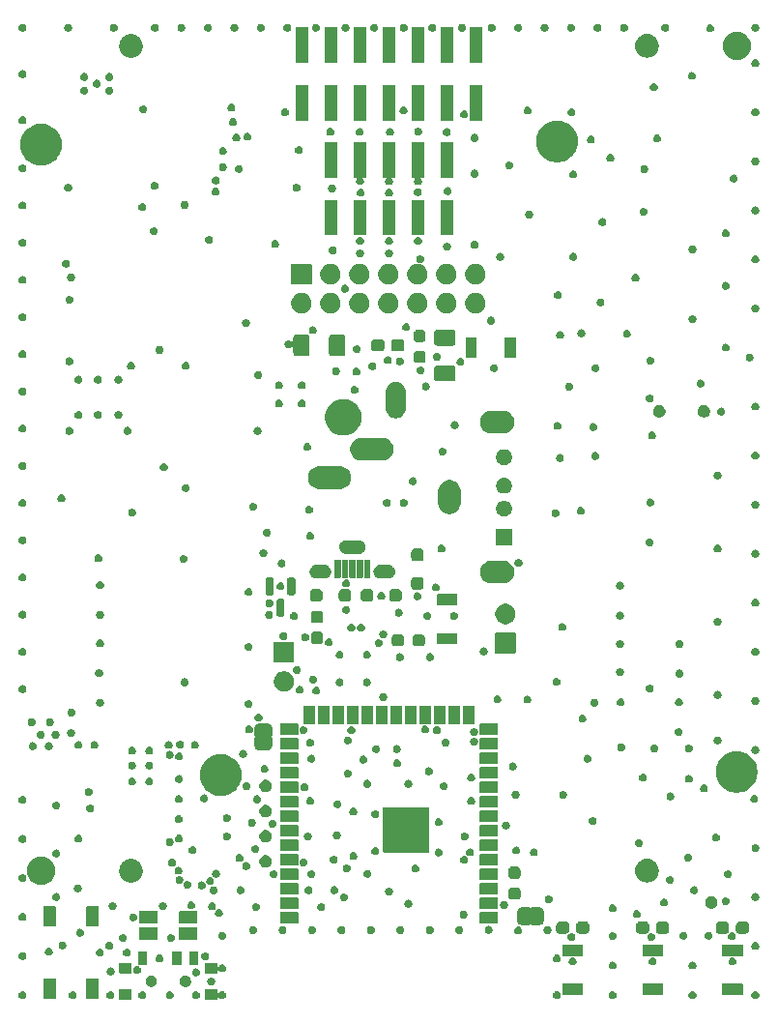
<source format=gbr>
%TF.GenerationSoftware,KiCad,Pcbnew,9.0.5*%
%TF.CreationDate,2026-01-12T16:44:52+01:00*%
%TF.ProjectId,ZumoComSystem,5a756d6f-436f-46d5-9379-7374656d2e6b,V1.2*%
%TF.SameCoordinates,Original*%
%TF.FileFunction,Soldermask,Top*%
%TF.FilePolarity,Negative*%
%FSLAX45Y45*%
G04 Gerber Fmt 4.5, Leading zero omitted, Abs format (unit mm)*
G04 Created by KiCad (PCBNEW 9.0.5) date 2026-01-12 16:44:52*
%MOMM*%
%LPD*%
G01*
G04 APERTURE LIST*
G04 APERTURE END LIST*
G36*
X12444413Y-14310381D02*
G01*
X12446035Y-14311464D01*
X12447119Y-14313087D01*
X12447500Y-14315000D01*
X12447500Y-14395000D01*
X12447119Y-14396913D01*
X12446035Y-14398535D01*
X12444413Y-14399619D01*
X12442500Y-14400000D01*
X12342500Y-14400000D01*
X12340587Y-14399619D01*
X12338964Y-14398535D01*
X12337881Y-14396913D01*
X12337500Y-14395000D01*
X12337500Y-14315000D01*
X12337881Y-14313087D01*
X12338964Y-14311464D01*
X12340587Y-14310381D01*
X12342500Y-14310000D01*
X12442500Y-14310000D01*
X12444413Y-14310381D01*
G37*
G36*
X13194413Y-14310381D02*
G01*
X13196035Y-14311464D01*
X13197119Y-14313087D01*
X13197500Y-14315000D01*
X13197500Y-14351112D01*
X13206152Y-14352251D01*
X13207664Y-14346606D01*
X13212233Y-14338693D01*
X13218693Y-14332233D01*
X13226606Y-14327664D01*
X13235432Y-14325299D01*
X13244568Y-14325299D01*
X13253394Y-14327664D01*
X13261307Y-14332233D01*
X13267767Y-14338693D01*
X13272336Y-14346606D01*
X13274701Y-14355432D01*
X13274701Y-14364568D01*
X13272336Y-14373394D01*
X13267767Y-14381307D01*
X13261307Y-14387767D01*
X13253394Y-14392336D01*
X13244568Y-14394701D01*
X13235432Y-14394701D01*
X13226606Y-14392336D01*
X13218693Y-14387767D01*
X13212233Y-14381307D01*
X13207664Y-14373394D01*
X13206152Y-14367749D01*
X13197500Y-14368888D01*
X13197500Y-14395000D01*
X13197119Y-14396913D01*
X13196035Y-14398535D01*
X13194413Y-14399619D01*
X13192500Y-14400000D01*
X13092500Y-14400000D01*
X13090587Y-14399619D01*
X13088964Y-14398535D01*
X13087881Y-14396913D01*
X13087500Y-14395000D01*
X13087500Y-14315000D01*
X13087881Y-14313087D01*
X13088964Y-14311464D01*
X13090587Y-14310381D01*
X13092500Y-14310000D01*
X13192500Y-14310000D01*
X13194413Y-14310381D01*
G37*
G36*
X11503394Y-14327664D02*
G01*
X11511307Y-14332233D01*
X11517767Y-14338693D01*
X11522336Y-14346606D01*
X11524701Y-14355432D01*
X11524701Y-14364568D01*
X11522336Y-14373394D01*
X11517767Y-14381307D01*
X11511307Y-14387767D01*
X11503394Y-14392336D01*
X11494568Y-14394701D01*
X11485432Y-14394701D01*
X11476606Y-14392336D01*
X11468693Y-14387767D01*
X11462233Y-14381307D01*
X11457664Y-14373394D01*
X11455299Y-14364568D01*
X11455299Y-14355432D01*
X11457664Y-14346606D01*
X11462233Y-14338693D01*
X11468693Y-14332233D01*
X11476606Y-14327664D01*
X11485432Y-14325299D01*
X11494568Y-14325299D01*
X11503394Y-14327664D01*
G37*
G36*
X11943394Y-14327664D02*
G01*
X11951307Y-14332233D01*
X11957767Y-14338693D01*
X11962336Y-14346606D01*
X11964701Y-14355432D01*
X11964701Y-14364568D01*
X11962336Y-14373394D01*
X11957767Y-14381307D01*
X11951307Y-14387767D01*
X11943394Y-14392336D01*
X11934568Y-14394701D01*
X11925432Y-14394701D01*
X11916606Y-14392336D01*
X11908693Y-14387767D01*
X11902233Y-14381307D01*
X11897664Y-14373394D01*
X11895299Y-14364568D01*
X11895299Y-14355432D01*
X11897664Y-14346606D01*
X11902233Y-14338693D01*
X11908693Y-14332233D01*
X11916606Y-14327664D01*
X11925432Y-14325299D01*
X11934568Y-14325299D01*
X11943394Y-14327664D01*
G37*
G36*
X12273394Y-14327664D02*
G01*
X12281307Y-14332233D01*
X12287767Y-14338693D01*
X12292336Y-14346606D01*
X12294701Y-14355432D01*
X12294701Y-14364568D01*
X12292336Y-14373394D01*
X12287767Y-14381307D01*
X12281307Y-14387767D01*
X12273394Y-14392336D01*
X12264568Y-14394701D01*
X12255432Y-14394701D01*
X12246606Y-14392336D01*
X12238693Y-14387767D01*
X12232233Y-14381307D01*
X12227664Y-14373394D01*
X12225299Y-14364568D01*
X12225299Y-14355432D01*
X12227664Y-14346606D01*
X12232233Y-14338693D01*
X12238693Y-14332233D01*
X12246606Y-14327664D01*
X12255432Y-14325299D01*
X12264568Y-14325299D01*
X12273394Y-14327664D01*
G37*
G36*
X12553394Y-14327664D02*
G01*
X12561307Y-14332233D01*
X12567767Y-14338693D01*
X12572336Y-14346606D01*
X12574701Y-14355432D01*
X12574701Y-14364568D01*
X12572336Y-14373394D01*
X12567767Y-14381307D01*
X12561307Y-14387767D01*
X12553394Y-14392336D01*
X12544568Y-14394701D01*
X12535432Y-14394701D01*
X12526606Y-14392336D01*
X12518693Y-14387767D01*
X12512233Y-14381307D01*
X12507664Y-14373394D01*
X12505299Y-14364568D01*
X12505299Y-14355432D01*
X12507664Y-14346606D01*
X12512233Y-14338693D01*
X12518693Y-14332233D01*
X12526606Y-14327664D01*
X12535432Y-14325299D01*
X12544568Y-14325299D01*
X12553394Y-14327664D01*
G37*
G36*
X12793394Y-14327664D02*
G01*
X12801307Y-14332233D01*
X12807767Y-14338693D01*
X12812336Y-14346606D01*
X12814701Y-14355432D01*
X12814701Y-14364568D01*
X12812336Y-14373394D01*
X12807767Y-14381307D01*
X12801307Y-14387767D01*
X12793394Y-14392336D01*
X12784568Y-14394701D01*
X12775432Y-14394701D01*
X12766606Y-14392336D01*
X12758693Y-14387767D01*
X12752233Y-14381307D01*
X12747664Y-14373394D01*
X12745299Y-14364568D01*
X12745299Y-14355432D01*
X12747664Y-14346606D01*
X12752233Y-14338693D01*
X12758693Y-14332233D01*
X12766606Y-14327664D01*
X12775432Y-14325299D01*
X12784568Y-14325299D01*
X12793394Y-14327664D01*
G37*
G36*
X13023394Y-14327664D02*
G01*
X13031307Y-14332233D01*
X13037767Y-14338693D01*
X13042336Y-14346606D01*
X13044701Y-14355432D01*
X13044701Y-14364568D01*
X13042336Y-14373394D01*
X13037767Y-14381307D01*
X13031307Y-14387767D01*
X13023394Y-14392336D01*
X13014568Y-14394701D01*
X13005432Y-14394701D01*
X12996606Y-14392336D01*
X12988693Y-14387767D01*
X12982233Y-14381307D01*
X12977664Y-14373394D01*
X12975299Y-14364568D01*
X12975299Y-14355432D01*
X12977664Y-14346606D01*
X12982233Y-14338693D01*
X12988693Y-14332233D01*
X12996606Y-14327664D01*
X13005432Y-14325299D01*
X13014568Y-14325299D01*
X13023394Y-14327664D01*
G37*
G36*
X16183394Y-14327664D02*
G01*
X16191307Y-14332233D01*
X16197767Y-14338693D01*
X16202336Y-14346606D01*
X16204701Y-14355432D01*
X16204701Y-14364568D01*
X16202336Y-14373394D01*
X16197767Y-14381307D01*
X16191307Y-14387767D01*
X16183394Y-14392336D01*
X16174568Y-14394701D01*
X16165432Y-14394701D01*
X16156606Y-14392336D01*
X16148693Y-14387767D01*
X16142233Y-14381307D01*
X16137664Y-14373394D01*
X16135299Y-14364568D01*
X16135299Y-14355432D01*
X16137664Y-14346606D01*
X16142233Y-14338693D01*
X16148693Y-14332233D01*
X16156606Y-14327664D01*
X16165432Y-14325299D01*
X16174568Y-14325299D01*
X16183394Y-14327664D01*
G37*
G36*
X16673394Y-14327664D02*
G01*
X16681307Y-14332233D01*
X16687767Y-14338693D01*
X16692336Y-14346606D01*
X16694701Y-14355432D01*
X16694701Y-14364568D01*
X16692336Y-14373394D01*
X16687767Y-14381307D01*
X16681307Y-14387767D01*
X16673394Y-14392336D01*
X16664568Y-14394701D01*
X16655432Y-14394701D01*
X16646606Y-14392336D01*
X16638693Y-14387767D01*
X16632233Y-14381307D01*
X16627664Y-14373394D01*
X16625299Y-14364568D01*
X16625299Y-14355432D01*
X16627664Y-14346606D01*
X16632233Y-14338693D01*
X16638693Y-14332233D01*
X16646606Y-14327664D01*
X16655432Y-14325299D01*
X16664568Y-14325299D01*
X16673394Y-14327664D01*
G37*
G36*
X17373394Y-14327664D02*
G01*
X17381307Y-14332233D01*
X17387767Y-14338693D01*
X17392336Y-14346606D01*
X17394701Y-14355432D01*
X17394701Y-14364568D01*
X17392336Y-14373394D01*
X17387767Y-14381307D01*
X17381307Y-14387767D01*
X17373394Y-14392336D01*
X17364568Y-14394701D01*
X17355432Y-14394701D01*
X17346606Y-14392336D01*
X17338693Y-14387767D01*
X17332233Y-14381307D01*
X17327664Y-14373394D01*
X17325299Y-14364568D01*
X17325299Y-14355432D01*
X17327664Y-14346606D01*
X17332233Y-14338693D01*
X17338693Y-14332233D01*
X17346606Y-14327664D01*
X17355432Y-14325299D01*
X17364568Y-14325299D01*
X17373394Y-14327664D01*
G37*
G36*
X17923394Y-14327664D02*
G01*
X17931307Y-14332233D01*
X17937767Y-14338693D01*
X17942336Y-14346606D01*
X17944701Y-14355432D01*
X17944701Y-14364568D01*
X17942336Y-14373394D01*
X17937767Y-14381307D01*
X17931307Y-14387767D01*
X17923394Y-14392336D01*
X17914568Y-14394701D01*
X17905432Y-14394701D01*
X17896606Y-14392336D01*
X17888693Y-14387767D01*
X17882233Y-14381307D01*
X17877664Y-14373394D01*
X17875299Y-14364568D01*
X17875299Y-14355432D01*
X17877664Y-14346606D01*
X17882233Y-14338693D01*
X17888693Y-14332233D01*
X17896606Y-14327664D01*
X17905432Y-14325299D01*
X17914568Y-14325299D01*
X17923394Y-14327664D01*
G37*
G36*
X11776913Y-14212881D02*
G01*
X11778535Y-14213964D01*
X11779619Y-14215587D01*
X11780000Y-14217500D01*
X11780000Y-14387500D01*
X11779619Y-14389413D01*
X11778535Y-14391035D01*
X11776913Y-14392119D01*
X11775000Y-14392500D01*
X11675000Y-14392500D01*
X11673087Y-14392119D01*
X11671464Y-14391035D01*
X11670381Y-14389413D01*
X11670000Y-14387500D01*
X11670000Y-14217500D01*
X11670381Y-14215587D01*
X11671464Y-14213964D01*
X11673087Y-14212881D01*
X11675000Y-14212500D01*
X11775000Y-14212500D01*
X11776913Y-14212881D01*
G37*
G36*
X12156913Y-14212881D02*
G01*
X12158535Y-14213964D01*
X12159619Y-14215587D01*
X12160000Y-14217500D01*
X12160000Y-14387500D01*
X12159619Y-14389413D01*
X12158535Y-14391035D01*
X12156913Y-14392119D01*
X12155000Y-14392500D01*
X12055000Y-14392500D01*
X12053087Y-14392119D01*
X12051464Y-14391035D01*
X12050381Y-14389413D01*
X12050000Y-14387500D01*
X12050000Y-14217500D01*
X12050381Y-14215587D01*
X12051464Y-14213964D01*
X12053087Y-14212881D01*
X12055000Y-14212500D01*
X12155000Y-14212500D01*
X12156913Y-14212881D01*
G37*
G36*
X16396913Y-14260381D02*
G01*
X16398535Y-14261464D01*
X16399619Y-14263087D01*
X16400000Y-14265000D01*
X16400000Y-14355000D01*
X16399619Y-14356913D01*
X16398535Y-14358535D01*
X16396913Y-14359619D01*
X16395000Y-14360000D01*
X16225000Y-14360000D01*
X16223087Y-14359619D01*
X16221464Y-14358535D01*
X16220381Y-14356913D01*
X16220000Y-14355000D01*
X16220000Y-14265000D01*
X16220381Y-14263087D01*
X16221464Y-14261464D01*
X16223087Y-14260381D01*
X16225000Y-14260000D01*
X16395000Y-14260000D01*
X16396913Y-14260381D01*
G37*
G36*
X17096913Y-14260381D02*
G01*
X17098536Y-14261464D01*
X17099619Y-14263087D01*
X17100000Y-14265000D01*
X17100000Y-14355000D01*
X17099619Y-14356913D01*
X17098536Y-14358535D01*
X17096913Y-14359619D01*
X17095000Y-14360000D01*
X16925000Y-14360000D01*
X16923087Y-14359619D01*
X16921465Y-14358535D01*
X16920381Y-14356913D01*
X16920000Y-14355000D01*
X16920000Y-14265000D01*
X16920381Y-14263087D01*
X16921465Y-14261464D01*
X16923087Y-14260381D01*
X16925000Y-14260000D01*
X17095000Y-14260000D01*
X17096913Y-14260381D01*
G37*
G36*
X17796913Y-14260381D02*
G01*
X17798536Y-14261464D01*
X17799619Y-14263087D01*
X17800000Y-14265000D01*
X17800000Y-14355000D01*
X17799619Y-14356913D01*
X17798536Y-14358535D01*
X17796913Y-14359619D01*
X17795000Y-14360000D01*
X17625000Y-14360000D01*
X17623087Y-14359619D01*
X17621465Y-14358535D01*
X17620381Y-14356913D01*
X17620000Y-14355000D01*
X17620000Y-14265000D01*
X17620381Y-14263087D01*
X17621465Y-14261464D01*
X17623087Y-14260381D01*
X17625000Y-14260000D01*
X17795000Y-14260000D01*
X17796913Y-14260381D01*
G37*
G36*
X12636634Y-14193806D02*
G01*
X12647938Y-14200332D01*
X12657168Y-14209562D01*
X12663694Y-14220866D01*
X12667072Y-14233474D01*
X12667072Y-14246526D01*
X12663694Y-14259134D01*
X12657168Y-14270438D01*
X12647938Y-14279668D01*
X12636634Y-14286194D01*
X12624026Y-14289572D01*
X12610974Y-14289572D01*
X12598366Y-14286194D01*
X12587062Y-14279668D01*
X12577832Y-14270438D01*
X12571306Y-14259134D01*
X12567928Y-14246526D01*
X12567928Y-14233474D01*
X12571306Y-14220866D01*
X12577832Y-14209562D01*
X12587062Y-14200332D01*
X12598366Y-14193806D01*
X12610974Y-14190428D01*
X12624026Y-14190428D01*
X12636634Y-14193806D01*
G37*
G36*
X12936634Y-14193806D02*
G01*
X12947938Y-14200332D01*
X12957168Y-14209562D01*
X12963694Y-14220866D01*
X12967072Y-14233474D01*
X12967072Y-14246526D01*
X12963694Y-14259134D01*
X12957168Y-14270438D01*
X12947938Y-14279668D01*
X12936634Y-14286194D01*
X12924026Y-14289572D01*
X12910974Y-14289572D01*
X12898366Y-14286194D01*
X12887062Y-14279668D01*
X12877832Y-14270438D01*
X12871306Y-14259134D01*
X12867928Y-14246526D01*
X12867928Y-14233474D01*
X12871306Y-14220866D01*
X12877832Y-14209562D01*
X12887062Y-14200332D01*
X12898366Y-14193806D01*
X12910974Y-14190428D01*
X12924026Y-14190428D01*
X12936634Y-14193806D01*
G37*
G36*
X13156394Y-14207664D02*
G01*
X13164307Y-14212233D01*
X13170767Y-14218693D01*
X13175336Y-14226606D01*
X13177701Y-14235432D01*
X13177701Y-14244568D01*
X13175336Y-14253394D01*
X13170767Y-14261307D01*
X13164307Y-14267767D01*
X13156394Y-14272336D01*
X13147568Y-14274701D01*
X13138432Y-14274701D01*
X13129606Y-14272336D01*
X13121693Y-14267767D01*
X13115233Y-14261307D01*
X13110664Y-14253394D01*
X13108299Y-14244568D01*
X13108299Y-14235432D01*
X13110664Y-14226606D01*
X13115233Y-14218693D01*
X13121693Y-14212233D01*
X13129606Y-14207664D01*
X13138432Y-14205299D01*
X13147568Y-14205299D01*
X13156394Y-14207664D01*
G37*
G36*
X13023394Y-14127664D02*
G01*
X13031307Y-14132233D01*
X13037767Y-14138693D01*
X13042336Y-14146606D01*
X13044701Y-14155432D01*
X13044701Y-14164568D01*
X13042336Y-14173394D01*
X13037767Y-14181307D01*
X13031307Y-14187767D01*
X13023394Y-14192336D01*
X13014568Y-14194701D01*
X13005432Y-14194701D01*
X12996606Y-14192336D01*
X12988693Y-14187767D01*
X12982233Y-14181307D01*
X12977664Y-14173394D01*
X12975299Y-14164568D01*
X12975299Y-14155432D01*
X12977664Y-14146606D01*
X12982233Y-14138693D01*
X12988693Y-14132233D01*
X12996606Y-14127664D01*
X13005432Y-14125299D01*
X13014568Y-14125299D01*
X13023394Y-14127664D01*
G37*
G36*
X12275394Y-14119214D02*
G01*
X12283307Y-14123783D01*
X12289767Y-14130243D01*
X12294336Y-14138156D01*
X12296701Y-14146982D01*
X12296701Y-14156118D01*
X12294336Y-14164944D01*
X12289767Y-14172857D01*
X12283307Y-14179317D01*
X12275394Y-14183886D01*
X12266568Y-14186251D01*
X12257432Y-14186251D01*
X12248606Y-14183886D01*
X12240693Y-14179317D01*
X12234233Y-14172857D01*
X12229664Y-14164944D01*
X12227299Y-14156118D01*
X12227299Y-14146982D01*
X12229664Y-14138156D01*
X12234233Y-14130243D01*
X12240693Y-14123783D01*
X12248606Y-14119214D01*
X12257432Y-14116849D01*
X12266568Y-14116849D01*
X12275394Y-14119214D01*
G37*
G36*
X12508394Y-14107664D02*
G01*
X12516307Y-14112233D01*
X12522767Y-14118693D01*
X12527336Y-14126606D01*
X12529701Y-14135432D01*
X12529701Y-14144568D01*
X12527336Y-14153394D01*
X12522767Y-14161307D01*
X12516307Y-14167767D01*
X12508394Y-14172336D01*
X12499568Y-14174701D01*
X12490432Y-14174701D01*
X12481606Y-14172336D01*
X12473693Y-14167767D01*
X12467233Y-14161307D01*
X12462664Y-14153394D01*
X12460299Y-14144568D01*
X12460299Y-14135432D01*
X12462664Y-14126606D01*
X12467233Y-14118693D01*
X12473693Y-14112233D01*
X12481606Y-14107664D01*
X12490432Y-14105299D01*
X12499568Y-14105299D01*
X12508394Y-14107664D01*
G37*
G36*
X12444413Y-14080381D02*
G01*
X12446035Y-14081464D01*
X12447119Y-14083087D01*
X12447500Y-14085000D01*
X12447500Y-14165000D01*
X12447119Y-14166913D01*
X12446035Y-14168535D01*
X12444413Y-14169619D01*
X12442500Y-14170000D01*
X12342500Y-14170000D01*
X12340587Y-14169619D01*
X12338964Y-14168535D01*
X12337881Y-14166913D01*
X12337500Y-14165000D01*
X12337500Y-14085000D01*
X12337881Y-14083087D01*
X12338964Y-14081464D01*
X12340587Y-14080381D01*
X12342500Y-14080000D01*
X12442500Y-14080000D01*
X12444413Y-14080381D01*
G37*
G36*
X13194413Y-14080381D02*
G01*
X13196035Y-14081464D01*
X13197119Y-14083087D01*
X13197500Y-14085000D01*
X13197500Y-14117112D01*
X13206152Y-14118251D01*
X13207664Y-14112606D01*
X13212233Y-14104693D01*
X13218693Y-14098233D01*
X13226606Y-14093664D01*
X13235432Y-14091299D01*
X13244568Y-14091299D01*
X13253394Y-14093664D01*
X13261307Y-14098233D01*
X13267767Y-14104693D01*
X13272336Y-14112606D01*
X13274701Y-14121432D01*
X13274701Y-14130568D01*
X13272336Y-14139394D01*
X13267767Y-14147307D01*
X13261307Y-14153767D01*
X13253394Y-14158336D01*
X13244568Y-14160701D01*
X13235432Y-14160701D01*
X13226606Y-14158336D01*
X13218693Y-14153767D01*
X13212233Y-14147307D01*
X13207664Y-14139394D01*
X13206152Y-14133749D01*
X13197500Y-14134888D01*
X13197500Y-14165000D01*
X13197119Y-14166913D01*
X13196035Y-14168535D01*
X13194413Y-14169619D01*
X13192500Y-14170000D01*
X13092500Y-14170000D01*
X13090587Y-14169619D01*
X13088964Y-14168535D01*
X13087881Y-14166913D01*
X13087500Y-14165000D01*
X13087500Y-14085000D01*
X13087881Y-14083087D01*
X13088964Y-14081464D01*
X13090587Y-14080381D01*
X13092500Y-14080000D01*
X13192500Y-14080000D01*
X13194413Y-14080381D01*
G37*
G36*
X16673394Y-14067664D02*
G01*
X16681307Y-14072233D01*
X16687767Y-14078693D01*
X16692336Y-14086606D01*
X16694701Y-14095432D01*
X16694701Y-14104568D01*
X16692336Y-14113394D01*
X16687767Y-14121307D01*
X16681307Y-14127767D01*
X16673394Y-14132336D01*
X16664568Y-14134701D01*
X16655432Y-14134701D01*
X16646606Y-14132336D01*
X16638693Y-14127767D01*
X16632233Y-14121307D01*
X16627664Y-14113394D01*
X16625299Y-14104568D01*
X16625299Y-14095432D01*
X16627664Y-14086606D01*
X16632233Y-14078693D01*
X16638693Y-14072233D01*
X16646606Y-14067664D01*
X16655432Y-14065299D01*
X16664568Y-14065299D01*
X16673394Y-14067664D01*
G37*
G36*
X17373394Y-14067664D02*
G01*
X17381307Y-14072233D01*
X17387767Y-14078693D01*
X17392336Y-14086606D01*
X17394701Y-14095432D01*
X17394701Y-14104568D01*
X17392336Y-14113394D01*
X17387767Y-14121307D01*
X17381307Y-14127767D01*
X17373394Y-14132336D01*
X17364568Y-14134701D01*
X17355432Y-14134701D01*
X17346606Y-14132336D01*
X17338693Y-14127767D01*
X17332233Y-14121307D01*
X17327664Y-14113394D01*
X17325299Y-14104568D01*
X17325299Y-14095432D01*
X17327664Y-14086606D01*
X17332233Y-14078693D01*
X17338693Y-14072233D01*
X17346606Y-14067664D01*
X17355432Y-14065299D01*
X17364568Y-14065299D01*
X17373394Y-14067664D01*
G37*
G36*
X16323394Y-14032664D02*
G01*
X16331307Y-14037233D01*
X16337767Y-14043693D01*
X16342336Y-14051606D01*
X16344701Y-14060432D01*
X16344701Y-14069568D01*
X16342336Y-14078394D01*
X16337767Y-14086307D01*
X16331307Y-14092767D01*
X16323394Y-14097336D01*
X16314568Y-14099701D01*
X16305432Y-14099701D01*
X16296606Y-14097336D01*
X16288693Y-14092767D01*
X16282233Y-14086307D01*
X16277664Y-14078394D01*
X16275299Y-14069568D01*
X16275299Y-14060432D01*
X16277664Y-14051606D01*
X16282233Y-14043693D01*
X16288693Y-14037233D01*
X16296606Y-14032664D01*
X16305432Y-14030299D01*
X16314568Y-14030299D01*
X16323394Y-14032664D01*
G37*
G36*
X17023394Y-14032664D02*
G01*
X17031307Y-14037233D01*
X17037767Y-14043693D01*
X17042336Y-14051606D01*
X17044701Y-14060432D01*
X17044701Y-14069568D01*
X17042336Y-14078394D01*
X17037767Y-14086307D01*
X17031307Y-14092767D01*
X17023394Y-14097336D01*
X17014568Y-14099701D01*
X17005432Y-14099701D01*
X16996606Y-14097336D01*
X16988693Y-14092767D01*
X16982233Y-14086307D01*
X16977664Y-14078394D01*
X16975299Y-14069568D01*
X16975299Y-14060432D01*
X16977664Y-14051606D01*
X16982233Y-14043693D01*
X16988693Y-14037233D01*
X16996606Y-14032664D01*
X17005432Y-14030299D01*
X17014568Y-14030299D01*
X17023394Y-14032664D01*
G37*
G36*
X17723394Y-14032664D02*
G01*
X17731307Y-14037233D01*
X17737767Y-14043693D01*
X17742336Y-14051606D01*
X17744701Y-14060432D01*
X17744701Y-14069568D01*
X17742336Y-14078394D01*
X17737767Y-14086307D01*
X17731307Y-14092767D01*
X17723394Y-14097336D01*
X17714568Y-14099701D01*
X17705432Y-14099701D01*
X17696606Y-14097336D01*
X17688693Y-14092767D01*
X17682233Y-14086307D01*
X17677664Y-14078394D01*
X17675299Y-14069568D01*
X17675299Y-14060432D01*
X17677664Y-14051606D01*
X17682233Y-14043693D01*
X17688693Y-14037233D01*
X17696606Y-14032664D01*
X17705432Y-14030299D01*
X17714568Y-14030299D01*
X17723394Y-14032664D01*
G37*
G36*
X12579413Y-13975381D02*
G01*
X12581035Y-13976464D01*
X12582119Y-13978087D01*
X12582500Y-13980000D01*
X12582500Y-14090000D01*
X12582119Y-14091913D01*
X12581035Y-14093535D01*
X12579413Y-14094619D01*
X12577500Y-14095000D01*
X12507500Y-14095000D01*
X12505587Y-14094619D01*
X12503964Y-14093535D01*
X12502881Y-14091913D01*
X12502500Y-14090000D01*
X12502500Y-13980000D01*
X12502881Y-13978087D01*
X12503964Y-13976464D01*
X12505587Y-13975381D01*
X12507500Y-13975000D01*
X12577500Y-13975000D01*
X12579413Y-13975381D01*
G37*
G36*
X12879413Y-13975381D02*
G01*
X12881035Y-13976464D01*
X12882119Y-13978087D01*
X12882500Y-13980000D01*
X12882500Y-14090000D01*
X12882119Y-14091913D01*
X12881035Y-14093535D01*
X12879413Y-14094619D01*
X12877500Y-14095000D01*
X12807500Y-14095000D01*
X12805587Y-14094619D01*
X12803964Y-14093535D01*
X12802881Y-14091913D01*
X12802500Y-14090000D01*
X12802500Y-13980000D01*
X12802881Y-13978087D01*
X12803964Y-13976464D01*
X12805587Y-13975381D01*
X12807500Y-13975000D01*
X12877500Y-13975000D01*
X12879413Y-13975381D01*
G37*
G36*
X13029413Y-13975381D02*
G01*
X13031035Y-13976464D01*
X13032119Y-13978087D01*
X13032500Y-13980000D01*
X13032500Y-14090000D01*
X13032119Y-14091913D01*
X13031035Y-14093535D01*
X13029413Y-14094619D01*
X13027500Y-14095000D01*
X12957500Y-14095000D01*
X12955587Y-14094619D01*
X12953964Y-14093535D01*
X12952881Y-14091913D01*
X12952500Y-14090000D01*
X12952500Y-13980000D01*
X12952881Y-13978087D01*
X12953964Y-13976464D01*
X12955587Y-13975381D01*
X12957500Y-13975000D01*
X13027500Y-13975000D01*
X13029413Y-13975381D01*
G37*
G36*
X12703394Y-14007664D02*
G01*
X12711307Y-14012233D01*
X12717767Y-14018693D01*
X12722336Y-14026606D01*
X12724701Y-14035432D01*
X12724701Y-14044568D01*
X12722336Y-14053394D01*
X12717767Y-14061307D01*
X12711307Y-14067767D01*
X12703394Y-14072336D01*
X12694568Y-14074701D01*
X12685432Y-14074701D01*
X12676606Y-14072336D01*
X12668693Y-14067767D01*
X12662233Y-14061307D01*
X12657664Y-14053394D01*
X12655299Y-14044568D01*
X12655299Y-14035432D01*
X12657664Y-14026606D01*
X12662233Y-14018693D01*
X12668693Y-14012233D01*
X12676606Y-14007664D01*
X12685432Y-14005299D01*
X12694568Y-14005299D01*
X12703394Y-14007664D01*
G37*
G36*
X16183394Y-14007664D02*
G01*
X16191307Y-14012233D01*
X16197767Y-14018693D01*
X16202336Y-14026606D01*
X16204701Y-14035432D01*
X16204701Y-14044568D01*
X16202336Y-14053394D01*
X16197767Y-14061307D01*
X16191307Y-14067767D01*
X16183394Y-14072336D01*
X16174568Y-14074701D01*
X16165432Y-14074701D01*
X16156606Y-14072336D01*
X16148693Y-14067767D01*
X16142233Y-14061307D01*
X16137664Y-14053394D01*
X16135299Y-14044568D01*
X16135299Y-14035432D01*
X16137664Y-14026606D01*
X16142233Y-14018693D01*
X16148693Y-14012233D01*
X16156606Y-14007664D01*
X16165432Y-14005299D01*
X16174568Y-14005299D01*
X16183394Y-14007664D01*
G37*
G36*
X13103394Y-13987664D02*
G01*
X13111307Y-13992233D01*
X13117767Y-13998693D01*
X13122336Y-14006606D01*
X13124701Y-14015432D01*
X13124701Y-14024568D01*
X13122336Y-14033394D01*
X13117767Y-14041307D01*
X13111307Y-14047767D01*
X13103394Y-14052336D01*
X13094568Y-14054701D01*
X13085432Y-14054701D01*
X13076606Y-14052336D01*
X13068693Y-14047767D01*
X13062233Y-14041307D01*
X13057664Y-14033394D01*
X13055299Y-14024568D01*
X13055299Y-14015432D01*
X13057664Y-14006606D01*
X13062233Y-13998693D01*
X13068693Y-13992233D01*
X13076606Y-13987664D01*
X13085432Y-13985299D01*
X13094568Y-13985299D01*
X13103394Y-13987664D01*
G37*
G36*
X11503394Y-13985664D02*
G01*
X11511307Y-13990233D01*
X11517767Y-13996693D01*
X11522336Y-14004606D01*
X11524701Y-14013432D01*
X11524701Y-14022568D01*
X11522336Y-14031394D01*
X11517767Y-14039307D01*
X11511307Y-14045767D01*
X11503394Y-14050336D01*
X11494568Y-14052701D01*
X11485432Y-14052701D01*
X11476606Y-14050336D01*
X11468693Y-14045767D01*
X11462233Y-14039307D01*
X11457664Y-14031394D01*
X11455299Y-14022568D01*
X11455299Y-14013432D01*
X11457664Y-14004606D01*
X11462233Y-13996693D01*
X11468693Y-13990233D01*
X11476606Y-13985664D01*
X11485432Y-13983299D01*
X11494568Y-13983299D01*
X11503394Y-13985664D01*
G37*
G36*
X12181394Y-13955214D02*
G01*
X12189307Y-13959783D01*
X12195767Y-13966243D01*
X12200336Y-13974156D01*
X12202701Y-13982982D01*
X12202701Y-13992118D01*
X12200336Y-14000944D01*
X12195767Y-14008857D01*
X12189307Y-14015317D01*
X12181394Y-14019886D01*
X12172568Y-14022251D01*
X12163432Y-14022251D01*
X12154606Y-14019886D01*
X12146693Y-14015317D01*
X12140233Y-14008857D01*
X12135664Y-14000944D01*
X12133299Y-13992118D01*
X12133299Y-13982982D01*
X12135664Y-13974156D01*
X12140233Y-13966243D01*
X12146693Y-13959783D01*
X12154606Y-13955214D01*
X12163432Y-13952849D01*
X12172568Y-13952849D01*
X12181394Y-13955214D01*
G37*
G36*
X12417394Y-13955214D02*
G01*
X12425307Y-13959783D01*
X12431767Y-13966243D01*
X12436336Y-13974156D01*
X12438701Y-13982982D01*
X12438701Y-13992118D01*
X12436336Y-14000944D01*
X12431767Y-14008857D01*
X12425307Y-14015317D01*
X12417394Y-14019886D01*
X12408568Y-14022251D01*
X12399432Y-14022251D01*
X12390606Y-14019886D01*
X12382693Y-14015317D01*
X12376233Y-14008857D01*
X12371664Y-14000944D01*
X12369299Y-13992118D01*
X12369299Y-13982982D01*
X12371664Y-13974156D01*
X12376233Y-13966243D01*
X12382693Y-13959783D01*
X12390606Y-13955214D01*
X12399432Y-13952849D01*
X12408568Y-13952849D01*
X12417394Y-13955214D01*
G37*
G36*
X16396913Y-13920381D02*
G01*
X16398535Y-13921464D01*
X16399619Y-13923087D01*
X16400000Y-13925000D01*
X16400000Y-14015000D01*
X16399619Y-14016913D01*
X16398535Y-14018535D01*
X16396913Y-14019619D01*
X16395000Y-14020000D01*
X16225000Y-14020000D01*
X16223087Y-14019619D01*
X16221464Y-14018535D01*
X16220381Y-14016913D01*
X16220000Y-14015000D01*
X16220000Y-13925000D01*
X16220381Y-13923087D01*
X16221464Y-13921464D01*
X16223087Y-13920381D01*
X16225000Y-13920000D01*
X16395000Y-13920000D01*
X16396913Y-13920381D01*
G37*
G36*
X17096913Y-13920381D02*
G01*
X17098536Y-13921464D01*
X17099619Y-13923087D01*
X17100000Y-13925000D01*
X17100000Y-14015000D01*
X17099619Y-14016913D01*
X17098536Y-14018535D01*
X17096913Y-14019619D01*
X17095000Y-14020000D01*
X16925000Y-14020000D01*
X16923087Y-14019619D01*
X16921465Y-14018535D01*
X16920381Y-14016913D01*
X16920000Y-14015000D01*
X16920000Y-13925000D01*
X16920381Y-13923087D01*
X16921465Y-13921464D01*
X16923087Y-13920381D01*
X16925000Y-13920000D01*
X17095000Y-13920000D01*
X17096913Y-13920381D01*
G37*
G36*
X17796913Y-13920381D02*
G01*
X17798536Y-13921464D01*
X17799619Y-13923087D01*
X17800000Y-13925000D01*
X17800000Y-14015000D01*
X17799619Y-14016913D01*
X17798536Y-14018535D01*
X17796913Y-14019619D01*
X17795000Y-14020000D01*
X17625000Y-14020000D01*
X17623087Y-14019619D01*
X17621465Y-14018535D01*
X17620381Y-14016913D01*
X17620000Y-14015000D01*
X17620000Y-13925000D01*
X17620381Y-13923087D01*
X17621465Y-13921464D01*
X17623087Y-13920381D01*
X17625000Y-13920000D01*
X17795000Y-13920000D01*
X17796913Y-13920381D01*
G37*
G36*
X11733394Y-13947664D02*
G01*
X11741307Y-13952233D01*
X11747767Y-13958693D01*
X11752336Y-13966606D01*
X11754701Y-13975432D01*
X11754701Y-13984568D01*
X11752336Y-13993394D01*
X11747767Y-14001307D01*
X11741307Y-14007767D01*
X11733394Y-14012336D01*
X11724568Y-14014701D01*
X11715432Y-14014701D01*
X11706606Y-14012336D01*
X11698693Y-14007767D01*
X11692233Y-14001307D01*
X11687664Y-13993394D01*
X11685299Y-13984568D01*
X11685299Y-13975432D01*
X11687664Y-13966606D01*
X11692233Y-13958693D01*
X11698693Y-13952233D01*
X11706606Y-13947664D01*
X11715432Y-13945299D01*
X11724568Y-13945299D01*
X11733394Y-13947664D01*
G37*
G36*
X17923394Y-13898189D02*
G01*
X17931307Y-13902757D01*
X17937767Y-13909218D01*
X17942336Y-13917131D01*
X17944701Y-13925956D01*
X17944701Y-13935093D01*
X17942336Y-13943919D01*
X17937767Y-13951831D01*
X17931307Y-13958292D01*
X17923394Y-13962861D01*
X17914568Y-13965225D01*
X17905432Y-13965225D01*
X17896606Y-13962861D01*
X17888693Y-13958292D01*
X17882233Y-13951831D01*
X17877664Y-13943919D01*
X17875299Y-13935093D01*
X17875299Y-13925956D01*
X17877664Y-13917131D01*
X17882233Y-13909218D01*
X17888693Y-13902757D01*
X17896606Y-13898189D01*
X17905432Y-13895824D01*
X17914568Y-13895824D01*
X17923394Y-13898189D01*
G37*
G36*
X12263644Y-13895414D02*
G01*
X12271557Y-13899983D01*
X12278017Y-13906443D01*
X12282586Y-13914356D01*
X12284951Y-13923182D01*
X12284951Y-13932318D01*
X12282586Y-13941144D01*
X12278017Y-13949057D01*
X12271557Y-13955517D01*
X12263644Y-13960086D01*
X12254818Y-13962451D01*
X12245682Y-13962451D01*
X12236856Y-13960086D01*
X12228943Y-13955517D01*
X12222483Y-13949057D01*
X12217914Y-13941144D01*
X12215549Y-13932318D01*
X12215549Y-13923182D01*
X12217914Y-13914356D01*
X12222483Y-13906443D01*
X12228943Y-13899983D01*
X12236856Y-13895414D01*
X12245682Y-13893049D01*
X12254818Y-13893049D01*
X12263644Y-13895414D01*
G37*
G36*
X11853394Y-13892664D02*
G01*
X11861307Y-13897233D01*
X11867767Y-13903693D01*
X11872336Y-13911606D01*
X11874701Y-13920432D01*
X11874701Y-13929568D01*
X11872336Y-13938394D01*
X11867767Y-13946307D01*
X11861307Y-13952767D01*
X11853394Y-13957336D01*
X11844568Y-13959701D01*
X11835432Y-13959701D01*
X11826606Y-13957336D01*
X11818693Y-13952767D01*
X11812233Y-13946307D01*
X11807664Y-13938394D01*
X11805299Y-13929568D01*
X11805299Y-13920432D01*
X11807664Y-13911606D01*
X11812233Y-13903693D01*
X11818693Y-13897233D01*
X11826606Y-13892664D01*
X11835432Y-13890299D01*
X11844568Y-13890299D01*
X11853394Y-13892664D01*
G37*
G36*
X12383394Y-13827664D02*
G01*
X12391307Y-13832233D01*
X12397767Y-13838693D01*
X12402336Y-13846606D01*
X12404701Y-13855432D01*
X12404701Y-13864568D01*
X12402336Y-13873394D01*
X12397767Y-13881307D01*
X12391307Y-13887767D01*
X12383394Y-13892336D01*
X12374568Y-13894701D01*
X12365432Y-13894701D01*
X12356606Y-13892336D01*
X12348693Y-13887767D01*
X12342233Y-13881307D01*
X12337664Y-13873394D01*
X12335299Y-13864568D01*
X12335299Y-13855432D01*
X12337664Y-13846606D01*
X12342233Y-13838693D01*
X12348693Y-13832233D01*
X12356606Y-13827664D01*
X12365432Y-13825299D01*
X12374568Y-13825299D01*
X12383394Y-13827664D01*
G37*
G36*
X12803394Y-13827664D02*
G01*
X12811307Y-13832233D01*
X12817767Y-13838693D01*
X12822336Y-13846606D01*
X12824701Y-13855432D01*
X12824701Y-13864568D01*
X12822336Y-13873394D01*
X12817767Y-13881307D01*
X12811307Y-13887767D01*
X12803394Y-13892336D01*
X12794568Y-13894701D01*
X12785432Y-13894701D01*
X12776606Y-13892336D01*
X12768693Y-13887767D01*
X12762233Y-13881307D01*
X12757664Y-13873394D01*
X12755299Y-13864568D01*
X12755299Y-13855432D01*
X12757664Y-13846606D01*
X12762233Y-13838693D01*
X12768693Y-13832233D01*
X12776606Y-13827664D01*
X12785432Y-13825299D01*
X12794568Y-13825299D01*
X12803394Y-13827664D01*
G37*
G36*
X16312144Y-13817664D02*
G01*
X16320056Y-13822233D01*
X16326517Y-13828693D01*
X16331086Y-13836606D01*
X16333450Y-13845432D01*
X16333450Y-13854568D01*
X16331086Y-13863394D01*
X16326517Y-13871307D01*
X16320056Y-13877767D01*
X16312144Y-13882336D01*
X16303318Y-13884701D01*
X16294181Y-13884701D01*
X16285356Y-13882336D01*
X16277443Y-13877767D01*
X16270982Y-13871307D01*
X16266414Y-13863394D01*
X16264049Y-13854568D01*
X16264049Y-13845432D01*
X16266414Y-13836606D01*
X16270982Y-13828693D01*
X16277443Y-13822233D01*
X16285356Y-13817664D01*
X16294181Y-13815299D01*
X16303318Y-13815299D01*
X16312144Y-13817664D01*
G37*
G36*
X17012144Y-13817664D02*
G01*
X17020057Y-13822233D01*
X17026517Y-13828693D01*
X17031086Y-13836606D01*
X17033450Y-13845432D01*
X17033450Y-13854568D01*
X17031086Y-13863394D01*
X17026517Y-13871307D01*
X17020057Y-13877767D01*
X17012144Y-13882336D01*
X17003318Y-13884701D01*
X16994181Y-13884701D01*
X16985356Y-13882336D01*
X16977443Y-13877767D01*
X16970982Y-13871307D01*
X16966414Y-13863394D01*
X16964049Y-13854568D01*
X16964049Y-13845432D01*
X16966414Y-13836606D01*
X16970982Y-13828693D01*
X16977443Y-13822233D01*
X16985356Y-13817664D01*
X16994181Y-13815299D01*
X17003318Y-13815299D01*
X17012144Y-13817664D01*
G37*
G36*
X17717769Y-13812039D02*
G01*
X17725682Y-13816608D01*
X17732142Y-13823068D01*
X17736711Y-13830981D01*
X17739076Y-13839807D01*
X17739076Y-13848943D01*
X17736711Y-13857769D01*
X17732142Y-13865682D01*
X17725682Y-13872142D01*
X17717769Y-13876711D01*
X17708943Y-13879076D01*
X17699807Y-13879076D01*
X17690981Y-13876711D01*
X17683068Y-13872142D01*
X17676608Y-13865682D01*
X17672039Y-13857769D01*
X17669674Y-13848943D01*
X17669674Y-13839807D01*
X17672039Y-13830981D01*
X17676608Y-13823068D01*
X17683068Y-13816608D01*
X17690981Y-13812039D01*
X17699807Y-13809674D01*
X17708943Y-13809674D01*
X17717769Y-13812039D01*
G37*
G36*
X16673394Y-13809858D02*
G01*
X16681307Y-13814426D01*
X16687767Y-13820887D01*
X16692336Y-13828799D01*
X16694701Y-13837625D01*
X16694701Y-13846762D01*
X16692336Y-13855587D01*
X16687767Y-13863500D01*
X16681307Y-13869961D01*
X16673394Y-13874529D01*
X16664568Y-13876894D01*
X16655432Y-13876894D01*
X16646606Y-13874529D01*
X16638693Y-13869961D01*
X16632233Y-13863500D01*
X16627664Y-13855587D01*
X16625299Y-13846762D01*
X16625299Y-13837625D01*
X16627664Y-13828799D01*
X16632233Y-13820887D01*
X16638693Y-13814426D01*
X16646606Y-13809858D01*
X16655432Y-13807493D01*
X16664568Y-13807493D01*
X16673394Y-13809858D01*
G37*
G36*
X12669413Y-13765381D02*
G01*
X12671035Y-13766464D01*
X12672119Y-13768087D01*
X12672500Y-13770000D01*
X12672500Y-13870000D01*
X12672119Y-13871913D01*
X12671035Y-13873535D01*
X12669413Y-13874619D01*
X12667500Y-13875000D01*
X12517500Y-13875000D01*
X12515587Y-13874619D01*
X12513964Y-13873535D01*
X12512881Y-13871913D01*
X12512500Y-13870000D01*
X12512500Y-13770000D01*
X12512881Y-13768087D01*
X12513964Y-13766464D01*
X12515587Y-13765381D01*
X12517500Y-13765000D01*
X12667500Y-13765000D01*
X12669413Y-13765381D01*
G37*
G36*
X13019413Y-13765381D02*
G01*
X13021035Y-13766464D01*
X13022119Y-13768087D01*
X13022500Y-13770000D01*
X13022500Y-13870000D01*
X13022119Y-13871913D01*
X13021035Y-13873535D01*
X13019413Y-13874619D01*
X13017500Y-13875000D01*
X12867500Y-13875000D01*
X12865587Y-13874619D01*
X12863964Y-13873535D01*
X12862881Y-13871913D01*
X12862500Y-13870000D01*
X12862500Y-13770000D01*
X12862881Y-13768087D01*
X12863964Y-13766464D01*
X12865587Y-13765381D01*
X12867500Y-13765000D01*
X13017500Y-13765000D01*
X13019413Y-13765381D01*
G37*
G36*
X13253394Y-13807664D02*
G01*
X13261307Y-13812233D01*
X13267767Y-13818693D01*
X13272336Y-13826606D01*
X13274701Y-13835432D01*
X13274701Y-13844568D01*
X13272336Y-13853394D01*
X13267767Y-13861307D01*
X13261307Y-13867767D01*
X13253394Y-13872336D01*
X13244568Y-13874701D01*
X13235432Y-13874701D01*
X13226606Y-13872336D01*
X13218693Y-13867767D01*
X13212233Y-13861307D01*
X13207664Y-13853394D01*
X13205299Y-13844568D01*
X13205299Y-13835432D01*
X13207664Y-13826606D01*
X13212233Y-13818693D01*
X13218693Y-13812233D01*
X13226606Y-13807664D01*
X13235432Y-13805299D01*
X13244568Y-13805299D01*
X13253394Y-13807664D01*
G37*
G36*
X17293394Y-13807664D02*
G01*
X17301307Y-13812233D01*
X17307767Y-13818693D01*
X17312336Y-13826606D01*
X17314701Y-13835432D01*
X17314701Y-13844568D01*
X17312336Y-13853394D01*
X17307767Y-13861307D01*
X17301307Y-13867767D01*
X17293394Y-13872336D01*
X17284568Y-13874701D01*
X17275432Y-13874701D01*
X17266606Y-13872336D01*
X17258693Y-13867767D01*
X17252233Y-13861307D01*
X17247664Y-13853394D01*
X17245299Y-13844568D01*
X17245299Y-13835432D01*
X17247664Y-13826606D01*
X17252233Y-13818693D01*
X17258693Y-13812233D01*
X17266606Y-13807664D01*
X17275432Y-13805299D01*
X17284568Y-13805299D01*
X17293394Y-13807664D01*
G37*
G36*
X17513394Y-13807664D02*
G01*
X17521307Y-13812233D01*
X17527767Y-13818693D01*
X17532336Y-13826606D01*
X17534701Y-13835432D01*
X17534701Y-13844568D01*
X17532336Y-13853394D01*
X17527767Y-13861307D01*
X17521307Y-13867767D01*
X17513394Y-13872336D01*
X17504568Y-13874701D01*
X17495432Y-13874701D01*
X17486606Y-13872336D01*
X17478693Y-13867767D01*
X17472233Y-13861307D01*
X17467664Y-13853394D01*
X17465299Y-13844568D01*
X17465299Y-13835432D01*
X17467664Y-13826606D01*
X17472233Y-13818693D01*
X17478693Y-13812233D01*
X17486606Y-13807664D01*
X17495432Y-13805299D01*
X17504568Y-13805299D01*
X17513394Y-13807664D01*
G37*
G36*
X12008394Y-13780664D02*
G01*
X12016307Y-13785233D01*
X12022767Y-13791693D01*
X12027336Y-13799606D01*
X12029701Y-13808432D01*
X12029701Y-13817568D01*
X12027336Y-13826394D01*
X12022767Y-13834307D01*
X12016307Y-13840767D01*
X12008394Y-13845336D01*
X11999568Y-13847701D01*
X11990432Y-13847701D01*
X11981606Y-13845336D01*
X11973693Y-13840767D01*
X11967233Y-13834307D01*
X11962664Y-13826394D01*
X11960299Y-13817568D01*
X11960299Y-13808432D01*
X11962664Y-13799606D01*
X11967233Y-13791693D01*
X11973693Y-13785233D01*
X11981606Y-13780664D01*
X11990432Y-13778299D01*
X11999568Y-13778299D01*
X12008394Y-13780664D01*
G37*
G36*
X15845394Y-13762664D02*
G01*
X15853307Y-13767233D01*
X15859767Y-13773693D01*
X15864336Y-13781606D01*
X15866701Y-13790432D01*
X15866701Y-13799568D01*
X15864336Y-13808394D01*
X15859767Y-13816307D01*
X15853307Y-13822767D01*
X15845394Y-13827336D01*
X15836568Y-13829701D01*
X15827432Y-13829701D01*
X15818606Y-13827336D01*
X15810693Y-13822767D01*
X15804233Y-13816307D01*
X15799664Y-13808394D01*
X15797299Y-13799568D01*
X15797299Y-13790432D01*
X15799664Y-13781606D01*
X15804233Y-13773693D01*
X15810693Y-13767233D01*
X15818606Y-13762664D01*
X15827432Y-13760299D01*
X15836568Y-13760299D01*
X15845394Y-13762664D01*
G37*
G36*
X13523394Y-13757664D02*
G01*
X13531307Y-13762233D01*
X13537767Y-13768693D01*
X13542336Y-13776606D01*
X13544701Y-13785432D01*
X13544701Y-13794568D01*
X13542336Y-13803394D01*
X13537767Y-13811307D01*
X13531307Y-13817767D01*
X13523394Y-13822336D01*
X13514568Y-13824701D01*
X13505432Y-13824701D01*
X13496606Y-13822336D01*
X13488693Y-13817767D01*
X13482233Y-13811307D01*
X13477664Y-13803394D01*
X13475299Y-13794568D01*
X13475299Y-13785432D01*
X13477664Y-13776606D01*
X13482233Y-13768693D01*
X13488693Y-13762233D01*
X13496606Y-13757664D01*
X13505432Y-13755299D01*
X13514568Y-13755299D01*
X13523394Y-13757664D01*
G37*
G36*
X13781394Y-13757664D02*
G01*
X13789307Y-13762233D01*
X13795767Y-13768693D01*
X13800336Y-13776606D01*
X13802701Y-13785432D01*
X13802701Y-13794568D01*
X13800336Y-13803394D01*
X13795767Y-13811307D01*
X13789307Y-13817767D01*
X13781394Y-13822336D01*
X13772568Y-13824701D01*
X13763432Y-13824701D01*
X13754606Y-13822336D01*
X13746693Y-13817767D01*
X13740233Y-13811307D01*
X13735664Y-13803394D01*
X13733299Y-13794568D01*
X13733299Y-13785432D01*
X13735664Y-13776606D01*
X13740233Y-13768693D01*
X13746693Y-13762233D01*
X13754606Y-13757664D01*
X13763432Y-13755299D01*
X13772568Y-13755299D01*
X13781394Y-13757664D01*
G37*
G36*
X14039394Y-13757664D02*
G01*
X14047307Y-13762233D01*
X14053767Y-13768693D01*
X14058336Y-13776606D01*
X14060701Y-13785432D01*
X14060701Y-13794568D01*
X14058336Y-13803394D01*
X14053767Y-13811307D01*
X14047307Y-13817767D01*
X14039394Y-13822336D01*
X14030568Y-13824701D01*
X14021432Y-13824701D01*
X14012606Y-13822336D01*
X14004693Y-13817767D01*
X13998233Y-13811307D01*
X13993664Y-13803394D01*
X13991299Y-13794568D01*
X13991299Y-13785432D01*
X13993664Y-13776606D01*
X13998233Y-13768693D01*
X14004693Y-13762233D01*
X14012606Y-13757664D01*
X14021432Y-13755299D01*
X14030568Y-13755299D01*
X14039394Y-13757664D01*
G37*
G36*
X14297394Y-13757664D02*
G01*
X14305307Y-13762233D01*
X14311767Y-13768693D01*
X14316336Y-13776606D01*
X14318701Y-13785432D01*
X14318701Y-13794568D01*
X14316336Y-13803394D01*
X14311767Y-13811307D01*
X14305307Y-13817767D01*
X14297394Y-13822336D01*
X14288568Y-13824701D01*
X14279432Y-13824701D01*
X14270606Y-13822336D01*
X14262693Y-13817767D01*
X14256233Y-13811307D01*
X14251664Y-13803394D01*
X14249299Y-13794568D01*
X14249299Y-13785432D01*
X14251664Y-13776606D01*
X14256233Y-13768693D01*
X14262693Y-13762233D01*
X14270606Y-13757664D01*
X14279432Y-13755299D01*
X14288568Y-13755299D01*
X14297394Y-13757664D01*
G37*
G36*
X14555394Y-13757664D02*
G01*
X14563307Y-13762233D01*
X14569767Y-13768693D01*
X14574336Y-13776606D01*
X14576701Y-13785432D01*
X14576701Y-13794568D01*
X14574336Y-13803394D01*
X14569767Y-13811307D01*
X14563307Y-13817767D01*
X14555394Y-13822336D01*
X14546568Y-13824701D01*
X14537432Y-13824701D01*
X14528606Y-13822336D01*
X14520693Y-13817767D01*
X14514233Y-13811307D01*
X14509664Y-13803394D01*
X14507299Y-13794568D01*
X14507299Y-13785432D01*
X14509664Y-13776606D01*
X14514233Y-13768693D01*
X14520693Y-13762233D01*
X14528606Y-13757664D01*
X14537432Y-13755299D01*
X14546568Y-13755299D01*
X14555394Y-13757664D01*
G37*
G36*
X14813394Y-13757664D02*
G01*
X14821307Y-13762233D01*
X14827767Y-13768693D01*
X14832336Y-13776606D01*
X14834701Y-13785432D01*
X14834701Y-13794568D01*
X14832336Y-13803394D01*
X14827767Y-13811307D01*
X14821307Y-13817767D01*
X14813394Y-13822336D01*
X14804568Y-13824701D01*
X14795432Y-13824701D01*
X14786606Y-13822336D01*
X14778693Y-13817767D01*
X14772233Y-13811307D01*
X14767664Y-13803394D01*
X14765299Y-13794568D01*
X14765299Y-13785432D01*
X14767664Y-13776606D01*
X14772233Y-13768693D01*
X14778693Y-13762233D01*
X14786606Y-13757664D01*
X14795432Y-13755299D01*
X14804568Y-13755299D01*
X14813394Y-13757664D01*
G37*
G36*
X15071394Y-13757664D02*
G01*
X15079307Y-13762233D01*
X15085767Y-13768693D01*
X15090336Y-13776606D01*
X15092701Y-13785432D01*
X15092701Y-13794568D01*
X15090336Y-13803394D01*
X15085767Y-13811307D01*
X15079307Y-13817767D01*
X15071394Y-13822336D01*
X15062568Y-13824701D01*
X15053432Y-13824701D01*
X15044606Y-13822336D01*
X15036693Y-13817767D01*
X15030233Y-13811307D01*
X15025664Y-13803394D01*
X15023299Y-13794568D01*
X15023299Y-13785432D01*
X15025664Y-13776606D01*
X15030233Y-13768693D01*
X15036693Y-13762233D01*
X15044606Y-13757664D01*
X15053432Y-13755299D01*
X15062568Y-13755299D01*
X15071394Y-13757664D01*
G37*
G36*
X15329394Y-13757664D02*
G01*
X15337307Y-13762233D01*
X15343767Y-13768693D01*
X15348336Y-13776606D01*
X15350701Y-13785432D01*
X15350701Y-13794568D01*
X15348336Y-13803394D01*
X15343767Y-13811307D01*
X15337307Y-13817767D01*
X15329394Y-13822336D01*
X15320568Y-13824701D01*
X15311432Y-13824701D01*
X15302606Y-13822336D01*
X15294693Y-13817767D01*
X15288233Y-13811307D01*
X15283664Y-13803394D01*
X15281299Y-13794568D01*
X15281299Y-13785432D01*
X15283664Y-13776606D01*
X15288233Y-13768693D01*
X15294693Y-13762233D01*
X15302606Y-13757664D01*
X15311432Y-13755299D01*
X15320568Y-13755299D01*
X15329394Y-13757664D01*
G37*
G36*
X16103394Y-13757664D02*
G01*
X16111307Y-13762233D01*
X16117767Y-13768693D01*
X16122336Y-13776606D01*
X16124701Y-13785432D01*
X16124701Y-13794568D01*
X16122336Y-13803394D01*
X16117767Y-13811307D01*
X16111307Y-13817767D01*
X16103394Y-13822336D01*
X16094568Y-13824701D01*
X16085432Y-13824701D01*
X16076606Y-13822336D01*
X16068693Y-13817767D01*
X16062233Y-13811307D01*
X16057664Y-13803394D01*
X16055299Y-13794568D01*
X16055299Y-13785432D01*
X16057664Y-13776606D01*
X16062233Y-13768693D01*
X16068693Y-13762233D01*
X16076606Y-13757664D01*
X16085432Y-13755299D01*
X16094568Y-13755299D01*
X16103394Y-13757664D01*
G37*
G36*
X15587394Y-13755664D02*
G01*
X15595307Y-13760233D01*
X15601767Y-13766693D01*
X15606336Y-13774606D01*
X15608701Y-13783432D01*
X15608701Y-13792568D01*
X15606336Y-13801394D01*
X15601767Y-13809307D01*
X15595307Y-13815767D01*
X15587394Y-13820336D01*
X15578568Y-13822701D01*
X15569432Y-13822701D01*
X15560606Y-13820336D01*
X15552693Y-13815767D01*
X15546233Y-13809307D01*
X15541664Y-13801394D01*
X15539299Y-13792568D01*
X15539299Y-13783432D01*
X15541664Y-13774606D01*
X15546233Y-13766693D01*
X15552693Y-13760233D01*
X15560606Y-13755664D01*
X15569432Y-13753299D01*
X15578568Y-13753299D01*
X15587394Y-13755664D01*
G37*
G36*
X16257832Y-13718264D02*
G01*
X16258303Y-13718472D01*
X16258569Y-13718507D01*
X16261898Y-13720059D01*
X16267498Y-13722531D01*
X16274969Y-13730002D01*
X16277442Y-13735603D01*
X16278993Y-13738930D01*
X16279028Y-13739196D01*
X16279236Y-13739668D01*
X16280000Y-13746250D01*
X16280000Y-13793750D01*
X16279236Y-13800332D01*
X16279028Y-13800804D01*
X16278993Y-13801069D01*
X16277443Y-13804394D01*
X16274969Y-13809998D01*
X16267498Y-13817469D01*
X16261895Y-13819942D01*
X16258569Y-13821493D01*
X16258304Y-13821528D01*
X16257832Y-13821736D01*
X16251250Y-13822500D01*
X16193750Y-13822500D01*
X16187168Y-13821736D01*
X16186696Y-13821528D01*
X16186430Y-13821493D01*
X16183104Y-13819942D01*
X16177502Y-13817469D01*
X16170031Y-13809998D01*
X16167559Y-13804399D01*
X16166007Y-13801069D01*
X16165972Y-13800803D01*
X16165764Y-13800332D01*
X16165000Y-13793750D01*
X16165000Y-13746250D01*
X16165764Y-13739668D01*
X16165972Y-13739197D01*
X16166007Y-13738930D01*
X16167559Y-13735600D01*
X16170031Y-13730002D01*
X16177502Y-13722531D01*
X16183099Y-13720060D01*
X16186430Y-13718507D01*
X16186697Y-13718472D01*
X16187168Y-13718264D01*
X16193750Y-13717500D01*
X16251250Y-13717500D01*
X16257832Y-13718264D01*
G37*
G36*
X16432832Y-13718264D02*
G01*
X16433303Y-13718472D01*
X16433569Y-13718507D01*
X16436898Y-13720059D01*
X16442498Y-13722531D01*
X16449969Y-13730002D01*
X16452442Y-13735603D01*
X16453993Y-13738930D01*
X16454028Y-13739196D01*
X16454236Y-13739668D01*
X16455000Y-13746250D01*
X16455000Y-13793750D01*
X16454236Y-13800332D01*
X16454028Y-13800804D01*
X16453993Y-13801069D01*
X16452443Y-13804394D01*
X16449969Y-13809998D01*
X16442498Y-13817469D01*
X16436895Y-13819942D01*
X16433569Y-13821493D01*
X16433304Y-13821528D01*
X16432832Y-13821736D01*
X16426250Y-13822500D01*
X16368750Y-13822500D01*
X16362168Y-13821736D01*
X16361696Y-13821528D01*
X16361430Y-13821493D01*
X16358104Y-13819942D01*
X16352502Y-13817469D01*
X16345031Y-13809998D01*
X16342559Y-13804399D01*
X16341007Y-13801069D01*
X16340972Y-13800803D01*
X16340764Y-13800332D01*
X16340000Y-13793750D01*
X16340000Y-13746250D01*
X16340764Y-13739668D01*
X16340972Y-13739197D01*
X16341007Y-13738930D01*
X16342559Y-13735600D01*
X16345031Y-13730002D01*
X16352502Y-13722531D01*
X16358099Y-13720060D01*
X16361430Y-13718507D01*
X16361697Y-13718472D01*
X16362168Y-13718264D01*
X16368750Y-13717500D01*
X16426250Y-13717500D01*
X16432832Y-13718264D01*
G37*
G36*
X16957832Y-13718264D02*
G01*
X16958303Y-13718472D01*
X16958569Y-13718507D01*
X16961898Y-13720059D01*
X16967498Y-13722531D01*
X16974969Y-13730002D01*
X16977442Y-13735603D01*
X16978993Y-13738930D01*
X16979028Y-13739196D01*
X16979236Y-13739668D01*
X16980000Y-13746250D01*
X16980000Y-13793750D01*
X16979236Y-13800332D01*
X16979028Y-13800804D01*
X16978993Y-13801069D01*
X16977443Y-13804394D01*
X16974969Y-13809998D01*
X16967498Y-13817469D01*
X16961895Y-13819942D01*
X16958570Y-13821493D01*
X16958304Y-13821528D01*
X16957832Y-13821736D01*
X16951250Y-13822500D01*
X16893750Y-13822500D01*
X16887168Y-13821736D01*
X16886696Y-13821528D01*
X16886431Y-13821493D01*
X16883104Y-13819942D01*
X16877502Y-13817469D01*
X16870031Y-13809998D01*
X16867559Y-13804399D01*
X16866007Y-13801069D01*
X16865972Y-13800803D01*
X16865764Y-13800332D01*
X16865000Y-13793750D01*
X16865000Y-13746250D01*
X16865764Y-13739668D01*
X16865972Y-13739197D01*
X16866007Y-13738930D01*
X16867560Y-13735600D01*
X16870031Y-13730002D01*
X16877502Y-13722531D01*
X16883099Y-13720060D01*
X16886430Y-13718507D01*
X16886697Y-13718472D01*
X16887168Y-13718264D01*
X16893750Y-13717500D01*
X16951250Y-13717500D01*
X16957832Y-13718264D01*
G37*
G36*
X17132832Y-13718264D02*
G01*
X17133303Y-13718472D01*
X17133569Y-13718507D01*
X17136898Y-13720059D01*
X17142498Y-13722531D01*
X17149969Y-13730002D01*
X17152442Y-13735603D01*
X17153993Y-13738930D01*
X17154028Y-13739196D01*
X17154236Y-13739668D01*
X17155000Y-13746250D01*
X17155000Y-13793750D01*
X17154236Y-13800332D01*
X17154028Y-13800804D01*
X17153993Y-13801069D01*
X17152443Y-13804394D01*
X17149969Y-13809998D01*
X17142498Y-13817469D01*
X17136895Y-13819942D01*
X17133570Y-13821493D01*
X17133304Y-13821528D01*
X17132832Y-13821736D01*
X17126250Y-13822500D01*
X17068750Y-13822500D01*
X17062168Y-13821736D01*
X17061696Y-13821528D01*
X17061431Y-13821493D01*
X17058104Y-13819942D01*
X17052502Y-13817469D01*
X17045031Y-13809998D01*
X17042559Y-13804399D01*
X17041007Y-13801069D01*
X17040972Y-13800803D01*
X17040764Y-13800332D01*
X17040000Y-13793750D01*
X17040000Y-13746250D01*
X17040764Y-13739668D01*
X17040972Y-13739197D01*
X17041007Y-13738930D01*
X17042560Y-13735600D01*
X17045031Y-13730002D01*
X17052502Y-13722531D01*
X17058099Y-13720060D01*
X17061430Y-13718507D01*
X17061697Y-13718472D01*
X17062168Y-13718264D01*
X17068750Y-13717500D01*
X17126250Y-13717500D01*
X17132832Y-13718264D01*
G37*
G36*
X17657832Y-13718264D02*
G01*
X17658303Y-13718472D01*
X17658569Y-13718507D01*
X17661898Y-13720059D01*
X17667498Y-13722531D01*
X17674969Y-13730002D01*
X17677442Y-13735603D01*
X17678993Y-13738930D01*
X17679028Y-13739196D01*
X17679236Y-13739668D01*
X17680000Y-13746250D01*
X17680000Y-13793750D01*
X17679236Y-13800332D01*
X17679028Y-13800804D01*
X17678993Y-13801069D01*
X17677443Y-13804394D01*
X17674969Y-13809998D01*
X17667498Y-13817469D01*
X17661895Y-13819942D01*
X17658570Y-13821493D01*
X17658304Y-13821528D01*
X17657832Y-13821736D01*
X17651250Y-13822500D01*
X17593750Y-13822500D01*
X17587168Y-13821736D01*
X17586696Y-13821528D01*
X17586431Y-13821493D01*
X17583104Y-13819942D01*
X17577502Y-13817469D01*
X17570031Y-13809998D01*
X17567559Y-13804399D01*
X17566007Y-13801069D01*
X17565972Y-13800803D01*
X17565764Y-13800332D01*
X17565000Y-13793750D01*
X17565000Y-13746250D01*
X17565764Y-13739668D01*
X17565972Y-13739197D01*
X17566007Y-13738930D01*
X17567560Y-13735600D01*
X17570031Y-13730002D01*
X17577502Y-13722531D01*
X17583099Y-13720060D01*
X17586430Y-13718507D01*
X17586697Y-13718472D01*
X17587168Y-13718264D01*
X17593750Y-13717500D01*
X17651250Y-13717500D01*
X17657832Y-13718264D01*
G37*
G36*
X17832832Y-13718264D02*
G01*
X17833303Y-13718472D01*
X17833569Y-13718507D01*
X17836898Y-13720059D01*
X17842498Y-13722531D01*
X17849969Y-13730002D01*
X17852442Y-13735603D01*
X17853993Y-13738930D01*
X17854028Y-13739196D01*
X17854236Y-13739668D01*
X17855000Y-13746250D01*
X17855000Y-13793750D01*
X17854236Y-13800332D01*
X17854028Y-13800804D01*
X17853993Y-13801069D01*
X17852443Y-13804394D01*
X17849969Y-13809998D01*
X17842498Y-13817469D01*
X17836895Y-13819942D01*
X17833570Y-13821493D01*
X17833304Y-13821528D01*
X17832832Y-13821736D01*
X17826250Y-13822500D01*
X17768750Y-13822500D01*
X17762168Y-13821736D01*
X17761696Y-13821528D01*
X17761431Y-13821493D01*
X17758104Y-13819942D01*
X17752502Y-13817469D01*
X17745031Y-13809998D01*
X17742559Y-13804399D01*
X17741007Y-13801069D01*
X17740972Y-13800803D01*
X17740764Y-13800332D01*
X17740000Y-13793750D01*
X17740000Y-13746250D01*
X17740764Y-13739668D01*
X17740972Y-13739197D01*
X17741007Y-13738930D01*
X17742560Y-13735600D01*
X17745031Y-13730002D01*
X17752502Y-13722531D01*
X17758099Y-13720060D01*
X17761430Y-13718507D01*
X17761697Y-13718472D01*
X17762168Y-13718264D01*
X17768750Y-13717500D01*
X17826250Y-13717500D01*
X17832832Y-13718264D01*
G37*
G36*
X11776913Y-13582881D02*
G01*
X11778535Y-13583964D01*
X11779619Y-13585587D01*
X11780000Y-13587500D01*
X11780000Y-13757500D01*
X11779619Y-13759413D01*
X11778535Y-13761035D01*
X11776913Y-13762119D01*
X11775000Y-13762500D01*
X11675000Y-13762500D01*
X11673087Y-13762119D01*
X11671464Y-13761035D01*
X11670381Y-13759413D01*
X11670000Y-13757500D01*
X11670000Y-13587500D01*
X11670381Y-13585587D01*
X11671464Y-13583964D01*
X11673087Y-13582881D01*
X11675000Y-13582500D01*
X11775000Y-13582500D01*
X11776913Y-13582881D01*
G37*
G36*
X12156913Y-13582881D02*
G01*
X12158535Y-13583964D01*
X12159619Y-13585587D01*
X12160000Y-13587500D01*
X12160000Y-13757500D01*
X12159619Y-13759413D01*
X12158535Y-13761035D01*
X12156913Y-13762119D01*
X12155000Y-13762500D01*
X12055000Y-13762500D01*
X12053087Y-13762119D01*
X12051464Y-13761035D01*
X12050381Y-13759413D01*
X12050000Y-13757500D01*
X12050000Y-13587500D01*
X12050381Y-13585587D01*
X12051464Y-13583964D01*
X12053087Y-13582881D01*
X12055000Y-13582500D01*
X12155000Y-13582500D01*
X12156913Y-13582881D01*
G37*
G36*
X15927881Y-13590693D02*
G01*
X15928081Y-13590758D01*
X15928100Y-13590784D01*
X15928889Y-13591111D01*
X15929621Y-13592877D01*
X15930371Y-13593910D01*
X15932510Y-13595000D01*
X15947749Y-13595000D01*
X15950254Y-13593180D01*
X15950693Y-13592118D01*
X15950759Y-13591918D01*
X15950784Y-13591899D01*
X15951111Y-13591111D01*
X15952876Y-13590379D01*
X15953723Y-13589764D01*
X15954756Y-13589601D01*
X15955000Y-13589500D01*
X16005000Y-13589500D01*
X16006033Y-13589928D01*
X16011199Y-13589928D01*
X16011526Y-13589928D01*
X16012950Y-13590115D01*
X16013266Y-13590200D01*
X16013266Y-13590200D01*
X16025241Y-13593408D01*
X16025241Y-13593409D01*
X16025558Y-13593493D01*
X16026884Y-13594043D01*
X16027167Y-13594206D01*
X16027168Y-13594207D01*
X16037904Y-13600405D01*
X16037904Y-13600405D01*
X16038188Y-13600569D01*
X16039327Y-13601443D01*
X16048557Y-13610673D01*
X16049431Y-13611812D01*
X16049594Y-13612096D01*
X16049595Y-13612096D01*
X16055793Y-13622832D01*
X16055793Y-13622832D01*
X16055957Y-13623116D01*
X16056507Y-13624442D01*
X16059885Y-13637050D01*
X16060072Y-13638474D01*
X16060072Y-13638801D01*
X16060072Y-13642495D01*
X16060103Y-13642887D01*
X16060399Y-13644756D01*
X16060500Y-13645000D01*
X16060500Y-13695000D01*
X16060072Y-13696033D01*
X16060072Y-13701526D01*
X16059885Y-13702950D01*
X16056507Y-13715558D01*
X16055957Y-13716884D01*
X16055793Y-13717168D01*
X16055793Y-13717168D01*
X16055161Y-13718264D01*
X16049431Y-13728188D01*
X16048557Y-13729327D01*
X16039327Y-13738557D01*
X16038188Y-13739431D01*
X16037904Y-13739595D01*
X16037904Y-13739595D01*
X16027168Y-13745793D01*
X16026884Y-13745957D01*
X16025558Y-13746507D01*
X16012950Y-13749885D01*
X16011526Y-13750072D01*
X16011199Y-13750072D01*
X16007505Y-13750072D01*
X16007113Y-13750103D01*
X16005243Y-13750399D01*
X16005000Y-13750500D01*
X16004607Y-13750500D01*
X15955792Y-13750500D01*
X15955000Y-13750500D01*
X15952118Y-13749306D01*
X15951918Y-13749241D01*
X15951900Y-13749216D01*
X15951111Y-13748889D01*
X15950379Y-13747123D01*
X15949629Y-13746090D01*
X15947490Y-13745000D01*
X15932251Y-13745000D01*
X15929746Y-13746819D01*
X15929306Y-13747883D01*
X15929241Y-13748082D01*
X15929216Y-13748100D01*
X15928889Y-13748889D01*
X15927123Y-13749621D01*
X15926277Y-13750235D01*
X15925244Y-13750399D01*
X15925000Y-13750500D01*
X15924607Y-13750500D01*
X15875792Y-13750500D01*
X15875000Y-13750500D01*
X15873967Y-13750072D01*
X15868801Y-13750072D01*
X15868474Y-13750072D01*
X15867050Y-13749885D01*
X15854442Y-13746507D01*
X15853116Y-13745957D01*
X15852832Y-13745793D01*
X15852832Y-13745793D01*
X15842096Y-13739595D01*
X15842096Y-13739594D01*
X15841812Y-13739431D01*
X15840673Y-13738557D01*
X15831443Y-13729327D01*
X15830569Y-13728188D01*
X15830405Y-13727904D01*
X15830405Y-13727904D01*
X15824207Y-13717168D01*
X15824206Y-13717167D01*
X15824043Y-13716884D01*
X15823493Y-13715558D01*
X15823408Y-13715241D01*
X15820200Y-13703266D01*
X15820200Y-13703266D01*
X15820115Y-13702950D01*
X15819928Y-13701526D01*
X15819928Y-13697504D01*
X15819897Y-13697113D01*
X15819601Y-13695244D01*
X15819500Y-13695000D01*
X15819500Y-13645000D01*
X15819928Y-13643967D01*
X15819928Y-13638474D01*
X15820115Y-13637050D01*
X15820200Y-13636734D01*
X15820200Y-13636733D01*
X15823408Y-13624759D01*
X15823409Y-13624758D01*
X15823493Y-13624442D01*
X15824043Y-13623116D01*
X15824206Y-13622833D01*
X15824207Y-13622832D01*
X15830405Y-13612096D01*
X15830406Y-13612095D01*
X15830569Y-13611812D01*
X15831443Y-13610673D01*
X15831674Y-13610442D01*
X15831675Y-13610441D01*
X15840441Y-13601675D01*
X15840442Y-13601674D01*
X15840673Y-13601443D01*
X15841812Y-13600569D01*
X15842095Y-13600406D01*
X15842096Y-13600405D01*
X15852832Y-13594207D01*
X15852833Y-13594206D01*
X15853116Y-13594043D01*
X15854442Y-13593493D01*
X15854758Y-13593409D01*
X15854759Y-13593408D01*
X15866733Y-13590200D01*
X15866734Y-13590200D01*
X15867050Y-13590115D01*
X15868474Y-13589928D01*
X15872495Y-13589928D01*
X15872887Y-13589897D01*
X15874756Y-13589601D01*
X15875000Y-13589500D01*
X15925000Y-13589500D01*
X15927881Y-13590693D01*
G37*
G36*
X12669413Y-13625381D02*
G01*
X12671035Y-13626464D01*
X12672119Y-13628087D01*
X12672500Y-13630000D01*
X12672500Y-13730000D01*
X12672119Y-13731913D01*
X12671035Y-13733535D01*
X12669413Y-13734619D01*
X12667500Y-13735000D01*
X12517500Y-13735000D01*
X12515587Y-13734619D01*
X12513964Y-13733535D01*
X12512881Y-13731913D01*
X12512500Y-13730000D01*
X12512500Y-13630000D01*
X12512881Y-13628087D01*
X12513964Y-13626464D01*
X12515587Y-13625381D01*
X12517500Y-13625000D01*
X12667500Y-13625000D01*
X12669413Y-13625381D01*
G37*
G36*
X13019413Y-13625381D02*
G01*
X13021035Y-13626464D01*
X13022119Y-13628087D01*
X13022500Y-13630000D01*
X13022500Y-13730000D01*
X13022119Y-13731913D01*
X13021035Y-13733535D01*
X13019413Y-13734619D01*
X13017500Y-13735000D01*
X12867500Y-13735000D01*
X12865587Y-13734619D01*
X12863964Y-13733535D01*
X12862881Y-13731913D01*
X12862500Y-13730000D01*
X12862500Y-13630000D01*
X12862881Y-13628087D01*
X12863964Y-13626464D01*
X12865587Y-13625381D01*
X12867500Y-13625000D01*
X13017500Y-13625000D01*
X13019413Y-13625381D01*
G37*
G36*
X13901913Y-13635381D02*
G01*
X13903535Y-13636464D01*
X13904619Y-13638087D01*
X13905000Y-13640000D01*
X13905000Y-13730000D01*
X13904619Y-13731913D01*
X13903535Y-13733535D01*
X13901913Y-13734619D01*
X13900000Y-13735000D01*
X13750000Y-13735000D01*
X13748087Y-13734619D01*
X13746464Y-13733535D01*
X13745381Y-13731913D01*
X13745000Y-13730000D01*
X13745000Y-13640000D01*
X13745381Y-13638087D01*
X13746464Y-13636464D01*
X13748087Y-13635381D01*
X13750000Y-13635000D01*
X13900000Y-13635000D01*
X13901913Y-13635381D01*
G37*
G36*
X15651913Y-13635381D02*
G01*
X15653535Y-13636464D01*
X15654619Y-13638087D01*
X15655000Y-13640000D01*
X15655000Y-13730000D01*
X15654619Y-13731913D01*
X15653535Y-13733535D01*
X15651913Y-13734619D01*
X15650000Y-13735000D01*
X15500000Y-13735000D01*
X15498087Y-13734619D01*
X15496464Y-13733535D01*
X15495381Y-13731913D01*
X15495000Y-13730000D01*
X15495000Y-13640000D01*
X15495381Y-13638087D01*
X15496464Y-13636464D01*
X15498087Y-13635381D01*
X15500000Y-13635000D01*
X15650000Y-13635000D01*
X15651913Y-13635381D01*
G37*
G36*
X12473393Y-13647214D02*
G01*
X12481306Y-13651783D01*
X12487767Y-13658243D01*
X12492335Y-13666156D01*
X12494700Y-13674982D01*
X12494700Y-13684118D01*
X12492335Y-13692944D01*
X12487767Y-13700857D01*
X12481306Y-13707317D01*
X12473393Y-13711886D01*
X12464568Y-13714251D01*
X12455431Y-13714251D01*
X12446606Y-13711886D01*
X12438693Y-13707317D01*
X12432232Y-13700857D01*
X12427664Y-13692944D01*
X12425299Y-13684118D01*
X12425299Y-13674982D01*
X12427664Y-13666156D01*
X12432232Y-13658243D01*
X12438693Y-13651783D01*
X12446606Y-13647214D01*
X12455431Y-13644849D01*
X12464568Y-13644849D01*
X12473393Y-13647214D01*
G37*
G36*
X11503394Y-13643664D02*
G01*
X11511307Y-13648233D01*
X11517767Y-13654693D01*
X11522336Y-13662606D01*
X11524701Y-13671432D01*
X11524701Y-13680568D01*
X11522336Y-13689394D01*
X11517767Y-13697307D01*
X11511307Y-13703767D01*
X11503394Y-13708336D01*
X11494568Y-13710701D01*
X11485432Y-13710701D01*
X11476606Y-13708336D01*
X11468693Y-13703767D01*
X11462233Y-13697307D01*
X11457664Y-13689394D01*
X11455299Y-13680568D01*
X11455299Y-13671432D01*
X11457664Y-13662606D01*
X11462233Y-13654693D01*
X11468693Y-13648233D01*
X11476606Y-13643664D01*
X11485432Y-13641299D01*
X11494568Y-13641299D01*
X11503394Y-13643664D01*
G37*
G36*
X15367561Y-13622414D02*
G01*
X15375473Y-13626983D01*
X15381934Y-13633443D01*
X15386502Y-13641356D01*
X15388867Y-13650182D01*
X15388867Y-13659318D01*
X15386502Y-13668144D01*
X15381934Y-13676057D01*
X15375473Y-13682517D01*
X15367561Y-13687086D01*
X15358735Y-13689451D01*
X15349598Y-13689451D01*
X15340773Y-13687086D01*
X15332860Y-13682517D01*
X15326399Y-13676057D01*
X15321831Y-13668144D01*
X15319466Y-13659318D01*
X15319466Y-13650182D01*
X15321831Y-13641356D01*
X15326399Y-13633443D01*
X15332860Y-13626983D01*
X15340773Y-13622414D01*
X15349598Y-13620049D01*
X15358735Y-13620049D01*
X15367561Y-13622414D01*
G37*
G36*
X16884394Y-13618664D02*
G01*
X16892307Y-13623233D01*
X16898767Y-13629693D01*
X16903336Y-13637606D01*
X16905701Y-13646432D01*
X16905701Y-13655568D01*
X16903336Y-13664394D01*
X16898767Y-13672307D01*
X16892307Y-13678767D01*
X16884394Y-13683336D01*
X16875568Y-13685701D01*
X16866432Y-13685701D01*
X16857606Y-13683336D01*
X16849693Y-13678767D01*
X16843233Y-13672307D01*
X16838664Y-13664394D01*
X16836299Y-13655568D01*
X16836299Y-13646432D01*
X16838664Y-13637606D01*
X16843233Y-13629693D01*
X16849693Y-13623233D01*
X16857606Y-13618664D01*
X16866432Y-13616299D01*
X16875568Y-13616299D01*
X16884394Y-13618664D01*
G37*
G36*
X13224394Y-13608664D02*
G01*
X13232307Y-13613233D01*
X13238767Y-13619693D01*
X13243336Y-13627606D01*
X13245701Y-13636432D01*
X13245701Y-13645568D01*
X13243336Y-13654394D01*
X13238767Y-13662307D01*
X13232307Y-13668767D01*
X13224394Y-13673336D01*
X13215568Y-13675701D01*
X13206432Y-13675701D01*
X13197606Y-13673336D01*
X13189693Y-13668767D01*
X13183233Y-13662307D01*
X13178664Y-13654394D01*
X13176299Y-13645568D01*
X13176299Y-13636432D01*
X13178664Y-13627606D01*
X13183233Y-13619693D01*
X13189693Y-13613233D01*
X13197606Y-13608664D01*
X13206432Y-13606299D01*
X13215568Y-13606299D01*
X13224394Y-13608664D01*
G37*
G36*
X16673394Y-13567664D02*
G01*
X16681307Y-13572233D01*
X16687767Y-13578693D01*
X16692336Y-13586606D01*
X16694701Y-13595432D01*
X16694701Y-13604568D01*
X16692336Y-13613394D01*
X16687767Y-13621307D01*
X16681307Y-13627767D01*
X16673394Y-13632336D01*
X16664568Y-13634701D01*
X16655432Y-13634701D01*
X16646606Y-13632336D01*
X16638693Y-13627767D01*
X16632233Y-13621307D01*
X16627664Y-13613394D01*
X16625299Y-13604568D01*
X16625299Y-13595432D01*
X16627664Y-13586606D01*
X16632233Y-13578693D01*
X16638693Y-13572233D01*
X16646606Y-13567664D01*
X16655432Y-13565299D01*
X16664568Y-13565299D01*
X16673394Y-13567664D01*
G37*
G36*
X13548394Y-13556664D02*
G01*
X13556307Y-13561233D01*
X13562767Y-13567693D01*
X13567336Y-13575606D01*
X13569701Y-13584432D01*
X13569701Y-13593568D01*
X13567336Y-13602394D01*
X13562767Y-13610307D01*
X13556307Y-13616767D01*
X13548394Y-13621336D01*
X13539568Y-13623701D01*
X13530432Y-13623701D01*
X13521606Y-13621336D01*
X13513693Y-13616767D01*
X13507233Y-13610307D01*
X13502664Y-13602394D01*
X13500299Y-13593568D01*
X13500299Y-13584432D01*
X13502664Y-13575606D01*
X13507233Y-13567693D01*
X13513693Y-13561233D01*
X13521606Y-13556664D01*
X13530432Y-13554299D01*
X13539568Y-13554299D01*
X13548394Y-13556664D01*
G37*
G36*
X14120349Y-13556664D02*
G01*
X14128261Y-13561233D01*
X14134722Y-13567693D01*
X14139291Y-13575606D01*
X14141655Y-13584432D01*
X14141655Y-13593568D01*
X14139291Y-13602394D01*
X14134722Y-13610307D01*
X14128261Y-13616767D01*
X14120349Y-13621336D01*
X14111523Y-13623701D01*
X14102386Y-13623701D01*
X14093561Y-13621336D01*
X14085648Y-13616767D01*
X14079187Y-13610307D01*
X14074619Y-13602394D01*
X14072254Y-13593568D01*
X14072254Y-13584432D01*
X14074619Y-13575606D01*
X14079187Y-13567693D01*
X14085648Y-13561233D01*
X14093561Y-13556664D01*
X14102386Y-13554299D01*
X14111523Y-13554299D01*
X14120349Y-13556664D01*
G37*
G36*
X13163394Y-13550664D02*
G01*
X13171307Y-13555233D01*
X13177767Y-13561693D01*
X13182336Y-13569606D01*
X13184701Y-13578432D01*
X13184701Y-13587568D01*
X13182336Y-13596394D01*
X13177767Y-13604307D01*
X13171307Y-13610767D01*
X13163394Y-13615336D01*
X13154568Y-13617701D01*
X13145432Y-13617701D01*
X13136606Y-13615336D01*
X13128693Y-13610767D01*
X13122233Y-13604307D01*
X13117664Y-13596394D01*
X13115299Y-13587568D01*
X13115299Y-13578432D01*
X13117664Y-13569606D01*
X13122233Y-13561693D01*
X13128693Y-13555233D01*
X13136606Y-13550664D01*
X13145432Y-13548299D01*
X13154568Y-13548299D01*
X13163394Y-13550664D01*
G37*
G36*
X12293394Y-13547664D02*
G01*
X12301307Y-13552233D01*
X12307767Y-13558693D01*
X12312336Y-13566606D01*
X12314701Y-13575432D01*
X12314701Y-13584568D01*
X12312336Y-13593394D01*
X12307767Y-13601307D01*
X12301307Y-13607767D01*
X12293394Y-13612336D01*
X12284568Y-13614701D01*
X12275432Y-13614701D01*
X12266606Y-13612336D01*
X12258693Y-13607767D01*
X12252233Y-13601307D01*
X12247664Y-13593394D01*
X12245299Y-13584568D01*
X12245299Y-13575432D01*
X12247664Y-13566606D01*
X12252233Y-13558693D01*
X12258693Y-13552233D01*
X12266606Y-13547664D01*
X12275432Y-13545299D01*
X12284568Y-13545299D01*
X12293394Y-13547664D01*
G37*
G36*
X12733394Y-13547664D02*
G01*
X12741307Y-13552233D01*
X12747767Y-13558693D01*
X12752336Y-13566606D01*
X12754701Y-13575432D01*
X12754701Y-13584568D01*
X12752336Y-13593394D01*
X12747767Y-13601307D01*
X12741307Y-13607767D01*
X12733394Y-13612336D01*
X12724568Y-13614701D01*
X12715432Y-13614701D01*
X12706606Y-13612336D01*
X12698693Y-13607767D01*
X12692233Y-13601307D01*
X12687664Y-13593394D01*
X12685299Y-13584568D01*
X12685299Y-13575432D01*
X12687664Y-13566606D01*
X12692233Y-13558693D01*
X12698693Y-13552233D01*
X12706606Y-13547664D01*
X12715432Y-13545299D01*
X12724568Y-13545299D01*
X12733394Y-13547664D01*
G37*
G36*
X13901913Y-13508381D02*
G01*
X13903535Y-13509464D01*
X13904619Y-13511087D01*
X13905000Y-13513000D01*
X13905000Y-13603000D01*
X13904619Y-13604913D01*
X13903535Y-13606535D01*
X13901913Y-13607619D01*
X13900000Y-13608000D01*
X13750000Y-13608000D01*
X13748087Y-13607619D01*
X13746464Y-13606535D01*
X13745381Y-13604913D01*
X13745000Y-13603000D01*
X13745000Y-13513000D01*
X13745381Y-13511087D01*
X13746464Y-13509464D01*
X13748087Y-13508381D01*
X13750000Y-13508000D01*
X13900000Y-13508000D01*
X13901913Y-13508381D01*
G37*
G36*
X15651913Y-13508381D02*
G01*
X15653535Y-13509464D01*
X15654619Y-13511087D01*
X15655000Y-13513000D01*
X15655000Y-13603000D01*
X15654619Y-13604913D01*
X15653535Y-13606535D01*
X15651913Y-13607619D01*
X15650000Y-13608000D01*
X15500000Y-13608000D01*
X15498087Y-13607619D01*
X15496464Y-13606535D01*
X15495381Y-13604913D01*
X15495000Y-13603000D01*
X15495000Y-13513000D01*
X15495381Y-13511087D01*
X15496464Y-13509464D01*
X15498087Y-13508381D01*
X15500000Y-13508000D01*
X15650000Y-13508000D01*
X15651913Y-13508381D01*
G37*
G36*
X12981394Y-13540664D02*
G01*
X12989307Y-13545233D01*
X12995767Y-13551693D01*
X13000336Y-13559606D01*
X13002701Y-13568432D01*
X13002701Y-13577568D01*
X13000336Y-13586394D01*
X12995767Y-13594307D01*
X12989307Y-13600767D01*
X12981394Y-13605336D01*
X12972568Y-13607701D01*
X12963432Y-13607701D01*
X12954606Y-13605336D01*
X12946693Y-13600767D01*
X12940233Y-13594307D01*
X12935664Y-13586394D01*
X12933299Y-13577568D01*
X12933299Y-13568432D01*
X12935664Y-13559606D01*
X12940233Y-13551693D01*
X12946693Y-13545233D01*
X12954606Y-13540664D01*
X12963432Y-13538299D01*
X12972568Y-13538299D01*
X12981394Y-13540664D01*
G37*
G36*
X17545555Y-13499679D02*
G01*
X17557989Y-13506858D01*
X17568142Y-13517011D01*
X17575321Y-13529445D01*
X17579037Y-13543314D01*
X17579037Y-13557671D01*
X17575321Y-13571540D01*
X17568142Y-13583974D01*
X17557989Y-13594127D01*
X17545555Y-13601306D01*
X17531686Y-13605022D01*
X17517329Y-13605022D01*
X17503460Y-13601306D01*
X17491026Y-13594127D01*
X17480873Y-13583974D01*
X17473694Y-13571540D01*
X17469978Y-13557671D01*
X17469978Y-13543314D01*
X17473694Y-13529445D01*
X17480873Y-13517011D01*
X17491026Y-13506858D01*
X17503460Y-13499679D01*
X17517329Y-13495963D01*
X17531686Y-13495963D01*
X17545555Y-13499679D01*
G37*
G36*
X15722394Y-13537664D02*
G01*
X15730307Y-13542233D01*
X15736767Y-13548693D01*
X15741336Y-13556606D01*
X15743701Y-13565432D01*
X15743701Y-13574568D01*
X15741336Y-13583394D01*
X15736767Y-13591307D01*
X15730307Y-13597767D01*
X15722394Y-13602336D01*
X15713568Y-13604701D01*
X15704432Y-13604701D01*
X15695606Y-13602336D01*
X15687693Y-13597767D01*
X15681233Y-13591307D01*
X15676664Y-13583394D01*
X15674299Y-13574568D01*
X15674299Y-13565432D01*
X15676664Y-13556606D01*
X15681233Y-13548693D01*
X15687693Y-13542233D01*
X15695606Y-13537664D01*
X15704432Y-13535299D01*
X15713568Y-13535299D01*
X15722394Y-13537664D01*
G37*
G36*
X14883394Y-13527664D02*
G01*
X14891307Y-13532233D01*
X14897767Y-13538693D01*
X14902336Y-13546606D01*
X14904701Y-13555432D01*
X14904701Y-13564568D01*
X14902336Y-13573394D01*
X14897767Y-13581307D01*
X14891307Y-13587767D01*
X14883394Y-13592336D01*
X14874568Y-13594701D01*
X14865432Y-13594701D01*
X14856606Y-13592336D01*
X14848693Y-13587767D01*
X14842233Y-13581307D01*
X14837664Y-13573394D01*
X14835299Y-13564568D01*
X14835299Y-13555432D01*
X14837664Y-13546606D01*
X14842233Y-13538693D01*
X14848693Y-13532233D01*
X14856606Y-13527664D01*
X14865432Y-13525299D01*
X14874568Y-13525299D01*
X14883394Y-13527664D01*
G37*
G36*
X17123394Y-13517664D02*
G01*
X17131307Y-13522233D01*
X17137767Y-13528693D01*
X17142336Y-13536606D01*
X17144701Y-13545432D01*
X17144701Y-13554568D01*
X17142336Y-13563394D01*
X17137767Y-13571307D01*
X17131307Y-13577767D01*
X17123394Y-13582336D01*
X17114568Y-13584701D01*
X17105432Y-13584701D01*
X17096606Y-13582336D01*
X17088693Y-13577767D01*
X17082233Y-13571307D01*
X17077664Y-13563394D01*
X17075299Y-13554568D01*
X17075299Y-13545432D01*
X17077664Y-13536606D01*
X17082233Y-13528693D01*
X17088693Y-13522233D01*
X17096606Y-13517664D01*
X17105432Y-13515299D01*
X17114568Y-13515299D01*
X17123394Y-13517664D01*
G37*
G36*
X17663489Y-13505101D02*
G01*
X17671402Y-13509669D01*
X17677863Y-13516130D01*
X17682431Y-13524043D01*
X17684796Y-13532868D01*
X17684796Y-13542005D01*
X17682431Y-13550831D01*
X17677863Y-13558743D01*
X17671402Y-13565204D01*
X17663489Y-13569772D01*
X17654664Y-13572137D01*
X17645527Y-13572137D01*
X17636701Y-13569772D01*
X17628789Y-13565204D01*
X17622328Y-13558743D01*
X17617760Y-13550831D01*
X17615395Y-13542005D01*
X17615395Y-13532868D01*
X17617760Y-13524043D01*
X17622328Y-13516130D01*
X17628789Y-13509669D01*
X17636701Y-13505101D01*
X17645527Y-13502736D01*
X17654664Y-13502736D01*
X17663489Y-13505101D01*
G37*
G36*
X16113394Y-13487664D02*
G01*
X16121307Y-13492233D01*
X16127767Y-13498693D01*
X16132336Y-13506606D01*
X16134701Y-13515432D01*
X16134701Y-13524568D01*
X16132336Y-13533394D01*
X16127767Y-13541307D01*
X16121307Y-13547767D01*
X16113394Y-13552336D01*
X16104568Y-13554701D01*
X16095432Y-13554701D01*
X16086606Y-13552336D01*
X16078693Y-13547767D01*
X16072233Y-13541307D01*
X16067664Y-13533394D01*
X16065299Y-13524568D01*
X16065299Y-13515432D01*
X16067664Y-13506606D01*
X16072233Y-13498693D01*
X16078693Y-13492233D01*
X16086606Y-13487664D01*
X16095432Y-13485299D01*
X16104568Y-13485299D01*
X16113394Y-13487664D01*
G37*
G36*
X14319394Y-13471664D02*
G01*
X14327307Y-13476233D01*
X14333767Y-13482693D01*
X14338336Y-13490606D01*
X14340701Y-13499432D01*
X14340701Y-13508568D01*
X14338336Y-13517394D01*
X14333767Y-13525307D01*
X14327307Y-13531767D01*
X14319394Y-13536336D01*
X14310568Y-13538701D01*
X14301432Y-13538701D01*
X14292606Y-13536336D01*
X14284693Y-13531767D01*
X14278233Y-13525307D01*
X14273664Y-13517394D01*
X14271299Y-13508568D01*
X14271299Y-13499432D01*
X14273664Y-13490606D01*
X14278233Y-13482693D01*
X14284693Y-13476233D01*
X14292606Y-13471664D01*
X14301432Y-13469299D01*
X14310568Y-13469299D01*
X14319394Y-13471664D01*
G37*
G36*
X17923394Y-13468715D02*
G01*
X17931307Y-13473284D01*
X17937767Y-13479744D01*
X17942336Y-13487657D01*
X17944701Y-13496483D01*
X17944701Y-13505620D01*
X17942336Y-13514445D01*
X17937767Y-13522358D01*
X17931307Y-13528819D01*
X17923394Y-13533387D01*
X17914568Y-13535752D01*
X17905432Y-13535752D01*
X17896606Y-13533387D01*
X17888693Y-13528819D01*
X17882233Y-13522358D01*
X17877664Y-13514445D01*
X17875299Y-13505620D01*
X17875299Y-13496483D01*
X17877664Y-13487657D01*
X17882233Y-13479744D01*
X17888693Y-13473284D01*
X17896606Y-13468715D01*
X17905432Y-13466351D01*
X17914568Y-13466351D01*
X17923394Y-13468715D01*
G37*
G36*
X11798394Y-13467664D02*
G01*
X11806307Y-13472233D01*
X11812767Y-13478693D01*
X11817336Y-13486606D01*
X11819701Y-13495432D01*
X11819701Y-13504568D01*
X11817336Y-13513394D01*
X11812767Y-13521307D01*
X11806307Y-13527767D01*
X11798394Y-13532336D01*
X11789568Y-13534701D01*
X11780432Y-13534701D01*
X11771606Y-13532336D01*
X11763693Y-13527767D01*
X11757233Y-13521307D01*
X11752664Y-13513394D01*
X11750299Y-13504568D01*
X11750299Y-13495432D01*
X11752664Y-13486606D01*
X11757233Y-13478693D01*
X11763693Y-13472233D01*
X11771606Y-13467664D01*
X11780432Y-13465299D01*
X11789568Y-13465299D01*
X11798394Y-13467664D01*
G37*
G36*
X15830332Y-13418264D02*
G01*
X15830803Y-13418472D01*
X15831069Y-13418507D01*
X15834398Y-13420059D01*
X15839998Y-13422531D01*
X15847469Y-13430002D01*
X15849942Y-13435603D01*
X15851493Y-13438930D01*
X15851528Y-13439196D01*
X15851736Y-13439668D01*
X15852500Y-13446250D01*
X15852500Y-13496250D01*
X15851736Y-13502832D01*
X15851528Y-13503304D01*
X15851493Y-13503569D01*
X15849943Y-13506894D01*
X15847469Y-13512498D01*
X15839998Y-13519969D01*
X15834395Y-13522442D01*
X15831069Y-13523993D01*
X15830804Y-13524028D01*
X15830332Y-13524236D01*
X15823750Y-13525000D01*
X15776250Y-13525000D01*
X15769668Y-13524236D01*
X15769196Y-13524028D01*
X15768930Y-13523993D01*
X15765604Y-13522442D01*
X15760002Y-13519969D01*
X15752531Y-13512498D01*
X15750059Y-13506899D01*
X15748507Y-13503569D01*
X15748472Y-13503303D01*
X15748264Y-13502832D01*
X15747500Y-13496250D01*
X15747500Y-13446250D01*
X15748264Y-13439668D01*
X15748472Y-13439197D01*
X15748507Y-13438930D01*
X15750059Y-13435600D01*
X15752531Y-13430002D01*
X15760002Y-13422531D01*
X15765599Y-13420060D01*
X15768930Y-13418507D01*
X15769197Y-13418472D01*
X15769668Y-13418264D01*
X15776250Y-13417500D01*
X15823750Y-13417500D01*
X15830332Y-13418264D01*
G37*
G36*
X14713394Y-13420664D02*
G01*
X14721307Y-13425233D01*
X14727767Y-13431693D01*
X14732336Y-13439606D01*
X14734701Y-13448432D01*
X14734701Y-13457568D01*
X14732336Y-13466394D01*
X14727767Y-13474307D01*
X14721307Y-13480767D01*
X14713394Y-13485336D01*
X14704568Y-13487701D01*
X14695432Y-13487701D01*
X14686606Y-13485336D01*
X14678693Y-13480767D01*
X14672233Y-13474307D01*
X14667664Y-13466394D01*
X14665299Y-13457568D01*
X14665299Y-13448432D01*
X14667664Y-13439606D01*
X14672233Y-13431693D01*
X14678693Y-13425233D01*
X14686606Y-13420664D01*
X14695432Y-13418299D01*
X14704568Y-13418299D01*
X14713394Y-13420664D01*
G37*
G36*
X13901913Y-13381381D02*
G01*
X13903535Y-13382464D01*
X13904619Y-13384087D01*
X13905000Y-13386000D01*
X13905000Y-13476000D01*
X13904619Y-13477913D01*
X13903535Y-13479535D01*
X13901913Y-13480619D01*
X13900000Y-13481000D01*
X13750000Y-13481000D01*
X13748087Y-13480619D01*
X13746464Y-13479535D01*
X13745381Y-13477913D01*
X13745000Y-13476000D01*
X13745000Y-13386000D01*
X13745381Y-13384087D01*
X13746464Y-13382464D01*
X13748087Y-13381381D01*
X13750000Y-13381000D01*
X13900000Y-13381000D01*
X13901913Y-13381381D01*
G37*
G36*
X15651913Y-13381381D02*
G01*
X15653535Y-13382464D01*
X15654619Y-13384087D01*
X15655000Y-13386000D01*
X15655000Y-13476000D01*
X15654619Y-13477913D01*
X15653535Y-13479535D01*
X15651913Y-13480619D01*
X15650000Y-13481000D01*
X15500000Y-13481000D01*
X15498087Y-13480619D01*
X15496464Y-13479535D01*
X15495381Y-13477913D01*
X15495000Y-13476000D01*
X15495000Y-13386000D01*
X15495381Y-13384087D01*
X15496464Y-13382464D01*
X15498087Y-13381381D01*
X15500000Y-13381000D01*
X15650000Y-13381000D01*
X15651913Y-13381381D01*
G37*
G36*
X13177394Y-13409664D02*
G01*
X13185307Y-13414233D01*
X13191767Y-13420693D01*
X13196336Y-13428606D01*
X13198701Y-13437432D01*
X13198701Y-13446568D01*
X13196336Y-13455394D01*
X13191767Y-13463307D01*
X13185307Y-13469767D01*
X13177394Y-13474336D01*
X13168568Y-13476701D01*
X13159432Y-13476701D01*
X13150606Y-13474336D01*
X13142693Y-13469767D01*
X13136233Y-13463307D01*
X13131664Y-13455394D01*
X13129299Y-13446568D01*
X13129299Y-13437432D01*
X13131664Y-13428606D01*
X13136233Y-13420693D01*
X13142693Y-13414233D01*
X13150606Y-13409664D01*
X13159432Y-13407299D01*
X13168568Y-13407299D01*
X13177394Y-13409664D01*
G37*
G36*
X13413394Y-13409064D02*
G01*
X13421307Y-13413633D01*
X13427767Y-13420093D01*
X13432336Y-13428006D01*
X13434701Y-13436832D01*
X13434701Y-13445968D01*
X13432336Y-13454794D01*
X13427767Y-13462707D01*
X13421307Y-13469167D01*
X13413394Y-13473736D01*
X13404568Y-13476101D01*
X13395432Y-13476101D01*
X13386606Y-13473736D01*
X13378693Y-13469167D01*
X13372233Y-13462707D01*
X13367664Y-13454794D01*
X13365299Y-13445968D01*
X13365299Y-13436832D01*
X13367664Y-13428006D01*
X13372233Y-13420093D01*
X13378693Y-13413633D01*
X13386606Y-13409064D01*
X13395432Y-13406699D01*
X13404568Y-13406699D01*
X13413394Y-13409064D01*
G37*
G36*
X14009394Y-13409064D02*
G01*
X14017307Y-13413633D01*
X14023767Y-13420093D01*
X14028336Y-13428006D01*
X14030701Y-13436832D01*
X14030701Y-13445968D01*
X14028336Y-13454794D01*
X14023767Y-13462707D01*
X14017307Y-13469167D01*
X14009394Y-13473736D01*
X14000568Y-13476101D01*
X13991432Y-13476101D01*
X13982606Y-13473736D01*
X13974693Y-13469167D01*
X13968233Y-13462707D01*
X13963664Y-13454794D01*
X13961299Y-13445968D01*
X13961299Y-13436832D01*
X13963664Y-13428006D01*
X13968233Y-13420093D01*
X13974693Y-13413633D01*
X13982606Y-13409064D01*
X13991432Y-13406699D01*
X14000568Y-13406699D01*
X14009394Y-13409064D01*
G37*
G36*
X14235394Y-13409064D02*
G01*
X14243307Y-13413633D01*
X14249767Y-13420093D01*
X14254336Y-13428006D01*
X14256701Y-13436832D01*
X14256701Y-13445968D01*
X14254336Y-13454794D01*
X14249767Y-13462707D01*
X14243307Y-13469167D01*
X14235394Y-13473736D01*
X14226568Y-13476101D01*
X14217432Y-13476101D01*
X14208606Y-13473736D01*
X14200693Y-13469167D01*
X14194233Y-13462707D01*
X14189664Y-13454794D01*
X14187299Y-13445968D01*
X14187299Y-13436832D01*
X14189664Y-13428006D01*
X14194233Y-13420093D01*
X14200693Y-13413633D01*
X14208606Y-13409064D01*
X14217432Y-13406699D01*
X14226568Y-13406699D01*
X14235394Y-13409064D01*
G37*
G36*
X17386394Y-13408664D02*
G01*
X17394307Y-13413233D01*
X17400767Y-13419693D01*
X17405336Y-13427606D01*
X17407701Y-13436432D01*
X17407701Y-13445568D01*
X17405336Y-13454394D01*
X17400767Y-13462307D01*
X17394307Y-13468767D01*
X17386394Y-13473336D01*
X17377568Y-13475701D01*
X17368432Y-13475701D01*
X17359606Y-13473336D01*
X17351693Y-13468767D01*
X17345233Y-13462307D01*
X17340664Y-13454394D01*
X17338299Y-13445568D01*
X17338299Y-13436432D01*
X17340664Y-13427606D01*
X17345233Y-13419693D01*
X17351693Y-13413233D01*
X17359606Y-13408664D01*
X17368432Y-13406299D01*
X17377568Y-13406299D01*
X17386394Y-13408664D01*
G37*
G36*
X11988394Y-13392664D02*
G01*
X11996307Y-13397233D01*
X12002767Y-13403693D01*
X12007336Y-13411606D01*
X12009701Y-13420432D01*
X12009701Y-13429568D01*
X12007336Y-13438394D01*
X12002767Y-13446307D01*
X11996307Y-13452767D01*
X11988394Y-13457336D01*
X11979568Y-13459701D01*
X11970432Y-13459701D01*
X11961606Y-13457336D01*
X11953693Y-13452767D01*
X11947233Y-13446307D01*
X11942664Y-13438394D01*
X11940299Y-13429568D01*
X11940299Y-13420432D01*
X11942664Y-13411606D01*
X11947233Y-13403693D01*
X11953693Y-13397233D01*
X11961606Y-13392664D01*
X11970432Y-13390299D01*
X11979568Y-13390299D01*
X11988394Y-13392664D01*
G37*
G36*
X13073394Y-13366660D02*
G01*
X13081306Y-13371229D01*
X13087767Y-13377689D01*
X13092335Y-13385602D01*
X13094700Y-13394428D01*
X13094700Y-13403564D01*
X13092335Y-13412390D01*
X13087767Y-13420303D01*
X13081306Y-13426763D01*
X13073394Y-13431332D01*
X13064568Y-13433697D01*
X13055431Y-13433697D01*
X13046606Y-13431332D01*
X13038693Y-13426763D01*
X13032232Y-13420303D01*
X13027664Y-13412390D01*
X13025299Y-13403564D01*
X13025299Y-13394428D01*
X13027664Y-13385602D01*
X13032232Y-13377689D01*
X13038693Y-13371229D01*
X13046606Y-13366660D01*
X13055431Y-13364295D01*
X13064568Y-13364295D01*
X13073394Y-13366660D01*
G37*
G36*
X12947394Y-13360664D02*
G01*
X12955307Y-13365233D01*
X12961767Y-13371693D01*
X12966336Y-13379606D01*
X12968701Y-13388432D01*
X12968701Y-13397568D01*
X12966336Y-13406394D01*
X12961767Y-13414307D01*
X12955307Y-13420767D01*
X12947394Y-13425336D01*
X12938568Y-13427701D01*
X12929432Y-13427701D01*
X12920606Y-13425336D01*
X12912693Y-13420767D01*
X12906233Y-13414307D01*
X12901664Y-13406394D01*
X12899299Y-13397568D01*
X12899299Y-13388432D01*
X12901664Y-13379606D01*
X12906233Y-13371693D01*
X12912693Y-13365233D01*
X12920606Y-13360664D01*
X12929432Y-13358299D01*
X12938568Y-13358299D01*
X12947394Y-13360664D01*
G37*
G36*
X13146991Y-13329183D02*
G01*
X13154904Y-13333751D01*
X13161364Y-13340212D01*
X13165933Y-13348125D01*
X13168298Y-13356950D01*
X13168298Y-13366087D01*
X13165933Y-13374912D01*
X13161364Y-13382825D01*
X13154904Y-13389286D01*
X13146991Y-13393854D01*
X13138165Y-13396219D01*
X13129029Y-13396219D01*
X13120203Y-13393854D01*
X13112290Y-13389286D01*
X13105830Y-13382825D01*
X13101261Y-13374912D01*
X13098896Y-13366087D01*
X13098896Y-13356950D01*
X13101261Y-13348125D01*
X13105830Y-13340212D01*
X13112290Y-13333751D01*
X13120203Y-13329183D01*
X13129029Y-13326818D01*
X13138165Y-13326818D01*
X13146991Y-13329183D01*
G37*
G36*
X11682064Y-13149940D02*
G01*
X11700644Y-13155977D01*
X11718051Y-13164846D01*
X11733856Y-13176329D01*
X11747670Y-13190144D01*
X11759154Y-13205949D01*
X11768023Y-13223356D01*
X11774060Y-13241936D01*
X11777116Y-13261232D01*
X11777116Y-13280768D01*
X11774060Y-13300064D01*
X11768023Y-13318644D01*
X11759154Y-13336051D01*
X11747670Y-13351856D01*
X11733856Y-13365670D01*
X11718051Y-13377154D01*
X11700644Y-13386023D01*
X11682064Y-13392060D01*
X11662768Y-13395116D01*
X11643232Y-13395116D01*
X11623936Y-13392060D01*
X11605356Y-13386023D01*
X11587949Y-13377154D01*
X11572144Y-13365670D01*
X11558329Y-13351856D01*
X11546846Y-13336051D01*
X11537977Y-13318644D01*
X11531940Y-13300064D01*
X11528884Y-13280768D01*
X11528884Y-13261232D01*
X11531940Y-13241936D01*
X11537977Y-13223356D01*
X11546846Y-13205949D01*
X11558329Y-13190144D01*
X11572144Y-13176329D01*
X11587949Y-13164846D01*
X11605356Y-13155977D01*
X11623936Y-13149940D01*
X11643232Y-13146884D01*
X11662768Y-13146884D01*
X11682064Y-13149940D01*
G37*
G36*
X17175394Y-13319664D02*
G01*
X17183307Y-13324233D01*
X17189767Y-13330693D01*
X17194336Y-13338606D01*
X17196701Y-13347432D01*
X17196701Y-13356568D01*
X17194336Y-13365394D01*
X17189767Y-13373307D01*
X17183307Y-13379767D01*
X17175394Y-13384336D01*
X17166568Y-13386701D01*
X17157432Y-13386701D01*
X17148606Y-13384336D01*
X17140693Y-13379767D01*
X17134233Y-13373307D01*
X17129664Y-13365394D01*
X17127299Y-13356568D01*
X17127299Y-13347432D01*
X17129664Y-13338606D01*
X17134233Y-13330693D01*
X17140693Y-13324233D01*
X17148606Y-13319664D01*
X17157432Y-13317299D01*
X17166568Y-13317299D01*
X17175394Y-13319664D01*
G37*
G36*
X12878394Y-13318664D02*
G01*
X12886307Y-13323233D01*
X12892767Y-13329693D01*
X12897336Y-13337606D01*
X12899701Y-13346432D01*
X12899701Y-13355568D01*
X12897336Y-13364394D01*
X12892767Y-13372307D01*
X12886307Y-13378767D01*
X12878394Y-13383336D01*
X12869568Y-13385701D01*
X12860432Y-13385701D01*
X12851606Y-13383336D01*
X12843693Y-13378767D01*
X12837233Y-13372307D01*
X12832664Y-13364394D01*
X12830299Y-13355568D01*
X12830299Y-13346432D01*
X12832664Y-13337606D01*
X12837233Y-13329693D01*
X12843693Y-13323233D01*
X12851606Y-13318664D01*
X12860432Y-13316299D01*
X12869568Y-13316299D01*
X12878394Y-13318664D01*
G37*
G36*
X12449199Y-13167501D02*
G01*
X12450194Y-13167501D01*
X12454081Y-13168274D01*
X12464274Y-13169888D01*
X12467553Y-13170954D01*
X12470190Y-13171478D01*
X12473910Y-13173019D01*
X12479793Y-13174931D01*
X12485306Y-13177740D01*
X12489025Y-13179280D01*
X12491260Y-13180773D01*
X12494331Y-13182338D01*
X12502681Y-13188405D01*
X12505977Y-13190607D01*
X12506680Y-13191310D01*
X12507532Y-13191929D01*
X12519071Y-13203468D01*
X12519690Y-13204320D01*
X12520393Y-13205023D01*
X12522595Y-13208319D01*
X12528662Y-13216668D01*
X12530226Y-13219740D01*
X12531720Y-13221975D01*
X12533261Y-13225694D01*
X12536069Y-13231206D01*
X12537981Y-13237090D01*
X12539522Y-13240810D01*
X12540046Y-13243447D01*
X12541111Y-13246725D01*
X12542726Y-13256919D01*
X12543499Y-13260806D01*
X12543499Y-13261801D01*
X12543664Y-13262841D01*
X12543664Y-13279159D01*
X12543499Y-13280199D01*
X12543499Y-13281194D01*
X12542726Y-13285082D01*
X12541111Y-13295274D01*
X12540046Y-13298552D01*
X12539522Y-13301190D01*
X12537980Y-13304911D01*
X12536069Y-13310793D01*
X12533261Y-13316305D01*
X12531720Y-13320025D01*
X12530226Y-13322260D01*
X12528662Y-13325331D01*
X12522596Y-13333680D01*
X12520393Y-13336977D01*
X12519689Y-13337681D01*
X12519071Y-13338532D01*
X12507532Y-13350071D01*
X12506681Y-13350689D01*
X12505977Y-13351393D01*
X12502680Y-13353596D01*
X12494331Y-13359662D01*
X12491260Y-13361226D01*
X12489025Y-13362720D01*
X12485305Y-13364261D01*
X12479793Y-13367069D01*
X12473911Y-13368980D01*
X12470190Y-13370522D01*
X12467552Y-13371046D01*
X12464274Y-13372111D01*
X12454082Y-13373726D01*
X12450194Y-13374499D01*
X12449199Y-13374499D01*
X12448159Y-13374664D01*
X12431841Y-13374664D01*
X12430801Y-13374499D01*
X12429806Y-13374499D01*
X12425918Y-13373726D01*
X12415725Y-13372111D01*
X12412447Y-13371046D01*
X12409810Y-13370522D01*
X12406090Y-13368981D01*
X12400206Y-13367069D01*
X12394694Y-13364261D01*
X12390975Y-13362720D01*
X12388740Y-13361226D01*
X12385668Y-13359662D01*
X12377319Y-13353595D01*
X12374023Y-13351393D01*
X12373320Y-13350690D01*
X12372468Y-13350071D01*
X12360929Y-13338532D01*
X12360310Y-13337680D01*
X12359607Y-13336977D01*
X12357405Y-13333681D01*
X12351338Y-13325331D01*
X12349773Y-13322260D01*
X12348280Y-13320025D01*
X12346740Y-13316306D01*
X12343931Y-13310793D01*
X12342019Y-13304910D01*
X12340478Y-13301190D01*
X12339954Y-13298553D01*
X12338888Y-13295274D01*
X12337274Y-13285081D01*
X12336501Y-13281194D01*
X12336501Y-13280199D01*
X12336336Y-13279159D01*
X12336336Y-13262841D01*
X12336501Y-13261801D01*
X12336501Y-13260806D01*
X12337274Y-13256919D01*
X12338888Y-13246725D01*
X12339954Y-13243446D01*
X12340478Y-13240810D01*
X12342019Y-13237091D01*
X12343931Y-13231206D01*
X12346740Y-13225693D01*
X12348280Y-13221975D01*
X12349773Y-13219740D01*
X12351338Y-13216668D01*
X12357406Y-13208317D01*
X12359607Y-13205023D01*
X12360310Y-13204320D01*
X12360929Y-13203468D01*
X12372468Y-13191929D01*
X12373320Y-13191310D01*
X12374023Y-13190607D01*
X12377317Y-13188406D01*
X12385668Y-13182338D01*
X12388740Y-13180773D01*
X12390975Y-13179280D01*
X12394693Y-13177740D01*
X12400206Y-13174931D01*
X12406091Y-13173019D01*
X12409810Y-13171478D01*
X12412446Y-13170954D01*
X12415725Y-13169888D01*
X12425919Y-13168274D01*
X12429806Y-13167501D01*
X12430801Y-13167501D01*
X12431841Y-13167336D01*
X12448159Y-13167336D01*
X12449199Y-13167501D01*
G37*
G36*
X16969199Y-13166501D02*
G01*
X16970194Y-13166501D01*
X16974081Y-13167274D01*
X16984275Y-13168888D01*
X16987553Y-13169954D01*
X16990190Y-13170478D01*
X16993910Y-13172019D01*
X16999793Y-13173931D01*
X17005306Y-13176740D01*
X17009025Y-13178280D01*
X17011260Y-13179773D01*
X17014331Y-13181338D01*
X17022681Y-13187405D01*
X17025977Y-13189607D01*
X17026680Y-13190310D01*
X17027532Y-13190929D01*
X17039071Y-13202468D01*
X17039690Y-13203320D01*
X17040393Y-13204023D01*
X17042595Y-13207319D01*
X17048662Y-13215668D01*
X17050227Y-13218740D01*
X17051720Y-13220975D01*
X17053261Y-13224694D01*
X17056069Y-13230206D01*
X17057981Y-13236090D01*
X17059522Y-13239810D01*
X17060046Y-13242447D01*
X17061111Y-13245725D01*
X17062726Y-13255919D01*
X17063499Y-13259806D01*
X17063499Y-13260801D01*
X17063664Y-13261841D01*
X17063664Y-13278159D01*
X17063499Y-13279199D01*
X17063499Y-13280194D01*
X17062726Y-13284082D01*
X17061111Y-13294274D01*
X17060046Y-13297552D01*
X17059522Y-13300190D01*
X17057980Y-13303911D01*
X17056069Y-13309793D01*
X17053261Y-13315305D01*
X17051720Y-13319025D01*
X17050226Y-13321260D01*
X17048662Y-13324331D01*
X17042596Y-13332680D01*
X17040393Y-13335977D01*
X17039689Y-13336681D01*
X17039071Y-13337532D01*
X17027532Y-13349071D01*
X17026681Y-13349689D01*
X17025977Y-13350393D01*
X17022680Y-13352596D01*
X17014331Y-13358662D01*
X17011260Y-13360226D01*
X17009025Y-13361720D01*
X17005305Y-13363261D01*
X16999793Y-13366069D01*
X16993911Y-13367980D01*
X16990190Y-13369522D01*
X16987552Y-13370046D01*
X16984275Y-13371111D01*
X16974082Y-13372726D01*
X16970194Y-13373499D01*
X16969199Y-13373499D01*
X16968159Y-13373664D01*
X16951841Y-13373664D01*
X16950801Y-13373499D01*
X16949806Y-13373499D01*
X16945918Y-13372726D01*
X16935725Y-13371111D01*
X16932447Y-13370046D01*
X16929810Y-13369522D01*
X16926090Y-13367981D01*
X16920207Y-13366069D01*
X16914695Y-13363261D01*
X16910975Y-13361720D01*
X16908740Y-13360226D01*
X16905669Y-13358662D01*
X16897319Y-13352595D01*
X16894023Y-13350393D01*
X16893320Y-13349690D01*
X16892468Y-13349071D01*
X16880929Y-13337532D01*
X16880310Y-13336680D01*
X16879607Y-13335977D01*
X16877405Y-13332681D01*
X16871338Y-13324331D01*
X16869773Y-13321260D01*
X16868280Y-13319025D01*
X16866740Y-13315306D01*
X16863931Y-13309793D01*
X16862019Y-13303910D01*
X16860478Y-13300190D01*
X16859954Y-13297553D01*
X16858889Y-13294274D01*
X16857274Y-13284081D01*
X16856501Y-13280194D01*
X16856501Y-13279199D01*
X16856336Y-13278159D01*
X16856336Y-13261841D01*
X16856501Y-13260801D01*
X16856501Y-13259806D01*
X16857274Y-13255919D01*
X16858889Y-13245725D01*
X16859954Y-13242446D01*
X16860478Y-13239810D01*
X16862019Y-13236091D01*
X16863931Y-13230206D01*
X16866740Y-13224693D01*
X16868280Y-13220975D01*
X16869773Y-13218740D01*
X16871338Y-13215668D01*
X16877406Y-13207317D01*
X16879607Y-13204023D01*
X16880310Y-13203320D01*
X16880929Y-13202468D01*
X16892468Y-13190929D01*
X16893320Y-13190310D01*
X16894023Y-13189607D01*
X16897317Y-13187406D01*
X16905669Y-13181338D01*
X16908741Y-13179773D01*
X16910975Y-13178280D01*
X16914693Y-13176740D01*
X16920207Y-13173931D01*
X16926091Y-13172019D01*
X16929810Y-13170478D01*
X16932447Y-13169954D01*
X16935725Y-13168888D01*
X16945919Y-13167274D01*
X16949806Y-13166501D01*
X16950801Y-13166501D01*
X16951841Y-13166336D01*
X16968159Y-13166336D01*
X16969199Y-13166501D01*
G37*
G36*
X11503394Y-13301664D02*
G01*
X11511307Y-13306233D01*
X11517767Y-13312693D01*
X11522336Y-13320606D01*
X11524701Y-13329432D01*
X11524701Y-13338568D01*
X11522336Y-13347394D01*
X11517767Y-13355307D01*
X11511307Y-13361767D01*
X11503394Y-13366336D01*
X11494568Y-13368701D01*
X11485432Y-13368701D01*
X11476606Y-13366336D01*
X11468693Y-13361767D01*
X11462233Y-13355307D01*
X11457664Y-13347394D01*
X11455299Y-13338568D01*
X11455299Y-13329432D01*
X11457664Y-13320606D01*
X11462233Y-13312693D01*
X11468693Y-13306233D01*
X11476606Y-13301664D01*
X11485432Y-13299299D01*
X11494568Y-13299299D01*
X11503394Y-13301664D01*
G37*
G36*
X13901913Y-13254381D02*
G01*
X13903535Y-13255464D01*
X13904619Y-13257087D01*
X13905000Y-13259000D01*
X13905000Y-13349000D01*
X13904619Y-13350913D01*
X13903535Y-13352535D01*
X13901913Y-13353619D01*
X13900000Y-13354000D01*
X13750000Y-13354000D01*
X13748087Y-13353619D01*
X13746464Y-13352535D01*
X13745381Y-13350913D01*
X13745000Y-13349000D01*
X13745000Y-13259000D01*
X13745381Y-13257087D01*
X13746464Y-13255464D01*
X13748087Y-13254381D01*
X13750000Y-13254000D01*
X13900000Y-13254000D01*
X13901913Y-13254381D01*
G37*
G36*
X15651913Y-13254381D02*
G01*
X15653535Y-13255464D01*
X15654619Y-13257087D01*
X15655000Y-13259000D01*
X15655000Y-13349000D01*
X15654619Y-13350913D01*
X15653535Y-13352535D01*
X15651913Y-13353619D01*
X15650000Y-13354000D01*
X15500000Y-13354000D01*
X15498087Y-13353619D01*
X15496464Y-13352535D01*
X15495381Y-13350913D01*
X15495000Y-13349000D01*
X15495000Y-13259000D01*
X15495381Y-13257087D01*
X15496464Y-13255464D01*
X15498087Y-13254381D01*
X15500000Y-13254000D01*
X15650000Y-13254000D01*
X15651913Y-13254381D01*
G37*
G36*
X15830332Y-13235764D02*
G01*
X15830803Y-13235972D01*
X15831069Y-13236007D01*
X15834398Y-13237559D01*
X15839998Y-13240031D01*
X15847469Y-13247502D01*
X15849942Y-13253103D01*
X15851493Y-13256430D01*
X15851528Y-13256696D01*
X15851736Y-13257168D01*
X15852500Y-13263750D01*
X15852500Y-13313750D01*
X15851736Y-13320332D01*
X15851528Y-13320804D01*
X15851493Y-13321069D01*
X15849943Y-13324394D01*
X15847469Y-13329998D01*
X15839998Y-13337469D01*
X15834395Y-13339942D01*
X15831069Y-13341493D01*
X15830804Y-13341528D01*
X15830332Y-13341736D01*
X15823750Y-13342500D01*
X15776250Y-13342500D01*
X15769668Y-13341736D01*
X15769196Y-13341528D01*
X15768930Y-13341493D01*
X15765604Y-13339942D01*
X15760002Y-13337469D01*
X15752531Y-13329998D01*
X15750059Y-13324399D01*
X15748507Y-13321069D01*
X15748472Y-13320803D01*
X15748264Y-13320332D01*
X15747500Y-13313750D01*
X15747500Y-13263750D01*
X15748264Y-13257168D01*
X15748472Y-13256697D01*
X15748507Y-13256430D01*
X15750059Y-13253100D01*
X15752531Y-13247502D01*
X15760002Y-13240031D01*
X15765599Y-13237560D01*
X15768930Y-13236007D01*
X15769197Y-13235972D01*
X15769668Y-13235764D01*
X15776250Y-13235000D01*
X15823750Y-13235000D01*
X15830332Y-13235764D01*
G37*
G36*
X13703394Y-13267664D02*
G01*
X13711307Y-13272233D01*
X13717767Y-13278693D01*
X13722336Y-13286606D01*
X13724701Y-13295432D01*
X13724701Y-13304568D01*
X13722336Y-13313394D01*
X13717767Y-13321307D01*
X13711307Y-13327767D01*
X13703394Y-13332336D01*
X13694568Y-13334701D01*
X13685432Y-13334701D01*
X13676606Y-13332336D01*
X13668693Y-13327767D01*
X13662233Y-13321307D01*
X13657664Y-13313394D01*
X13655299Y-13304568D01*
X13655299Y-13295432D01*
X13657664Y-13286606D01*
X13662233Y-13278693D01*
X13668693Y-13272233D01*
X13676606Y-13267664D01*
X13685432Y-13265299D01*
X13694568Y-13265299D01*
X13703394Y-13267664D01*
G37*
G36*
X14033394Y-13267664D02*
G01*
X14041307Y-13272233D01*
X14047767Y-13278693D01*
X14052336Y-13286606D01*
X14054701Y-13295432D01*
X14054701Y-13304568D01*
X14052336Y-13313394D01*
X14047767Y-13321307D01*
X14041307Y-13327767D01*
X14033394Y-13332336D01*
X14024568Y-13334701D01*
X14015432Y-13334701D01*
X14006606Y-13332336D01*
X13998693Y-13327767D01*
X13992233Y-13321307D01*
X13987664Y-13313394D01*
X13985299Y-13304568D01*
X13985299Y-13295432D01*
X13987664Y-13286606D01*
X13992233Y-13278693D01*
X13998693Y-13272233D01*
X14006606Y-13267664D01*
X14015432Y-13265299D01*
X14024568Y-13265299D01*
X14033394Y-13267664D01*
G37*
G36*
X17683394Y-13267664D02*
G01*
X17691307Y-13272233D01*
X17697767Y-13278693D01*
X17702336Y-13286606D01*
X17704701Y-13295432D01*
X17704701Y-13304568D01*
X17702336Y-13313394D01*
X17697767Y-13321307D01*
X17691307Y-13327767D01*
X17683394Y-13332336D01*
X17674568Y-13334701D01*
X17665432Y-13334701D01*
X17656606Y-13332336D01*
X17648693Y-13327767D01*
X17642233Y-13321307D01*
X17637664Y-13313394D01*
X17635299Y-13304568D01*
X17635299Y-13295432D01*
X17637664Y-13286606D01*
X17642233Y-13278693D01*
X17648693Y-13272233D01*
X17656606Y-13267664D01*
X17665432Y-13265299D01*
X17674568Y-13265299D01*
X17683394Y-13267664D01*
G37*
G36*
X14525394Y-13265664D02*
G01*
X14533307Y-13270233D01*
X14539768Y-13276693D01*
X14544336Y-13284606D01*
X14546701Y-13293432D01*
X14546701Y-13302568D01*
X14544336Y-13311394D01*
X14539768Y-13319307D01*
X14533307Y-13325767D01*
X14525394Y-13330336D01*
X14516569Y-13332701D01*
X14507432Y-13332701D01*
X14498606Y-13330336D01*
X14490694Y-13325767D01*
X14484233Y-13319307D01*
X14479664Y-13311394D01*
X14477300Y-13302568D01*
X14477300Y-13293432D01*
X14479664Y-13284606D01*
X14484233Y-13276693D01*
X14490694Y-13270233D01*
X14498606Y-13265664D01*
X14507432Y-13263299D01*
X14516569Y-13263299D01*
X14525394Y-13265664D01*
G37*
G36*
X13199394Y-13264664D02*
G01*
X13207307Y-13269233D01*
X13213767Y-13275693D01*
X13218336Y-13283606D01*
X13220701Y-13292432D01*
X13220701Y-13301568D01*
X13218336Y-13310394D01*
X13213767Y-13318307D01*
X13207307Y-13324767D01*
X13199394Y-13329336D01*
X13190568Y-13331701D01*
X13181432Y-13331701D01*
X13172606Y-13329336D01*
X13164693Y-13324767D01*
X13158233Y-13318307D01*
X13153664Y-13310394D01*
X13151299Y-13301568D01*
X13151299Y-13292432D01*
X13153664Y-13283606D01*
X13158233Y-13275693D01*
X13164693Y-13269233D01*
X13172606Y-13264664D01*
X13181432Y-13262299D01*
X13190568Y-13262299D01*
X13199394Y-13264664D01*
G37*
G36*
X12869894Y-13238164D02*
G01*
X12877806Y-13242733D01*
X12884267Y-13249194D01*
X12888835Y-13257106D01*
X12891200Y-13265932D01*
X12891200Y-13275069D01*
X12888835Y-13283894D01*
X12884267Y-13291807D01*
X12877806Y-13298268D01*
X12869894Y-13302836D01*
X12861068Y-13305201D01*
X12851931Y-13305201D01*
X12843106Y-13302836D01*
X12835193Y-13298268D01*
X12828732Y-13291807D01*
X12824164Y-13283894D01*
X12821799Y-13275069D01*
X12821799Y-13265932D01*
X12824164Y-13257106D01*
X12828732Y-13249194D01*
X12835193Y-13242733D01*
X12843106Y-13238164D01*
X12851931Y-13235800D01*
X12861068Y-13235800D01*
X12869894Y-13238164D01*
G37*
G36*
X14944394Y-13219664D02*
G01*
X14952307Y-13224233D01*
X14958767Y-13230693D01*
X14963336Y-13238606D01*
X14965701Y-13247432D01*
X14965701Y-13256568D01*
X14963336Y-13265394D01*
X14958767Y-13273307D01*
X14952307Y-13279767D01*
X14944394Y-13284336D01*
X14935568Y-13286701D01*
X14926432Y-13286701D01*
X14917606Y-13284336D01*
X14909693Y-13279767D01*
X14903233Y-13273307D01*
X14898664Y-13265394D01*
X14896299Y-13256568D01*
X14896299Y-13247432D01*
X14898664Y-13238606D01*
X14903233Y-13230693D01*
X14909693Y-13224233D01*
X14917606Y-13219664D01*
X14926432Y-13217299D01*
X14935568Y-13217299D01*
X14944394Y-13219664D01*
G37*
G36*
X14343394Y-13217664D02*
G01*
X14351307Y-13222233D01*
X14357767Y-13228693D01*
X14362336Y-13236606D01*
X14364701Y-13245432D01*
X14364701Y-13254568D01*
X14362336Y-13263394D01*
X14357767Y-13271307D01*
X14351307Y-13277767D01*
X14343394Y-13282336D01*
X14334568Y-13284701D01*
X14325432Y-13284701D01*
X14316606Y-13282336D01*
X14308693Y-13277767D01*
X14302233Y-13271307D01*
X14297664Y-13263394D01*
X14295299Y-13254568D01*
X14295299Y-13245432D01*
X14297664Y-13236606D01*
X14302233Y-13228693D01*
X14308693Y-13222233D01*
X14316606Y-13217664D01*
X14325432Y-13215299D01*
X14334568Y-13215299D01*
X14343394Y-13217664D01*
G37*
G36*
X13463394Y-13197664D02*
G01*
X13471307Y-13202233D01*
X13477767Y-13208693D01*
X13482336Y-13216606D01*
X13484701Y-13225432D01*
X13484701Y-13234568D01*
X13482336Y-13243394D01*
X13477767Y-13251307D01*
X13471307Y-13257767D01*
X13463394Y-13262336D01*
X13454568Y-13264701D01*
X13445432Y-13264701D01*
X13436606Y-13262336D01*
X13428693Y-13257767D01*
X13422233Y-13251307D01*
X13417664Y-13243394D01*
X13415299Y-13234568D01*
X13415299Y-13225432D01*
X13417664Y-13216606D01*
X13422233Y-13208693D01*
X13428693Y-13202233D01*
X13436606Y-13197664D01*
X13445432Y-13195299D01*
X13454568Y-13195299D01*
X13463394Y-13197664D01*
G37*
G36*
X13641048Y-13139187D02*
G01*
X13653482Y-13146366D01*
X13663634Y-13156518D01*
X13670813Y-13168952D01*
X13674529Y-13182821D01*
X13674529Y-13197179D01*
X13670813Y-13211048D01*
X13663634Y-13223482D01*
X13653482Y-13233634D01*
X13641048Y-13240813D01*
X13627179Y-13244529D01*
X13612821Y-13244529D01*
X13598952Y-13240813D01*
X13586518Y-13233634D01*
X13576366Y-13223482D01*
X13569187Y-13211048D01*
X13565470Y-13197179D01*
X13565470Y-13182821D01*
X13569187Y-13168952D01*
X13576366Y-13156518D01*
X13586518Y-13146366D01*
X13598952Y-13139187D01*
X13612821Y-13135470D01*
X13627179Y-13135470D01*
X13641048Y-13139187D01*
G37*
G36*
X12813394Y-13167664D02*
G01*
X12821307Y-13172233D01*
X12827767Y-13178693D01*
X12832336Y-13186606D01*
X12834701Y-13195432D01*
X12834701Y-13204568D01*
X12832336Y-13213394D01*
X12827767Y-13221307D01*
X12821307Y-13227767D01*
X12813394Y-13232336D01*
X12804568Y-13234701D01*
X12795432Y-13234701D01*
X12786606Y-13232336D01*
X12778693Y-13227767D01*
X12772233Y-13221307D01*
X12767664Y-13213394D01*
X12765299Y-13204568D01*
X12765299Y-13195432D01*
X12767664Y-13186606D01*
X12772233Y-13178693D01*
X12778693Y-13172233D01*
X12786606Y-13167664D01*
X12795432Y-13165299D01*
X12804568Y-13165299D01*
X12813394Y-13167664D01*
G37*
G36*
X13964394Y-13166664D02*
G01*
X13972307Y-13171233D01*
X13978767Y-13177693D01*
X13983336Y-13185606D01*
X13985701Y-13194432D01*
X13985701Y-13203568D01*
X13983336Y-13212394D01*
X13978767Y-13220307D01*
X13972307Y-13226767D01*
X13964394Y-13231336D01*
X13955568Y-13233701D01*
X13946432Y-13233701D01*
X13937606Y-13231336D01*
X13929693Y-13226767D01*
X13923233Y-13220307D01*
X13918664Y-13212394D01*
X13916299Y-13203568D01*
X13916299Y-13194432D01*
X13918664Y-13185606D01*
X13923233Y-13177693D01*
X13929693Y-13171233D01*
X13937606Y-13166664D01*
X13946432Y-13164299D01*
X13955568Y-13164299D01*
X13964394Y-13166664D01*
G37*
G36*
X13901913Y-13127381D02*
G01*
X13903535Y-13128464D01*
X13904619Y-13130087D01*
X13905000Y-13132000D01*
X13905000Y-13222000D01*
X13904619Y-13223913D01*
X13903535Y-13225535D01*
X13901913Y-13226619D01*
X13900000Y-13227000D01*
X13750000Y-13227000D01*
X13748087Y-13226619D01*
X13746464Y-13225535D01*
X13745381Y-13223913D01*
X13745000Y-13222000D01*
X13745000Y-13132000D01*
X13745381Y-13130087D01*
X13746464Y-13128464D01*
X13748087Y-13127381D01*
X13750000Y-13127000D01*
X13900000Y-13127000D01*
X13901913Y-13127381D01*
G37*
G36*
X15651913Y-13127381D02*
G01*
X15653535Y-13128464D01*
X15654619Y-13130087D01*
X15655000Y-13132000D01*
X15655000Y-13222000D01*
X15654619Y-13223913D01*
X15653535Y-13225535D01*
X15651913Y-13226619D01*
X15650000Y-13227000D01*
X15500000Y-13227000D01*
X15498087Y-13226619D01*
X15496464Y-13225535D01*
X15495381Y-13223913D01*
X15495000Y-13222000D01*
X15495000Y-13132000D01*
X15495381Y-13130087D01*
X15496464Y-13128464D01*
X15498087Y-13127381D01*
X15500000Y-13127000D01*
X15650000Y-13127000D01*
X15651913Y-13127381D01*
G37*
G36*
X15371394Y-13142664D02*
G01*
X15379307Y-13147233D01*
X15385767Y-13153693D01*
X15390336Y-13161606D01*
X15392701Y-13170432D01*
X15392701Y-13179568D01*
X15390336Y-13188394D01*
X15385767Y-13196307D01*
X15379307Y-13202767D01*
X15371394Y-13207336D01*
X15362568Y-13209701D01*
X15353432Y-13209701D01*
X15344606Y-13207336D01*
X15336693Y-13202767D01*
X15330233Y-13196307D01*
X15325664Y-13188394D01*
X15323299Y-13179568D01*
X15323299Y-13170432D01*
X15325664Y-13161606D01*
X15330233Y-13153693D01*
X15336693Y-13147233D01*
X15344606Y-13142664D01*
X15353432Y-13140299D01*
X15362568Y-13140299D01*
X15371394Y-13142664D01*
G37*
G36*
X14229394Y-13140664D02*
G01*
X14237307Y-13145233D01*
X14243767Y-13151693D01*
X14248336Y-13159606D01*
X14250701Y-13168432D01*
X14250701Y-13177568D01*
X14248336Y-13186394D01*
X14243767Y-13194307D01*
X14237307Y-13200767D01*
X14229394Y-13205336D01*
X14220568Y-13207701D01*
X14211432Y-13207701D01*
X14202606Y-13205336D01*
X14194693Y-13200767D01*
X14188233Y-13194307D01*
X14183664Y-13186394D01*
X14181299Y-13177568D01*
X14181299Y-13168432D01*
X14183664Y-13159606D01*
X14188233Y-13151693D01*
X14194693Y-13145233D01*
X14202606Y-13140664D01*
X14211432Y-13138299D01*
X14220568Y-13138299D01*
X14229394Y-13140664D01*
G37*
G36*
X13403444Y-13127664D02*
G01*
X13411357Y-13132233D01*
X13417817Y-13138693D01*
X13422386Y-13146606D01*
X13424751Y-13155432D01*
X13424751Y-13164568D01*
X13422386Y-13173394D01*
X13417817Y-13181307D01*
X13411357Y-13187767D01*
X13403444Y-13192336D01*
X13394618Y-13194701D01*
X13385482Y-13194701D01*
X13376656Y-13192336D01*
X13368743Y-13187767D01*
X13362283Y-13181307D01*
X13357714Y-13173394D01*
X13355349Y-13164568D01*
X13355349Y-13155432D01*
X13357714Y-13146606D01*
X13362283Y-13138693D01*
X13368743Y-13132233D01*
X13376656Y-13127664D01*
X13385482Y-13125299D01*
X13394618Y-13125299D01*
X13403444Y-13127664D01*
G37*
G36*
X17334394Y-13124664D02*
G01*
X17342307Y-13129233D01*
X17348767Y-13135693D01*
X17353336Y-13143606D01*
X17355701Y-13152432D01*
X17355701Y-13161568D01*
X17353336Y-13170394D01*
X17348767Y-13178307D01*
X17342307Y-13184767D01*
X17334394Y-13189336D01*
X17325568Y-13191701D01*
X17316432Y-13191701D01*
X17307606Y-13189336D01*
X17299693Y-13184767D01*
X17293233Y-13178307D01*
X17288664Y-13170394D01*
X17286299Y-13161568D01*
X17286299Y-13152432D01*
X17288664Y-13143606D01*
X17293233Y-13135693D01*
X17299693Y-13129233D01*
X17307606Y-13124664D01*
X17316432Y-13122299D01*
X17325568Y-13122299D01*
X17334394Y-13124664D01*
G37*
G36*
X14402394Y-13110664D02*
G01*
X14410307Y-13115233D01*
X14416767Y-13121693D01*
X14421336Y-13129606D01*
X14423701Y-13138432D01*
X14423701Y-13147568D01*
X14421336Y-13156394D01*
X14416767Y-13164307D01*
X14410307Y-13170767D01*
X14402394Y-13175336D01*
X14393568Y-13177701D01*
X14384432Y-13177701D01*
X14375606Y-13175336D01*
X14367693Y-13170767D01*
X14361233Y-13164307D01*
X14356664Y-13156394D01*
X14354299Y-13147568D01*
X14354299Y-13138432D01*
X14356664Y-13129606D01*
X14361233Y-13121693D01*
X14367693Y-13115233D01*
X14375606Y-13110664D01*
X14384432Y-13108299D01*
X14393568Y-13108299D01*
X14402394Y-13110664D01*
G37*
G36*
X11798394Y-13087664D02*
G01*
X11806307Y-13092233D01*
X11812767Y-13098693D01*
X11817336Y-13106606D01*
X11819701Y-13115432D01*
X11819701Y-13124568D01*
X11817336Y-13133394D01*
X11812767Y-13141307D01*
X11806307Y-13147767D01*
X11798394Y-13152336D01*
X11789568Y-13154701D01*
X11780432Y-13154701D01*
X11771606Y-13152336D01*
X11763693Y-13147767D01*
X11757233Y-13141307D01*
X11752664Y-13133394D01*
X11750299Y-13124568D01*
X11750299Y-13115432D01*
X11752664Y-13106606D01*
X11757233Y-13098693D01*
X11763693Y-13092233D01*
X11771606Y-13087664D01*
X11780432Y-13085299D01*
X11789568Y-13085299D01*
X11798394Y-13087664D01*
G37*
G36*
X15149394Y-13078664D02*
G01*
X15157307Y-13083233D01*
X15163767Y-13089693D01*
X15168336Y-13097606D01*
X15170701Y-13106432D01*
X15170701Y-13115568D01*
X15168336Y-13124394D01*
X15163767Y-13132307D01*
X15157307Y-13138767D01*
X15149394Y-13143336D01*
X15140568Y-13145701D01*
X15131432Y-13145701D01*
X15122606Y-13143336D01*
X15114693Y-13138767D01*
X15108233Y-13132307D01*
X15103664Y-13124394D01*
X15101299Y-13115568D01*
X15101299Y-13106432D01*
X15103664Y-13097606D01*
X15108233Y-13089693D01*
X15114693Y-13083233D01*
X15122606Y-13078664D01*
X15131432Y-13076299D01*
X15140568Y-13076299D01*
X15149394Y-13078664D01*
G37*
G36*
X15423394Y-13077664D02*
G01*
X15431307Y-13082233D01*
X15437767Y-13088693D01*
X15442336Y-13096606D01*
X15444701Y-13105432D01*
X15444701Y-13114568D01*
X15442336Y-13123394D01*
X15437767Y-13131307D01*
X15431307Y-13137767D01*
X15423394Y-13142336D01*
X15414568Y-13144701D01*
X15405432Y-13144701D01*
X15396606Y-13142336D01*
X15388693Y-13137767D01*
X15382233Y-13131307D01*
X15377664Y-13123394D01*
X15375299Y-13114568D01*
X15375299Y-13105432D01*
X15377664Y-13096606D01*
X15382233Y-13088693D01*
X15388693Y-13082233D01*
X15396606Y-13077664D01*
X15405432Y-13075299D01*
X15414568Y-13075299D01*
X15423394Y-13077664D01*
G37*
G36*
X15982769Y-13077039D02*
G01*
X15990682Y-13081608D01*
X15997142Y-13088068D01*
X16001711Y-13095981D01*
X16004076Y-13104807D01*
X16004076Y-13113943D01*
X16001711Y-13122769D01*
X15997142Y-13130682D01*
X15990682Y-13137142D01*
X15982769Y-13141711D01*
X15973943Y-13144076D01*
X15964807Y-13144076D01*
X15955981Y-13141711D01*
X15948068Y-13137142D01*
X15941608Y-13130682D01*
X15937039Y-13122769D01*
X15934674Y-13113943D01*
X15934674Y-13104807D01*
X15937039Y-13095981D01*
X15941608Y-13088068D01*
X15948068Y-13081608D01*
X15955981Y-13077039D01*
X15964807Y-13074674D01*
X15973943Y-13074674D01*
X15982769Y-13077039D01*
G37*
G36*
X14593394Y-13067664D02*
G01*
X14601307Y-13072233D01*
X14607767Y-13078693D01*
X14612336Y-13086606D01*
X14614701Y-13095432D01*
X14614701Y-13104568D01*
X14612336Y-13113394D01*
X14607767Y-13121307D01*
X14601307Y-13127767D01*
X14593394Y-13132336D01*
X14584568Y-13134701D01*
X14575432Y-13134701D01*
X14566606Y-13132336D01*
X14558693Y-13127767D01*
X14552233Y-13121307D01*
X14547664Y-13113394D01*
X14545299Y-13104568D01*
X14545299Y-13095432D01*
X14547664Y-13086606D01*
X14552233Y-13078693D01*
X14558693Y-13072233D01*
X14566606Y-13067664D01*
X14575432Y-13065299D01*
X14584568Y-13065299D01*
X14593394Y-13067664D01*
G37*
G36*
X15828394Y-13060164D02*
G01*
X15836307Y-13064733D01*
X15842767Y-13071193D01*
X15847336Y-13079106D01*
X15849701Y-13087932D01*
X15849701Y-13097068D01*
X15847336Y-13105894D01*
X15842767Y-13113807D01*
X15836307Y-13120267D01*
X15828394Y-13124836D01*
X15819568Y-13127201D01*
X15810432Y-13127201D01*
X15801606Y-13124836D01*
X15793693Y-13120267D01*
X15787233Y-13113807D01*
X15782664Y-13105894D01*
X15780299Y-13097068D01*
X15780299Y-13087932D01*
X15782664Y-13079106D01*
X15787233Y-13071193D01*
X15793693Y-13064733D01*
X15801606Y-13060164D01*
X15810432Y-13057799D01*
X15819568Y-13057799D01*
X15828394Y-13060164D01*
G37*
G36*
X12992394Y-13057664D02*
G01*
X13000307Y-13062233D01*
X13006767Y-13068693D01*
X13011336Y-13076606D01*
X13013701Y-13085432D01*
X13013701Y-13094568D01*
X13011336Y-13103394D01*
X13006767Y-13111307D01*
X13000307Y-13117767D01*
X12992394Y-13122336D01*
X12983568Y-13124701D01*
X12974432Y-13124701D01*
X12965606Y-13122336D01*
X12957693Y-13117767D01*
X12951233Y-13111307D01*
X12946664Y-13103394D01*
X12944299Y-13094568D01*
X12944299Y-13085432D01*
X12946664Y-13076606D01*
X12951233Y-13068693D01*
X12957693Y-13062233D01*
X12965606Y-13057664D01*
X12974432Y-13055299D01*
X12983568Y-13055299D01*
X12992394Y-13057664D01*
G37*
G36*
X13543394Y-13047664D02*
G01*
X13551307Y-13052233D01*
X13557767Y-13058693D01*
X13562336Y-13066606D01*
X13564701Y-13075432D01*
X13564701Y-13084568D01*
X13562336Y-13093394D01*
X13557767Y-13101307D01*
X13551307Y-13107767D01*
X13543394Y-13112336D01*
X13534568Y-13114701D01*
X13525432Y-13114701D01*
X13516606Y-13112336D01*
X13508693Y-13107767D01*
X13502233Y-13101307D01*
X13497664Y-13093394D01*
X13495299Y-13084568D01*
X13495299Y-13075432D01*
X13497664Y-13066606D01*
X13502233Y-13058693D01*
X13508693Y-13052233D01*
X13516606Y-13047664D01*
X13525432Y-13045299D01*
X13534568Y-13045299D01*
X13543394Y-13047664D01*
G37*
G36*
X15046913Y-12713381D02*
G01*
X15048535Y-12714464D01*
X15049619Y-12716087D01*
X15050000Y-12718000D01*
X15050000Y-13108000D01*
X15049619Y-13109913D01*
X15048535Y-13111535D01*
X15046913Y-13112619D01*
X15045000Y-13113000D01*
X14655000Y-13113000D01*
X14653087Y-13112619D01*
X14651464Y-13111535D01*
X14650381Y-13109913D01*
X14650000Y-13108000D01*
X14650000Y-12718000D01*
X14650381Y-12716087D01*
X14651464Y-12714464D01*
X14653087Y-12713381D01*
X14655000Y-12713000D01*
X15045000Y-12713000D01*
X15046913Y-12713381D01*
G37*
G36*
X17924394Y-13039242D02*
G01*
X17932307Y-13043810D01*
X17938767Y-13050271D01*
X17943336Y-13058184D01*
X17945701Y-13067009D01*
X17945701Y-13076146D01*
X17943336Y-13084971D01*
X17938767Y-13092884D01*
X17932307Y-13099345D01*
X17924394Y-13103913D01*
X17915568Y-13106278D01*
X17906432Y-13106278D01*
X17897606Y-13103913D01*
X17889693Y-13099345D01*
X17883233Y-13092884D01*
X17878664Y-13084971D01*
X17876299Y-13076146D01*
X17876299Y-13067009D01*
X17878664Y-13058184D01*
X17883233Y-13050271D01*
X17889693Y-13043810D01*
X17897606Y-13039242D01*
X17906432Y-13036877D01*
X17915568Y-13036877D01*
X17924394Y-13039242D01*
G37*
G36*
X13901913Y-13000381D02*
G01*
X13903535Y-13001464D01*
X13904619Y-13003087D01*
X13905000Y-13005000D01*
X13905000Y-13095000D01*
X13904619Y-13096913D01*
X13903535Y-13098535D01*
X13901913Y-13099619D01*
X13900000Y-13100000D01*
X13750000Y-13100000D01*
X13748087Y-13099619D01*
X13746464Y-13098535D01*
X13745381Y-13096913D01*
X13745000Y-13095000D01*
X13745000Y-13005000D01*
X13745381Y-13003087D01*
X13746464Y-13001464D01*
X13748087Y-13000381D01*
X13750000Y-13000000D01*
X13900000Y-13000000D01*
X13901913Y-13000381D01*
G37*
G36*
X15651913Y-13000381D02*
G01*
X15653535Y-13001464D01*
X15654619Y-13003087D01*
X15655000Y-13005000D01*
X15655000Y-13095000D01*
X15654619Y-13096913D01*
X15653535Y-13098535D01*
X15651913Y-13099619D01*
X15650000Y-13100000D01*
X15500000Y-13100000D01*
X15498087Y-13099619D01*
X15496464Y-13098535D01*
X15495381Y-13096913D01*
X15495000Y-13095000D01*
X15495000Y-13005000D01*
X15495381Y-13003087D01*
X15496464Y-13001464D01*
X15498087Y-13000381D01*
X15500000Y-13000000D01*
X15650000Y-13000000D01*
X15651913Y-13000381D01*
G37*
G36*
X16903394Y-12997664D02*
G01*
X16911307Y-13002233D01*
X16917767Y-13008693D01*
X16922336Y-13016606D01*
X16924701Y-13025432D01*
X16924701Y-13034568D01*
X16922336Y-13043394D01*
X16917767Y-13051307D01*
X16911307Y-13057767D01*
X16903394Y-13062336D01*
X16894568Y-13064701D01*
X16885432Y-13064701D01*
X16876606Y-13062336D01*
X16868693Y-13057767D01*
X16862233Y-13051307D01*
X16857664Y-13043394D01*
X16855299Y-13034568D01*
X16855299Y-13025432D01*
X16857664Y-13016606D01*
X16862233Y-13008693D01*
X16868693Y-13002233D01*
X16876606Y-12997664D01*
X16885432Y-12995299D01*
X16894568Y-12995299D01*
X16903394Y-12997664D01*
G37*
G36*
X12793394Y-12987664D02*
G01*
X12801307Y-12992233D01*
X12807767Y-12998694D01*
X12812336Y-13006606D01*
X12814701Y-13015432D01*
X12814701Y-13024569D01*
X12812336Y-13033394D01*
X12807767Y-13041307D01*
X12801307Y-13047768D01*
X12793394Y-13052336D01*
X12784568Y-13054701D01*
X12775432Y-13054701D01*
X12766606Y-13052336D01*
X12758693Y-13047768D01*
X12752233Y-13041307D01*
X12747664Y-13033394D01*
X12745299Y-13024569D01*
X12745299Y-13015432D01*
X12747664Y-13006606D01*
X12752233Y-12998694D01*
X12758693Y-12992233D01*
X12766606Y-12987664D01*
X12775432Y-12985300D01*
X12784568Y-12985300D01*
X12793394Y-12987664D01*
G37*
G36*
X11503394Y-12959664D02*
G01*
X11511307Y-12964233D01*
X11517767Y-12970693D01*
X11522336Y-12978606D01*
X11524701Y-12987432D01*
X11524701Y-12996568D01*
X11522336Y-13005394D01*
X11517767Y-13013307D01*
X11511307Y-13019767D01*
X11503394Y-13024336D01*
X11494568Y-13026701D01*
X11485432Y-13026701D01*
X11476606Y-13024336D01*
X11468693Y-13019767D01*
X11462233Y-13013307D01*
X11457664Y-13005394D01*
X11455299Y-12996568D01*
X11455299Y-12987432D01*
X11457664Y-12978606D01*
X11462233Y-12970693D01*
X11468693Y-12964233D01*
X11476606Y-12959664D01*
X11485432Y-12957299D01*
X11494568Y-12957299D01*
X11503394Y-12959664D01*
G37*
G36*
X11993394Y-12957664D02*
G01*
X12001307Y-12962233D01*
X12007767Y-12968693D01*
X12012336Y-12976606D01*
X12014701Y-12985432D01*
X12014701Y-12994568D01*
X12012336Y-13003394D01*
X12007767Y-13011307D01*
X12001307Y-13017767D01*
X11993394Y-13022336D01*
X11984568Y-13024701D01*
X11975432Y-13024701D01*
X11966606Y-13022336D01*
X11958693Y-13017767D01*
X11952233Y-13011307D01*
X11947664Y-13003394D01*
X11945299Y-12994568D01*
X11945299Y-12985432D01*
X11947664Y-12976606D01*
X11952233Y-12968693D01*
X11958693Y-12962233D01*
X11966606Y-12957664D01*
X11975432Y-12955299D01*
X11984568Y-12955299D01*
X11993394Y-12957664D01*
G37*
G36*
X12873394Y-12957664D02*
G01*
X12881307Y-12962233D01*
X12887767Y-12968693D01*
X12892336Y-12976606D01*
X12894701Y-12985432D01*
X12894701Y-12994568D01*
X12892336Y-13003394D01*
X12887767Y-13011307D01*
X12881307Y-13017767D01*
X12873394Y-13022336D01*
X12864568Y-13024701D01*
X12855432Y-13024701D01*
X12846606Y-13022336D01*
X12838693Y-13017767D01*
X12832233Y-13011307D01*
X12827664Y-13003394D01*
X12825299Y-12994568D01*
X12825299Y-12985432D01*
X12827664Y-12976606D01*
X12832233Y-12968693D01*
X12838693Y-12962233D01*
X12846606Y-12957664D01*
X12855432Y-12955299D01*
X12864568Y-12955299D01*
X12873394Y-12957664D01*
G37*
G36*
X13641048Y-12919187D02*
G01*
X13653482Y-12926366D01*
X13663634Y-12936518D01*
X13670813Y-12948952D01*
X13674529Y-12962821D01*
X13674529Y-12977179D01*
X13670813Y-12991048D01*
X13663634Y-13003482D01*
X13653482Y-13013634D01*
X13641048Y-13020813D01*
X13627179Y-13024529D01*
X13612821Y-13024529D01*
X13598952Y-13020813D01*
X13586518Y-13013634D01*
X13576366Y-13003482D01*
X13569187Y-12991048D01*
X13565470Y-12977179D01*
X13565470Y-12962821D01*
X13569187Y-12948952D01*
X13576366Y-12936518D01*
X13586518Y-12926366D01*
X13598952Y-12919187D01*
X13612821Y-12915470D01*
X13627179Y-12915470D01*
X13641048Y-12919187D01*
G37*
G36*
X17578394Y-12947664D02*
G01*
X17586307Y-12952233D01*
X17592767Y-12958693D01*
X17597336Y-12966606D01*
X17599701Y-12975432D01*
X17599701Y-12984568D01*
X17597336Y-12993394D01*
X17592767Y-13001307D01*
X17586307Y-13007767D01*
X17578394Y-13012336D01*
X17569568Y-13014701D01*
X17560432Y-13014701D01*
X17551606Y-13012336D01*
X17543693Y-13007767D01*
X17537233Y-13001307D01*
X17532664Y-12993394D01*
X17530299Y-12984568D01*
X17530299Y-12975432D01*
X17532664Y-12966606D01*
X17537233Y-12958693D01*
X17543693Y-12952233D01*
X17551606Y-12947664D01*
X17560432Y-12945299D01*
X17569568Y-12945299D01*
X17578394Y-12947664D01*
G37*
G36*
X13293394Y-12937664D02*
G01*
X13301307Y-12942233D01*
X13307767Y-12948693D01*
X13312336Y-12956606D01*
X13314701Y-12965432D01*
X13314701Y-12974568D01*
X13312336Y-12983394D01*
X13307767Y-12991307D01*
X13301307Y-12997767D01*
X13293394Y-13002336D01*
X13284568Y-13004701D01*
X13275432Y-13004701D01*
X13266606Y-13002336D01*
X13258693Y-12997767D01*
X13252233Y-12991307D01*
X13247664Y-12983394D01*
X13245299Y-12974568D01*
X13245299Y-12965432D01*
X13247664Y-12956606D01*
X13252233Y-12948693D01*
X13258693Y-12942233D01*
X13266606Y-12937664D01*
X13275432Y-12935299D01*
X13284568Y-12935299D01*
X13293394Y-12937664D01*
G37*
G36*
X14003394Y-12937664D02*
G01*
X14011307Y-12942233D01*
X14017767Y-12948693D01*
X14022336Y-12956606D01*
X14024701Y-12965432D01*
X14024701Y-12974568D01*
X14022336Y-12983394D01*
X14017767Y-12991307D01*
X14011307Y-12997767D01*
X14003394Y-13002336D01*
X13994568Y-13004701D01*
X13985432Y-13004701D01*
X13976606Y-13002336D01*
X13968693Y-12997767D01*
X13962233Y-12991307D01*
X13957664Y-12983394D01*
X13955299Y-12974568D01*
X13955299Y-12965432D01*
X13957664Y-12956606D01*
X13962233Y-12948693D01*
X13968693Y-12942233D01*
X13976606Y-12937664D01*
X13985432Y-12935299D01*
X13994568Y-12935299D01*
X14003394Y-12937664D01*
G37*
G36*
X15376394Y-12937664D02*
G01*
X15384307Y-12942233D01*
X15390767Y-12948693D01*
X15395336Y-12956606D01*
X15397701Y-12965432D01*
X15397701Y-12974568D01*
X15395336Y-12983394D01*
X15390767Y-12991307D01*
X15384307Y-12997767D01*
X15376394Y-13002336D01*
X15367568Y-13004701D01*
X15358432Y-13004701D01*
X15349606Y-13002336D01*
X15341693Y-12997767D01*
X15335233Y-12991307D01*
X15330664Y-12983394D01*
X15328299Y-12974568D01*
X15328299Y-12965432D01*
X15330664Y-12956606D01*
X15335233Y-12948693D01*
X15341693Y-12942233D01*
X15349606Y-12937664D01*
X15358432Y-12935299D01*
X15367568Y-12935299D01*
X15376394Y-12937664D01*
G37*
G36*
X14256394Y-12928057D02*
G01*
X14264307Y-12932626D01*
X14270767Y-12939086D01*
X14275336Y-12946999D01*
X14277701Y-12955825D01*
X14277701Y-12964962D01*
X14275336Y-12973787D01*
X14270767Y-12981700D01*
X14264307Y-12988161D01*
X14256394Y-12992729D01*
X14247568Y-12995094D01*
X14238432Y-12995094D01*
X14229606Y-12992729D01*
X14221693Y-12988161D01*
X14215233Y-12981700D01*
X14210664Y-12973787D01*
X14208299Y-12964962D01*
X14208299Y-12955825D01*
X14210664Y-12946999D01*
X14215233Y-12939086D01*
X14221693Y-12932626D01*
X14229606Y-12928057D01*
X14238432Y-12925693D01*
X14247568Y-12925693D01*
X14256394Y-12928057D01*
G37*
G36*
X13901913Y-12873381D02*
G01*
X13903535Y-12874464D01*
X13904619Y-12876087D01*
X13905000Y-12878000D01*
X13905000Y-12968000D01*
X13904619Y-12969913D01*
X13903535Y-12971535D01*
X13901913Y-12972619D01*
X13900000Y-12973000D01*
X13750000Y-12973000D01*
X13748087Y-12972619D01*
X13746464Y-12971535D01*
X13745381Y-12969913D01*
X13745000Y-12968000D01*
X13745000Y-12878000D01*
X13745381Y-12876087D01*
X13746464Y-12874464D01*
X13748087Y-12873381D01*
X13750000Y-12873000D01*
X13900000Y-12873000D01*
X13901913Y-12873381D01*
G37*
G36*
X15651913Y-12873381D02*
G01*
X15653535Y-12874464D01*
X15654619Y-12876087D01*
X15655000Y-12878000D01*
X15655000Y-12968000D01*
X15654619Y-12969913D01*
X15653535Y-12971535D01*
X15651913Y-12972619D01*
X15650000Y-12973000D01*
X15500000Y-12973000D01*
X15498087Y-12972619D01*
X15496464Y-12971535D01*
X15495381Y-12969913D01*
X15495000Y-12968000D01*
X15495000Y-12878000D01*
X15495381Y-12876087D01*
X15496464Y-12874464D01*
X15498087Y-12873381D01*
X15500000Y-12873000D01*
X15650000Y-12873000D01*
X15651913Y-12873381D01*
G37*
G36*
X15738394Y-12842664D02*
G01*
X15746307Y-12847233D01*
X15752767Y-12853693D01*
X15757336Y-12861606D01*
X15759701Y-12870432D01*
X15759701Y-12879568D01*
X15757336Y-12888394D01*
X15752767Y-12896307D01*
X15746307Y-12902767D01*
X15738394Y-12907336D01*
X15729568Y-12909701D01*
X15720432Y-12909701D01*
X15711606Y-12907336D01*
X15703693Y-12902767D01*
X15697233Y-12896307D01*
X15692664Y-12888394D01*
X15690299Y-12879568D01*
X15690299Y-12870432D01*
X15692664Y-12861606D01*
X15697233Y-12853693D01*
X15703693Y-12847233D01*
X15711606Y-12842664D01*
X15720432Y-12840299D01*
X15729568Y-12840299D01*
X15738394Y-12842664D01*
G37*
G36*
X13693394Y-12827664D02*
G01*
X13701307Y-12832233D01*
X13707767Y-12838693D01*
X13712336Y-12846606D01*
X13714701Y-12855432D01*
X13714701Y-12864568D01*
X13712336Y-12873394D01*
X13707767Y-12881307D01*
X13701307Y-12887767D01*
X13693394Y-12892336D01*
X13684568Y-12894701D01*
X13675432Y-12894701D01*
X13666606Y-12892336D01*
X13658693Y-12887767D01*
X13652233Y-12881307D01*
X13647664Y-12873394D01*
X13645299Y-12864568D01*
X13645299Y-12855432D01*
X13647664Y-12846606D01*
X13652233Y-12838693D01*
X13658693Y-12832233D01*
X13666606Y-12827664D01*
X13675432Y-12825299D01*
X13684568Y-12825299D01*
X13693394Y-12827664D01*
G37*
G36*
X13513394Y-12817664D02*
G01*
X13521307Y-12822233D01*
X13527767Y-12828693D01*
X13532336Y-12836606D01*
X13534701Y-12845432D01*
X13534701Y-12854568D01*
X13532336Y-12863394D01*
X13527767Y-12871307D01*
X13521307Y-12877767D01*
X13513394Y-12882336D01*
X13504568Y-12884701D01*
X13495432Y-12884701D01*
X13486606Y-12882336D01*
X13478693Y-12877767D01*
X13472233Y-12871307D01*
X13467664Y-12863394D01*
X13465299Y-12854568D01*
X13465299Y-12845432D01*
X13467664Y-12836606D01*
X13472233Y-12828693D01*
X13478693Y-12822233D01*
X13486606Y-12817664D01*
X13495432Y-12815299D01*
X13504568Y-12815299D01*
X13513394Y-12817664D01*
G37*
G36*
X15149394Y-12812664D02*
G01*
X15157307Y-12817233D01*
X15163767Y-12823693D01*
X15168336Y-12831606D01*
X15170701Y-12840432D01*
X15170701Y-12849568D01*
X15168336Y-12858394D01*
X15163767Y-12866307D01*
X15157307Y-12872767D01*
X15149394Y-12877336D01*
X15140568Y-12879701D01*
X15131432Y-12879701D01*
X15122606Y-12877336D01*
X15114693Y-12872767D01*
X15108233Y-12866307D01*
X15103664Y-12858394D01*
X15101299Y-12849568D01*
X15101299Y-12840432D01*
X15103664Y-12831606D01*
X15108233Y-12823693D01*
X15114693Y-12817233D01*
X15122606Y-12812664D01*
X15131432Y-12810299D01*
X15140568Y-12810299D01*
X15149394Y-12812664D01*
G37*
G36*
X16498394Y-12802664D02*
G01*
X16506307Y-12807233D01*
X16512767Y-12813693D01*
X16517336Y-12821606D01*
X16519701Y-12830432D01*
X16519701Y-12839568D01*
X16517336Y-12848394D01*
X16512767Y-12856307D01*
X16506307Y-12862767D01*
X16498394Y-12867336D01*
X16489568Y-12869701D01*
X16480432Y-12869701D01*
X16471606Y-12867336D01*
X16463693Y-12862767D01*
X16457233Y-12856307D01*
X16452664Y-12848394D01*
X16450299Y-12839568D01*
X16450299Y-12830432D01*
X16452664Y-12821606D01*
X16457233Y-12813693D01*
X16463693Y-12807233D01*
X16471606Y-12802664D01*
X16480432Y-12800299D01*
X16489568Y-12800299D01*
X16498394Y-12802664D01*
G37*
G36*
X12872394Y-12786664D02*
G01*
X12880307Y-12791233D01*
X12886767Y-12797693D01*
X12891336Y-12805606D01*
X12893701Y-12814432D01*
X12893701Y-12823568D01*
X12891336Y-12832394D01*
X12886767Y-12840307D01*
X12880307Y-12846767D01*
X12872394Y-12851336D01*
X12863568Y-12853701D01*
X12854432Y-12853701D01*
X12845606Y-12851336D01*
X12837693Y-12846767D01*
X12831233Y-12840307D01*
X12826664Y-12832394D01*
X12824299Y-12823568D01*
X12824299Y-12814432D01*
X12826664Y-12805606D01*
X12831233Y-12797693D01*
X12837693Y-12791233D01*
X12845606Y-12786664D01*
X12854432Y-12784299D01*
X12863568Y-12784299D01*
X12872394Y-12786664D01*
G37*
G36*
X13901913Y-12746381D02*
G01*
X13903535Y-12747464D01*
X13904619Y-12749087D01*
X13905000Y-12751000D01*
X13905000Y-12841000D01*
X13904619Y-12842913D01*
X13903535Y-12844535D01*
X13901913Y-12845619D01*
X13900000Y-12846000D01*
X13750000Y-12846000D01*
X13748087Y-12845619D01*
X13746464Y-12844535D01*
X13745381Y-12842913D01*
X13745000Y-12841000D01*
X13745000Y-12751000D01*
X13745381Y-12749087D01*
X13746464Y-12747464D01*
X13748087Y-12746381D01*
X13750000Y-12746000D01*
X13900000Y-12746000D01*
X13901913Y-12746381D01*
G37*
G36*
X15651913Y-12746381D02*
G01*
X15653535Y-12747464D01*
X15654619Y-12749087D01*
X15655000Y-12751000D01*
X15655000Y-12841000D01*
X15654619Y-12842913D01*
X15653535Y-12844535D01*
X15651913Y-12845619D01*
X15650000Y-12846000D01*
X15500000Y-12846000D01*
X15498087Y-12845619D01*
X15496464Y-12844535D01*
X15495381Y-12842913D01*
X15495000Y-12841000D01*
X15495000Y-12751000D01*
X15495381Y-12749087D01*
X15496464Y-12747464D01*
X15498087Y-12746381D01*
X15500000Y-12746000D01*
X15650000Y-12746000D01*
X15651913Y-12746381D01*
G37*
G36*
X13293394Y-12777664D02*
G01*
X13301307Y-12782233D01*
X13307767Y-12788693D01*
X13312336Y-12796606D01*
X13314701Y-12805432D01*
X13314701Y-12814568D01*
X13312336Y-12823394D01*
X13307767Y-12831307D01*
X13301307Y-12837767D01*
X13293394Y-12842336D01*
X13284568Y-12844701D01*
X13275432Y-12844701D01*
X13266606Y-12842336D01*
X13258693Y-12837767D01*
X13252233Y-12831307D01*
X13247664Y-12823394D01*
X13245299Y-12814568D01*
X13245299Y-12805432D01*
X13247664Y-12796606D01*
X13252233Y-12788693D01*
X13258693Y-12782233D01*
X13266606Y-12777664D01*
X13275432Y-12775299D01*
X13284568Y-12775299D01*
X13293394Y-12777664D01*
G37*
G36*
X14593394Y-12742664D02*
G01*
X14601307Y-12747233D01*
X14607767Y-12753693D01*
X14612336Y-12761606D01*
X14614701Y-12770432D01*
X14614701Y-12779568D01*
X14612336Y-12788394D01*
X14607767Y-12796307D01*
X14601307Y-12802767D01*
X14593394Y-12807336D01*
X14584568Y-12809701D01*
X14575432Y-12809701D01*
X14566606Y-12807336D01*
X14558693Y-12802767D01*
X14552233Y-12796307D01*
X14547664Y-12788394D01*
X14545299Y-12779568D01*
X14545299Y-12770432D01*
X14547664Y-12761606D01*
X14552233Y-12753693D01*
X14558693Y-12747233D01*
X14566606Y-12742664D01*
X14575432Y-12740299D01*
X14584568Y-12740299D01*
X14593394Y-12742664D01*
G37*
G36*
X13641048Y-12699187D02*
G01*
X13653482Y-12706366D01*
X13663634Y-12716518D01*
X13670813Y-12728952D01*
X13674529Y-12742821D01*
X13674529Y-12757179D01*
X13670813Y-12771048D01*
X13663634Y-12783482D01*
X13653482Y-12793634D01*
X13641048Y-12800813D01*
X13627179Y-12804529D01*
X13612821Y-12804529D01*
X13598952Y-12800813D01*
X13586518Y-12793634D01*
X13576366Y-12783482D01*
X13569187Y-12771048D01*
X13565470Y-12757179D01*
X13565470Y-12742821D01*
X13569187Y-12728952D01*
X13576366Y-12716518D01*
X13586518Y-12706366D01*
X13598952Y-12699187D01*
X13612821Y-12695470D01*
X13627179Y-12695470D01*
X13641048Y-12699187D01*
G37*
G36*
X14401394Y-12720664D02*
G01*
X14409307Y-12725233D01*
X14415767Y-12731693D01*
X14420336Y-12739606D01*
X14422701Y-12748432D01*
X14422701Y-12757568D01*
X14420336Y-12766394D01*
X14415767Y-12774307D01*
X14409307Y-12780767D01*
X14401394Y-12785336D01*
X14392568Y-12787701D01*
X14383432Y-12787701D01*
X14374606Y-12785336D01*
X14366693Y-12780767D01*
X14360233Y-12774307D01*
X14355664Y-12766394D01*
X14353299Y-12757568D01*
X14353299Y-12748432D01*
X14355664Y-12739606D01*
X14360233Y-12731693D01*
X14366693Y-12725233D01*
X14374606Y-12720664D01*
X14383432Y-12718299D01*
X14392568Y-12718299D01*
X14401394Y-12720664D01*
G37*
G36*
X12096394Y-12692664D02*
G01*
X12104307Y-12697233D01*
X12110767Y-12703693D01*
X12115336Y-12711606D01*
X12117701Y-12720432D01*
X12117701Y-12729568D01*
X12115336Y-12738394D01*
X12110767Y-12746307D01*
X12104307Y-12752767D01*
X12096394Y-12757336D01*
X12087568Y-12759701D01*
X12078432Y-12759701D01*
X12069606Y-12757336D01*
X12061693Y-12752767D01*
X12055233Y-12746307D01*
X12050664Y-12738394D01*
X12048299Y-12729568D01*
X12048299Y-12720432D01*
X12050664Y-12711606D01*
X12055233Y-12703693D01*
X12061693Y-12697233D01*
X12069606Y-12692664D01*
X12078432Y-12690299D01*
X12087568Y-12690299D01*
X12096394Y-12692664D01*
G37*
G36*
X11798394Y-12667664D02*
G01*
X11806307Y-12672233D01*
X11812767Y-12678693D01*
X11817336Y-12686606D01*
X11819701Y-12695432D01*
X11819701Y-12704568D01*
X11817336Y-12713394D01*
X11812767Y-12721307D01*
X11806307Y-12727767D01*
X11798394Y-12732336D01*
X11789568Y-12734701D01*
X11780432Y-12734701D01*
X11771606Y-12732336D01*
X11763693Y-12727767D01*
X11757233Y-12721307D01*
X11752664Y-12713394D01*
X11750299Y-12704568D01*
X11750299Y-12695432D01*
X11752664Y-12686606D01*
X11757233Y-12678693D01*
X11763693Y-12672233D01*
X11771606Y-12667664D01*
X11780432Y-12665299D01*
X11789568Y-12665299D01*
X11798394Y-12667664D01*
G37*
G36*
X14262394Y-12656664D02*
G01*
X14270307Y-12661233D01*
X14276767Y-12667693D01*
X14281336Y-12675606D01*
X14283701Y-12684432D01*
X14283701Y-12693568D01*
X14281336Y-12702394D01*
X14276767Y-12710307D01*
X14270307Y-12716767D01*
X14262394Y-12721336D01*
X14253568Y-12723701D01*
X14244432Y-12723701D01*
X14235606Y-12721336D01*
X14227693Y-12716767D01*
X14221233Y-12710307D01*
X14216664Y-12702394D01*
X14214299Y-12693568D01*
X14214299Y-12684432D01*
X14216664Y-12675606D01*
X14221233Y-12667693D01*
X14227693Y-12661233D01*
X14235606Y-12656664D01*
X14244432Y-12654299D01*
X14253568Y-12654299D01*
X14262394Y-12656664D01*
G37*
G36*
X13901913Y-12619381D02*
G01*
X13903535Y-12620464D01*
X13904619Y-12622087D01*
X13905000Y-12624000D01*
X13905000Y-12714000D01*
X13904619Y-12715913D01*
X13903535Y-12717535D01*
X13901913Y-12718619D01*
X13900000Y-12719000D01*
X13750000Y-12719000D01*
X13748087Y-12718619D01*
X13746464Y-12717535D01*
X13745381Y-12715913D01*
X13745000Y-12714000D01*
X13745000Y-12624000D01*
X13745381Y-12622087D01*
X13746464Y-12620464D01*
X13748087Y-12619381D01*
X13750000Y-12619000D01*
X13900000Y-12619000D01*
X13901913Y-12619381D01*
G37*
G36*
X15651913Y-12619381D02*
G01*
X15653535Y-12620464D01*
X15654619Y-12622087D01*
X15655000Y-12624000D01*
X15655000Y-12714000D01*
X15654619Y-12715913D01*
X15653535Y-12717535D01*
X15651913Y-12718619D01*
X15650000Y-12719000D01*
X15500000Y-12719000D01*
X15498087Y-12718619D01*
X15496464Y-12717535D01*
X15495381Y-12715913D01*
X15495000Y-12714000D01*
X15495000Y-12624000D01*
X15495381Y-12622087D01*
X15496464Y-12620464D01*
X15498087Y-12619381D01*
X15500000Y-12619000D01*
X15650000Y-12619000D01*
X15651913Y-12619381D01*
G37*
G36*
X14023394Y-12627664D02*
G01*
X14031307Y-12632233D01*
X14037767Y-12638693D01*
X14042336Y-12646606D01*
X14044701Y-12655432D01*
X14044701Y-12664568D01*
X14042336Y-12673394D01*
X14037767Y-12681307D01*
X14031307Y-12687767D01*
X14023394Y-12692336D01*
X14014568Y-12694701D01*
X14005432Y-12694701D01*
X13996606Y-12692336D01*
X13988693Y-12687767D01*
X13982233Y-12681307D01*
X13977664Y-12673394D01*
X13975299Y-12664568D01*
X13975299Y-12655432D01*
X13977664Y-12646606D01*
X13982233Y-12638693D01*
X13988693Y-12632233D01*
X13996606Y-12627664D01*
X14005432Y-12625299D01*
X14014568Y-12625299D01*
X14023394Y-12627664D01*
G37*
G36*
X15433394Y-12627664D02*
G01*
X15441307Y-12632233D01*
X15447767Y-12638693D01*
X15452336Y-12646606D01*
X15454701Y-12655432D01*
X15454701Y-12664568D01*
X15452336Y-12673394D01*
X15447767Y-12681307D01*
X15441307Y-12687767D01*
X15433394Y-12692336D01*
X15424568Y-12694701D01*
X15415432Y-12694701D01*
X15406606Y-12692336D01*
X15398693Y-12687767D01*
X15392233Y-12681307D01*
X15387664Y-12673394D01*
X15385299Y-12664568D01*
X15385299Y-12655432D01*
X15387664Y-12646606D01*
X15392233Y-12638693D01*
X15398693Y-12632233D01*
X15406606Y-12627664D01*
X15415432Y-12625299D01*
X15424568Y-12625299D01*
X15433394Y-12627664D01*
G37*
G36*
X11503394Y-12617664D02*
G01*
X11511307Y-12622233D01*
X11517767Y-12628693D01*
X11522336Y-12636606D01*
X11524701Y-12645432D01*
X11524701Y-12654568D01*
X11522336Y-12663394D01*
X11517767Y-12671307D01*
X11511307Y-12677767D01*
X11503394Y-12682336D01*
X11494568Y-12684701D01*
X11485432Y-12684701D01*
X11476606Y-12682336D01*
X11468693Y-12677767D01*
X11462233Y-12671307D01*
X11457664Y-12663394D01*
X11455299Y-12654568D01*
X11455299Y-12645432D01*
X11457664Y-12636606D01*
X11462233Y-12628693D01*
X11468693Y-12622233D01*
X11476606Y-12617664D01*
X11485432Y-12615299D01*
X11494568Y-12615299D01*
X11503394Y-12617664D01*
G37*
G36*
X13558178Y-12612448D02*
G01*
X13566091Y-12617016D01*
X13572551Y-12623477D01*
X13577120Y-12631390D01*
X13579484Y-12640215D01*
X13579484Y-12649352D01*
X13577120Y-12658178D01*
X13572551Y-12666091D01*
X13566091Y-12672551D01*
X13558178Y-12677120D01*
X13549352Y-12679484D01*
X13540215Y-12679484D01*
X13531390Y-12677120D01*
X13523477Y-12672551D01*
X13517016Y-12666091D01*
X13512448Y-12658178D01*
X13510083Y-12649352D01*
X13510083Y-12640215D01*
X13512448Y-12631390D01*
X13517016Y-12623477D01*
X13523477Y-12617016D01*
X13531390Y-12612448D01*
X13540215Y-12610083D01*
X13549352Y-12610083D01*
X13558178Y-12612448D01*
G37*
G36*
X12872394Y-12611664D02*
G01*
X12880307Y-12616233D01*
X12886767Y-12622693D01*
X12891336Y-12630606D01*
X12893701Y-12639432D01*
X12893701Y-12648568D01*
X12891336Y-12657394D01*
X12886767Y-12665307D01*
X12880307Y-12671767D01*
X12872394Y-12676336D01*
X12863568Y-12678701D01*
X12854432Y-12678701D01*
X12845606Y-12676336D01*
X12837693Y-12671767D01*
X12831233Y-12665307D01*
X12826664Y-12657394D01*
X12824299Y-12648568D01*
X12824299Y-12639432D01*
X12826664Y-12630606D01*
X12831233Y-12622693D01*
X12837693Y-12616233D01*
X12845606Y-12611664D01*
X12854432Y-12609299D01*
X12863568Y-12609299D01*
X12872394Y-12611664D01*
G37*
G36*
X17913394Y-12609768D02*
G01*
X17921307Y-12614337D01*
X17927767Y-12620797D01*
X17932336Y-12628710D01*
X17934701Y-12637536D01*
X17934701Y-12646672D01*
X17932336Y-12655498D01*
X17927767Y-12663411D01*
X17921307Y-12669871D01*
X17913394Y-12674440D01*
X17904568Y-12676805D01*
X17895432Y-12676805D01*
X17886606Y-12674440D01*
X17878693Y-12669871D01*
X17872233Y-12663411D01*
X17867664Y-12655498D01*
X17865299Y-12646672D01*
X17865299Y-12637536D01*
X17867664Y-12628710D01*
X17872233Y-12620797D01*
X17878693Y-12614337D01*
X17886606Y-12609768D01*
X17895432Y-12607403D01*
X17904568Y-12607403D01*
X17913394Y-12609768D01*
G37*
G36*
X13094394Y-12603664D02*
G01*
X13102307Y-12608233D01*
X13108767Y-12614693D01*
X13113336Y-12622606D01*
X13115701Y-12631432D01*
X13115701Y-12640568D01*
X13113336Y-12649394D01*
X13108767Y-12657307D01*
X13102307Y-12663767D01*
X13094394Y-12668336D01*
X13085568Y-12670701D01*
X13076432Y-12670701D01*
X13067606Y-12668336D01*
X13059693Y-12663767D01*
X13053233Y-12657307D01*
X13048664Y-12649394D01*
X13046299Y-12640568D01*
X13046299Y-12631432D01*
X13048664Y-12622606D01*
X13053233Y-12614693D01*
X13059693Y-12608233D01*
X13067606Y-12603664D01*
X13076432Y-12601299D01*
X13085568Y-12601299D01*
X13094394Y-12603664D01*
G37*
G36*
X17179065Y-12587614D02*
G01*
X17186978Y-12592183D01*
X17193439Y-12598643D01*
X17198007Y-12606556D01*
X17200372Y-12615382D01*
X17200372Y-12624518D01*
X17198007Y-12633344D01*
X17193439Y-12641257D01*
X17186978Y-12647717D01*
X17179065Y-12652286D01*
X17170240Y-12654651D01*
X17161103Y-12654651D01*
X17152277Y-12652286D01*
X17144365Y-12647717D01*
X17137904Y-12641257D01*
X17133336Y-12633344D01*
X17130971Y-12624518D01*
X17130971Y-12615382D01*
X17133336Y-12606556D01*
X17137904Y-12598643D01*
X17144365Y-12592183D01*
X17152277Y-12587614D01*
X17161103Y-12585249D01*
X17170240Y-12585249D01*
X17179065Y-12587614D01*
G37*
G36*
X16239235Y-12573505D02*
G01*
X16247148Y-12578074D01*
X16253608Y-12584534D01*
X16258177Y-12592447D01*
X16260542Y-12601273D01*
X16260542Y-12610409D01*
X16258177Y-12619235D01*
X16253608Y-12627148D01*
X16247148Y-12633608D01*
X16239235Y-12638177D01*
X16230409Y-12640542D01*
X16221273Y-12640542D01*
X16212447Y-12638177D01*
X16204534Y-12633608D01*
X16198074Y-12627148D01*
X16193505Y-12619235D01*
X16191140Y-12610409D01*
X16191140Y-12601273D01*
X16193505Y-12592447D01*
X16198074Y-12584534D01*
X16204534Y-12578074D01*
X16212447Y-12573505D01*
X16221273Y-12571140D01*
X16230409Y-12571140D01*
X16239235Y-12573505D01*
G37*
G36*
X15823394Y-12572114D02*
G01*
X15831307Y-12576683D01*
X15837767Y-12583143D01*
X15842336Y-12591056D01*
X15844701Y-12599882D01*
X15844701Y-12609018D01*
X15842336Y-12617844D01*
X15837767Y-12625757D01*
X15831307Y-12632217D01*
X15823394Y-12636786D01*
X15814568Y-12639151D01*
X15805432Y-12639151D01*
X15796606Y-12636786D01*
X15788693Y-12632217D01*
X15782233Y-12625757D01*
X15777664Y-12617844D01*
X15775299Y-12609018D01*
X15775299Y-12599882D01*
X15777664Y-12591056D01*
X15782233Y-12583143D01*
X15788693Y-12576683D01*
X15796606Y-12572114D01*
X15805432Y-12569749D01*
X15814568Y-12569749D01*
X15823394Y-12572114D01*
G37*
G36*
X13262604Y-12254007D02*
G01*
X13285663Y-12260185D01*
X13307718Y-12269321D01*
X13328392Y-12281257D01*
X13347331Y-12295789D01*
X13364211Y-12312669D01*
X13378743Y-12331608D01*
X13390679Y-12352282D01*
X13399815Y-12374337D01*
X13405993Y-12397396D01*
X13409109Y-12421064D01*
X13409109Y-12444936D01*
X13405993Y-12468604D01*
X13399815Y-12491663D01*
X13390679Y-12513718D01*
X13378743Y-12534392D01*
X13364211Y-12553331D01*
X13347331Y-12570211D01*
X13328392Y-12584743D01*
X13307718Y-12596679D01*
X13285663Y-12605815D01*
X13262604Y-12611993D01*
X13238936Y-12615109D01*
X13215064Y-12615109D01*
X13191396Y-12611993D01*
X13168337Y-12605815D01*
X13146282Y-12596679D01*
X13125608Y-12584743D01*
X13106669Y-12570211D01*
X13089789Y-12553331D01*
X13075257Y-12534392D01*
X13063321Y-12513718D01*
X13054185Y-12491663D01*
X13048007Y-12468604D01*
X13044891Y-12444936D01*
X13044891Y-12421064D01*
X13048007Y-12397396D01*
X13054185Y-12374337D01*
X13063321Y-12352282D01*
X13075257Y-12331608D01*
X13089789Y-12312669D01*
X13106669Y-12295789D01*
X13125608Y-12281257D01*
X13146282Y-12269321D01*
X13168337Y-12260185D01*
X13191396Y-12254007D01*
X13215064Y-12250891D01*
X13238936Y-12250891D01*
X13262604Y-12254007D01*
G37*
G36*
X12083394Y-12547664D02*
G01*
X12091307Y-12552233D01*
X12097767Y-12558693D01*
X12102336Y-12566606D01*
X12104701Y-12575432D01*
X12104701Y-12584568D01*
X12102336Y-12593394D01*
X12097767Y-12601307D01*
X12091307Y-12607767D01*
X12083394Y-12612336D01*
X12074568Y-12614701D01*
X12065432Y-12614701D01*
X12056606Y-12612336D01*
X12048693Y-12607767D01*
X12042233Y-12601307D01*
X12037664Y-12593394D01*
X12035299Y-12584568D01*
X12035299Y-12575432D01*
X12037664Y-12566606D01*
X12042233Y-12558693D01*
X12048693Y-12552233D01*
X12056606Y-12547664D01*
X12065432Y-12545299D01*
X12074568Y-12545299D01*
X12083394Y-12547664D01*
G37*
G36*
X13901913Y-12492381D02*
G01*
X13903535Y-12493464D01*
X13904619Y-12495087D01*
X13905000Y-12497000D01*
X13905000Y-12587000D01*
X13904619Y-12588913D01*
X13903535Y-12590535D01*
X13901913Y-12591619D01*
X13900000Y-12592000D01*
X13750000Y-12592000D01*
X13748087Y-12591619D01*
X13746464Y-12590535D01*
X13745381Y-12588913D01*
X13745000Y-12587000D01*
X13745000Y-12497000D01*
X13745381Y-12495087D01*
X13746464Y-12493464D01*
X13748087Y-12492381D01*
X13750000Y-12492000D01*
X13900000Y-12492000D01*
X13901913Y-12492381D01*
G37*
G36*
X15651913Y-12492381D02*
G01*
X15653535Y-12493464D01*
X15654619Y-12495087D01*
X15655000Y-12497000D01*
X15655000Y-12587000D01*
X15654619Y-12588913D01*
X15653535Y-12590535D01*
X15651913Y-12591619D01*
X15650000Y-12592000D01*
X15500000Y-12592000D01*
X15498087Y-12591619D01*
X15496464Y-12590535D01*
X15495381Y-12588913D01*
X15495000Y-12587000D01*
X15495000Y-12497000D01*
X15495381Y-12495087D01*
X15496464Y-12493464D01*
X15498087Y-12492381D01*
X15500000Y-12492000D01*
X15650000Y-12492000D01*
X15651913Y-12492381D01*
G37*
G36*
X17782604Y-12227007D02*
G01*
X17805663Y-12233185D01*
X17827718Y-12242321D01*
X17848392Y-12254257D01*
X17867331Y-12268789D01*
X17884211Y-12285669D01*
X17898743Y-12304608D01*
X17910679Y-12325282D01*
X17919815Y-12347337D01*
X17925993Y-12370396D01*
X17929109Y-12394064D01*
X17929109Y-12417936D01*
X17925993Y-12441604D01*
X17919815Y-12464663D01*
X17910679Y-12486718D01*
X17898743Y-12507392D01*
X17884211Y-12526331D01*
X17867331Y-12543211D01*
X17848392Y-12557743D01*
X17827718Y-12569679D01*
X17805663Y-12578815D01*
X17782604Y-12584993D01*
X17758936Y-12588109D01*
X17735064Y-12588109D01*
X17711396Y-12584993D01*
X17688337Y-12578815D01*
X17666282Y-12569679D01*
X17645608Y-12557743D01*
X17626669Y-12543211D01*
X17609789Y-12526331D01*
X17595257Y-12507392D01*
X17583321Y-12486718D01*
X17574185Y-12464663D01*
X17568007Y-12441604D01*
X17564891Y-12417936D01*
X17564891Y-12394064D01*
X17568007Y-12370396D01*
X17574185Y-12347337D01*
X17583321Y-12325282D01*
X17595257Y-12304608D01*
X17609789Y-12285669D01*
X17626669Y-12268789D01*
X17645608Y-12254257D01*
X17666282Y-12242321D01*
X17688337Y-12233185D01*
X17711396Y-12227007D01*
X17735064Y-12223891D01*
X17758936Y-12223891D01*
X17782604Y-12227007D01*
G37*
G36*
X17473394Y-12517664D02*
G01*
X17481307Y-12522233D01*
X17487767Y-12528693D01*
X17492336Y-12536606D01*
X17494701Y-12545432D01*
X17494701Y-12554568D01*
X17492336Y-12563394D01*
X17487767Y-12571307D01*
X17481307Y-12577767D01*
X17473394Y-12582336D01*
X17464568Y-12584701D01*
X17455432Y-12584701D01*
X17446606Y-12582336D01*
X17438693Y-12577767D01*
X17432233Y-12571307D01*
X17427664Y-12563394D01*
X17425299Y-12554568D01*
X17425299Y-12545432D01*
X17427664Y-12536606D01*
X17432233Y-12528693D01*
X17438693Y-12522233D01*
X17446606Y-12517664D01*
X17455432Y-12515299D01*
X17464568Y-12515299D01*
X17473394Y-12517664D01*
G37*
G36*
X13641048Y-12479187D02*
G01*
X13653482Y-12486366D01*
X13663634Y-12496518D01*
X13670813Y-12508952D01*
X13674529Y-12522821D01*
X13674529Y-12537179D01*
X13670813Y-12551048D01*
X13663634Y-12563482D01*
X13653482Y-12573634D01*
X13641048Y-12580813D01*
X13627179Y-12584529D01*
X13612821Y-12584529D01*
X13598952Y-12580813D01*
X13586518Y-12573634D01*
X13576366Y-12563482D01*
X13569187Y-12551048D01*
X13565470Y-12537179D01*
X13565470Y-12522821D01*
X13569187Y-12508952D01*
X13576366Y-12496518D01*
X13586518Y-12486366D01*
X13598952Y-12479187D01*
X13612821Y-12475470D01*
X13627179Y-12475470D01*
X13641048Y-12479187D01*
G37*
G36*
X13973394Y-12507664D02*
G01*
X13981307Y-12512233D01*
X13987767Y-12518693D01*
X13992336Y-12526606D01*
X13994701Y-12535432D01*
X13994701Y-12544568D01*
X13992336Y-12553394D01*
X13987767Y-12561307D01*
X13981307Y-12567767D01*
X13973394Y-12572336D01*
X13964568Y-12574701D01*
X13955432Y-12574701D01*
X13946606Y-12572336D01*
X13938693Y-12567767D01*
X13932233Y-12561307D01*
X13927664Y-12553394D01*
X13925299Y-12544568D01*
X13925299Y-12535432D01*
X13927664Y-12526606D01*
X13932233Y-12518693D01*
X13938693Y-12512233D01*
X13946606Y-12507664D01*
X13955432Y-12505299D01*
X13964568Y-12505299D01*
X13973394Y-12507664D01*
G37*
G36*
X13465394Y-12497664D02*
G01*
X13473307Y-12502233D01*
X13479767Y-12508693D01*
X13484336Y-12516606D01*
X13486701Y-12525432D01*
X13486701Y-12534568D01*
X13484336Y-12543394D01*
X13479767Y-12551307D01*
X13473307Y-12557767D01*
X13465394Y-12562336D01*
X13456568Y-12564701D01*
X13447432Y-12564701D01*
X13438606Y-12562336D01*
X13430693Y-12557767D01*
X13424233Y-12551307D01*
X13419664Y-12543394D01*
X13417299Y-12534568D01*
X13417299Y-12525432D01*
X13419664Y-12516606D01*
X13424233Y-12508693D01*
X13430693Y-12502233D01*
X13438606Y-12497664D01*
X13447432Y-12495299D01*
X13456568Y-12495299D01*
X13465394Y-12497664D01*
G37*
G36*
X15193394Y-12497664D02*
G01*
X15201307Y-12502233D01*
X15207767Y-12508693D01*
X15212336Y-12516606D01*
X15214701Y-12525432D01*
X15214701Y-12534568D01*
X15212336Y-12543394D01*
X15207767Y-12551307D01*
X15201307Y-12557767D01*
X15193394Y-12562336D01*
X15184568Y-12564701D01*
X15175432Y-12564701D01*
X15166606Y-12562336D01*
X15158693Y-12557767D01*
X15152233Y-12551307D01*
X15147664Y-12543394D01*
X15145299Y-12534568D01*
X15145299Y-12525432D01*
X15147664Y-12516606D01*
X15152233Y-12508693D01*
X15158693Y-12502233D01*
X15166606Y-12497664D01*
X15175432Y-12495299D01*
X15184568Y-12495299D01*
X15193394Y-12497664D01*
G37*
G36*
X14523394Y-12477664D02*
G01*
X14531307Y-12482233D01*
X14537767Y-12488693D01*
X14542336Y-12496606D01*
X14544701Y-12505432D01*
X14544701Y-12514568D01*
X14542336Y-12523394D01*
X14537767Y-12531307D01*
X14531307Y-12537767D01*
X14523394Y-12542336D01*
X14514568Y-12544701D01*
X14505432Y-12544701D01*
X14496606Y-12542336D01*
X14488693Y-12537767D01*
X14482233Y-12531307D01*
X14477664Y-12523394D01*
X14475299Y-12514568D01*
X14475299Y-12505432D01*
X14477664Y-12496606D01*
X14482233Y-12488693D01*
X14488693Y-12482233D01*
X14496606Y-12477664D01*
X14505432Y-12475299D01*
X14514568Y-12475299D01*
X14523394Y-12477664D01*
G37*
G36*
X14883394Y-12477664D02*
G01*
X14891307Y-12482233D01*
X14897767Y-12488693D01*
X14902336Y-12496606D01*
X14904701Y-12505432D01*
X14904701Y-12514568D01*
X14902336Y-12523394D01*
X14897767Y-12531307D01*
X14891307Y-12537767D01*
X14883394Y-12542336D01*
X14874568Y-12544701D01*
X14865432Y-12544701D01*
X14856606Y-12542336D01*
X14848693Y-12537767D01*
X14842233Y-12531307D01*
X14837664Y-12523394D01*
X14835299Y-12514568D01*
X14835299Y-12505432D01*
X14837664Y-12496606D01*
X14842233Y-12488693D01*
X14848693Y-12482233D01*
X14856606Y-12477664D01*
X14865432Y-12475299D01*
X14874568Y-12475299D01*
X14883394Y-12477664D01*
G37*
G36*
X12463394Y-12457664D02*
G01*
X12471307Y-12462233D01*
X12477767Y-12468693D01*
X12482336Y-12476606D01*
X12484701Y-12485432D01*
X12484701Y-12494568D01*
X12482336Y-12503394D01*
X12477767Y-12511307D01*
X12471307Y-12517767D01*
X12463394Y-12522336D01*
X12454568Y-12524701D01*
X12445432Y-12524701D01*
X12436606Y-12522336D01*
X12428693Y-12517767D01*
X12422233Y-12511307D01*
X12417664Y-12503394D01*
X12415299Y-12494568D01*
X12415299Y-12485432D01*
X12417664Y-12476606D01*
X12422233Y-12468693D01*
X12428693Y-12462233D01*
X12436606Y-12457664D01*
X12445432Y-12455299D01*
X12454568Y-12455299D01*
X12463394Y-12457664D01*
G37*
G36*
X12613394Y-12457664D02*
G01*
X12621307Y-12462233D01*
X12627767Y-12468693D01*
X12632336Y-12476606D01*
X12634701Y-12485432D01*
X12634701Y-12494568D01*
X12632336Y-12503394D01*
X12627767Y-12511307D01*
X12621307Y-12517767D01*
X12613394Y-12522336D01*
X12604568Y-12524701D01*
X12595432Y-12524701D01*
X12586606Y-12522336D01*
X12578693Y-12517767D01*
X12572233Y-12511307D01*
X12567664Y-12503394D01*
X12565299Y-12494568D01*
X12565299Y-12485432D01*
X12567664Y-12476606D01*
X12572233Y-12468693D01*
X12578693Y-12462233D01*
X12586606Y-12457664D01*
X12595432Y-12455299D01*
X12604568Y-12455299D01*
X12613394Y-12457664D01*
G37*
G36*
X12874394Y-12435664D02*
G01*
X12882307Y-12440233D01*
X12888767Y-12446693D01*
X12893336Y-12454606D01*
X12895701Y-12463432D01*
X12895701Y-12472568D01*
X12893336Y-12481394D01*
X12888767Y-12489307D01*
X12882307Y-12495767D01*
X12874394Y-12500336D01*
X12865568Y-12502701D01*
X12856432Y-12502701D01*
X12847606Y-12500336D01*
X12839693Y-12495767D01*
X12833233Y-12489307D01*
X12828664Y-12481394D01*
X12826299Y-12472568D01*
X12826299Y-12463432D01*
X12828664Y-12454606D01*
X12833233Y-12446693D01*
X12839693Y-12440233D01*
X12847606Y-12435664D01*
X12856432Y-12433299D01*
X12865568Y-12433299D01*
X12874394Y-12435664D01*
G37*
G36*
X17340944Y-12433664D02*
G01*
X17348857Y-12438233D01*
X17355317Y-12444693D01*
X17359886Y-12452606D01*
X17362251Y-12461432D01*
X17362251Y-12470568D01*
X17359886Y-12479394D01*
X17355317Y-12487307D01*
X17348857Y-12493767D01*
X17340944Y-12498336D01*
X17332118Y-12500701D01*
X17322982Y-12500701D01*
X17314156Y-12498336D01*
X17306243Y-12493767D01*
X17299783Y-12487307D01*
X17295214Y-12479394D01*
X17292849Y-12470568D01*
X17292849Y-12461432D01*
X17295214Y-12452606D01*
X17299783Y-12444693D01*
X17306243Y-12438233D01*
X17314156Y-12433664D01*
X17322982Y-12431299D01*
X17332118Y-12431299D01*
X17340944Y-12433664D01*
G37*
G36*
X15433394Y-12423664D02*
G01*
X15441307Y-12428233D01*
X15447767Y-12434693D01*
X15452336Y-12442606D01*
X15454701Y-12451432D01*
X15454701Y-12460568D01*
X15452336Y-12469394D01*
X15447767Y-12477307D01*
X15441307Y-12483767D01*
X15433394Y-12488336D01*
X15424568Y-12490701D01*
X15415432Y-12490701D01*
X15406606Y-12488336D01*
X15398693Y-12483767D01*
X15392233Y-12477307D01*
X15387664Y-12469394D01*
X15385299Y-12460568D01*
X15385299Y-12451432D01*
X15387664Y-12442606D01*
X15392233Y-12434693D01*
X15398693Y-12428233D01*
X15406606Y-12423664D01*
X15415432Y-12421299D01*
X15424568Y-12421299D01*
X15433394Y-12423664D01*
G37*
G36*
X16938394Y-12422664D02*
G01*
X16946307Y-12427233D01*
X16952767Y-12433693D01*
X16957336Y-12441606D01*
X16959701Y-12450432D01*
X16959701Y-12459568D01*
X16957336Y-12468394D01*
X16952767Y-12476307D01*
X16946307Y-12482767D01*
X16938394Y-12487336D01*
X16929568Y-12489701D01*
X16920432Y-12489701D01*
X16911606Y-12487336D01*
X16903693Y-12482767D01*
X16897233Y-12476307D01*
X16892664Y-12468394D01*
X16890299Y-12459568D01*
X16890299Y-12450432D01*
X16892664Y-12441606D01*
X16897233Y-12433693D01*
X16903693Y-12427233D01*
X16911606Y-12422664D01*
X16920432Y-12420299D01*
X16929568Y-12420299D01*
X16938394Y-12422664D01*
G37*
G36*
X13901913Y-12365381D02*
G01*
X13903535Y-12366464D01*
X13904619Y-12368087D01*
X13905000Y-12370000D01*
X13905000Y-12460000D01*
X13904619Y-12461913D01*
X13903535Y-12463535D01*
X13901913Y-12464619D01*
X13900000Y-12465000D01*
X13750000Y-12465000D01*
X13748087Y-12464619D01*
X13746464Y-12463535D01*
X13745381Y-12461913D01*
X13745000Y-12460000D01*
X13745000Y-12370000D01*
X13745381Y-12368087D01*
X13746464Y-12366464D01*
X13748087Y-12365381D01*
X13750000Y-12365000D01*
X13900000Y-12365000D01*
X13901913Y-12365381D01*
G37*
G36*
X15651913Y-12365381D02*
G01*
X15653535Y-12366464D01*
X15654619Y-12368087D01*
X15655000Y-12370000D01*
X15655000Y-12460000D01*
X15654619Y-12461913D01*
X15653535Y-12463535D01*
X15651913Y-12464619D01*
X15650000Y-12465000D01*
X15500000Y-12465000D01*
X15498087Y-12464619D01*
X15496464Y-12463535D01*
X15495381Y-12461913D01*
X15495000Y-12460000D01*
X15495000Y-12370000D01*
X15495381Y-12368087D01*
X15496464Y-12366464D01*
X15498087Y-12365381D01*
X15500000Y-12365000D01*
X15650000Y-12365000D01*
X15651913Y-12365381D01*
G37*
G36*
X14353394Y-12387664D02*
G01*
X14361307Y-12392233D01*
X14367767Y-12398693D01*
X14372336Y-12406606D01*
X14374701Y-12415432D01*
X14374701Y-12424568D01*
X14372336Y-12433394D01*
X14367767Y-12441307D01*
X14361307Y-12447767D01*
X14353394Y-12452336D01*
X14344568Y-12454701D01*
X14335432Y-12454701D01*
X14326606Y-12452336D01*
X14318693Y-12447767D01*
X14312233Y-12441307D01*
X14307664Y-12433394D01*
X14305299Y-12424568D01*
X14305299Y-12415432D01*
X14307664Y-12406606D01*
X14312233Y-12398693D01*
X14318693Y-12392233D01*
X14326606Y-12387664D01*
X14335432Y-12385299D01*
X14344568Y-12385299D01*
X14353394Y-12387664D01*
G37*
G36*
X15063394Y-12367664D02*
G01*
X15071307Y-12372233D01*
X15077767Y-12378693D01*
X15082336Y-12386606D01*
X15084701Y-12395432D01*
X15084701Y-12404568D01*
X15082336Y-12413394D01*
X15077767Y-12421307D01*
X15071307Y-12427767D01*
X15063394Y-12432336D01*
X15054568Y-12434701D01*
X15045432Y-12434701D01*
X15036606Y-12432336D01*
X15028693Y-12427767D01*
X15022233Y-12421307D01*
X15017664Y-12413394D01*
X15015299Y-12404568D01*
X15015299Y-12395432D01*
X15017664Y-12386606D01*
X15022233Y-12378693D01*
X15028693Y-12372233D01*
X15036606Y-12367664D01*
X15045432Y-12365299D01*
X15054568Y-12365299D01*
X15063394Y-12367664D01*
G37*
G36*
X13623394Y-12347664D02*
G01*
X13631307Y-12352233D01*
X13637767Y-12358693D01*
X13642336Y-12366606D01*
X13644701Y-12375432D01*
X13644701Y-12384568D01*
X13642336Y-12393394D01*
X13637767Y-12401307D01*
X13631307Y-12407767D01*
X13623394Y-12412336D01*
X13614568Y-12414701D01*
X13605432Y-12414701D01*
X13596606Y-12412336D01*
X13588693Y-12407767D01*
X13582233Y-12401307D01*
X13577664Y-12393394D01*
X13575299Y-12384568D01*
X13575299Y-12375432D01*
X13577664Y-12366606D01*
X13582233Y-12358693D01*
X13588693Y-12352233D01*
X13596606Y-12347664D01*
X13605432Y-12345299D01*
X13614568Y-12345299D01*
X13623394Y-12347664D01*
G37*
G36*
X15799394Y-12324664D02*
G01*
X15807307Y-12329233D01*
X15813767Y-12335693D01*
X15818336Y-12343606D01*
X15820701Y-12352432D01*
X15820701Y-12361568D01*
X15818336Y-12370394D01*
X15813767Y-12378307D01*
X15807307Y-12384767D01*
X15799394Y-12389336D01*
X15790568Y-12391701D01*
X15781432Y-12391701D01*
X15772606Y-12389336D01*
X15764693Y-12384767D01*
X15758233Y-12378307D01*
X15753664Y-12370394D01*
X15751299Y-12361568D01*
X15751299Y-12352432D01*
X15753664Y-12343606D01*
X15758233Y-12335693D01*
X15764693Y-12329233D01*
X15772606Y-12324664D01*
X15781432Y-12322299D01*
X15790568Y-12322299D01*
X15799394Y-12324664D01*
G37*
G36*
X12463394Y-12317664D02*
G01*
X12471307Y-12322233D01*
X12477767Y-12328693D01*
X12482336Y-12336606D01*
X12484701Y-12345432D01*
X12484701Y-12354568D01*
X12482336Y-12363394D01*
X12477767Y-12371307D01*
X12471307Y-12377767D01*
X12463394Y-12382336D01*
X12454568Y-12384701D01*
X12445432Y-12384701D01*
X12436606Y-12382336D01*
X12428693Y-12377767D01*
X12422233Y-12371307D01*
X12417664Y-12363394D01*
X12415299Y-12354568D01*
X12415299Y-12345432D01*
X12417664Y-12336606D01*
X12422233Y-12328693D01*
X12428693Y-12322233D01*
X12436606Y-12317664D01*
X12445432Y-12315299D01*
X12454568Y-12315299D01*
X12463394Y-12317664D01*
G37*
G36*
X12613394Y-12317664D02*
G01*
X12621307Y-12322233D01*
X12627767Y-12328693D01*
X12632336Y-12336606D01*
X12634701Y-12345432D01*
X12634701Y-12354568D01*
X12632336Y-12363394D01*
X12627767Y-12371307D01*
X12621307Y-12377767D01*
X12613394Y-12382336D01*
X12604568Y-12384701D01*
X12595432Y-12384701D01*
X12586606Y-12382336D01*
X12578693Y-12377767D01*
X12572233Y-12371307D01*
X12567664Y-12363394D01*
X12565299Y-12354568D01*
X12565299Y-12345432D01*
X12567664Y-12336606D01*
X12572233Y-12328693D01*
X12578693Y-12322233D01*
X12586606Y-12317664D01*
X12595432Y-12315299D01*
X12604568Y-12315299D01*
X12613394Y-12317664D01*
G37*
G36*
X14785394Y-12297864D02*
G01*
X14793307Y-12302433D01*
X14799767Y-12308893D01*
X14804336Y-12316806D01*
X14806701Y-12325632D01*
X14806701Y-12334768D01*
X14804336Y-12343594D01*
X14799767Y-12351507D01*
X14793307Y-12357967D01*
X14785394Y-12362536D01*
X14776568Y-12364901D01*
X14767432Y-12364901D01*
X14758606Y-12362536D01*
X14750693Y-12357967D01*
X14744233Y-12351507D01*
X14739664Y-12343594D01*
X14737299Y-12334768D01*
X14737299Y-12325632D01*
X14739664Y-12316806D01*
X14744233Y-12308893D01*
X14750693Y-12302433D01*
X14758606Y-12297864D01*
X14767432Y-12295499D01*
X14776568Y-12295499D01*
X14785394Y-12297864D01*
G37*
G36*
X13901913Y-12238381D02*
G01*
X13903535Y-12239464D01*
X13904619Y-12241087D01*
X13905000Y-12243000D01*
X13905000Y-12333000D01*
X13904619Y-12334913D01*
X13903535Y-12336535D01*
X13901913Y-12337619D01*
X13900000Y-12338000D01*
X13750000Y-12338000D01*
X13748087Y-12337619D01*
X13746464Y-12336535D01*
X13745381Y-12334913D01*
X13745000Y-12333000D01*
X13745000Y-12243000D01*
X13745381Y-12241087D01*
X13746464Y-12239464D01*
X13748087Y-12238381D01*
X13750000Y-12238000D01*
X13900000Y-12238000D01*
X13901913Y-12238381D01*
G37*
G36*
X15651913Y-12238381D02*
G01*
X15653535Y-12239464D01*
X15654619Y-12241087D01*
X15655000Y-12243000D01*
X15655000Y-12333000D01*
X15654619Y-12334913D01*
X15653535Y-12336535D01*
X15651913Y-12337619D01*
X15650000Y-12338000D01*
X15500000Y-12338000D01*
X15498087Y-12337619D01*
X15496464Y-12336535D01*
X15495381Y-12334913D01*
X15495000Y-12333000D01*
X15495000Y-12243000D01*
X15495381Y-12241087D01*
X15496464Y-12239464D01*
X15498087Y-12238381D01*
X15500000Y-12238000D01*
X15650000Y-12238000D01*
X15651913Y-12238381D01*
G37*
G36*
X14489394Y-12265664D02*
G01*
X14497307Y-12270233D01*
X14503767Y-12276693D01*
X14508336Y-12284606D01*
X14510701Y-12293432D01*
X14510701Y-12302568D01*
X14508336Y-12311394D01*
X14503767Y-12319307D01*
X14497307Y-12325767D01*
X14489394Y-12330336D01*
X14480568Y-12332701D01*
X14471432Y-12332701D01*
X14462606Y-12330336D01*
X14454693Y-12325767D01*
X14448233Y-12319307D01*
X14443664Y-12311394D01*
X14441299Y-12302568D01*
X14441299Y-12293432D01*
X14443664Y-12284606D01*
X14448233Y-12276693D01*
X14454693Y-12270233D01*
X14462606Y-12265664D01*
X14471432Y-12263299D01*
X14480568Y-12263299D01*
X14489394Y-12265664D01*
G37*
G36*
X14033394Y-12257664D02*
G01*
X14041307Y-12262233D01*
X14047767Y-12268693D01*
X14052336Y-12276606D01*
X14054701Y-12285432D01*
X14054701Y-12294568D01*
X14052336Y-12303394D01*
X14047767Y-12311307D01*
X14041307Y-12317767D01*
X14033394Y-12322336D01*
X14024568Y-12324701D01*
X14015432Y-12324701D01*
X14006606Y-12322336D01*
X13998693Y-12317767D01*
X13992233Y-12311307D01*
X13987664Y-12303394D01*
X13985299Y-12294568D01*
X13985299Y-12285432D01*
X13987664Y-12276606D01*
X13992233Y-12268693D01*
X13998693Y-12262233D01*
X14006606Y-12257664D01*
X14015432Y-12255299D01*
X14024568Y-12255299D01*
X14033394Y-12257664D01*
G37*
G36*
X16453394Y-12257664D02*
G01*
X16461307Y-12262233D01*
X16467767Y-12268693D01*
X16472336Y-12276606D01*
X16474701Y-12285432D01*
X16474701Y-12294568D01*
X16472336Y-12303394D01*
X16467767Y-12311307D01*
X16461307Y-12317767D01*
X16453394Y-12322336D01*
X16444568Y-12324701D01*
X16435432Y-12324701D01*
X16426606Y-12322336D01*
X16418693Y-12317767D01*
X16412233Y-12311307D01*
X16407664Y-12303394D01*
X16405299Y-12294568D01*
X16405299Y-12285432D01*
X16407664Y-12276606D01*
X16412233Y-12268693D01*
X16418693Y-12262233D01*
X16426606Y-12257664D01*
X16435432Y-12255299D01*
X16444568Y-12255299D01*
X16453394Y-12257664D01*
G37*
G36*
X12874394Y-12237664D02*
G01*
X12882307Y-12242233D01*
X12888767Y-12248693D01*
X12893336Y-12256606D01*
X12895701Y-12265432D01*
X12895701Y-12274568D01*
X12893336Y-12283394D01*
X12888767Y-12291307D01*
X12882307Y-12297767D01*
X12874394Y-12302336D01*
X12865568Y-12304701D01*
X12856432Y-12304701D01*
X12847606Y-12302336D01*
X12839693Y-12297767D01*
X12833233Y-12291307D01*
X12828664Y-12283394D01*
X12826299Y-12274568D01*
X12826299Y-12265432D01*
X12828664Y-12256606D01*
X12833233Y-12248693D01*
X12839693Y-12242233D01*
X12847606Y-12237664D01*
X12856432Y-12235299D01*
X12865568Y-12235299D01*
X12874394Y-12237664D01*
G37*
G36*
X12793394Y-12222665D02*
G01*
X12801307Y-12227233D01*
X12807767Y-12233694D01*
X12812336Y-12241607D01*
X12814701Y-12250432D01*
X12814701Y-12259569D01*
X12812336Y-12268394D01*
X12807767Y-12276307D01*
X12801307Y-12282768D01*
X12793394Y-12287336D01*
X12784568Y-12289701D01*
X12775432Y-12289701D01*
X12766606Y-12287336D01*
X12758693Y-12282768D01*
X12752233Y-12276307D01*
X12747664Y-12268394D01*
X12745299Y-12259569D01*
X12745299Y-12250432D01*
X12747664Y-12241607D01*
X12752233Y-12233694D01*
X12758693Y-12227233D01*
X12766606Y-12222665D01*
X12775432Y-12220300D01*
X12784568Y-12220300D01*
X12793394Y-12222665D01*
G37*
G36*
X13435394Y-12214664D02*
G01*
X13443307Y-12219233D01*
X13449767Y-12225693D01*
X13454336Y-12233606D01*
X13456701Y-12242432D01*
X13456701Y-12251568D01*
X13454336Y-12260394D01*
X13449767Y-12268307D01*
X13443307Y-12274767D01*
X13435394Y-12279336D01*
X13426568Y-12281701D01*
X13417432Y-12281701D01*
X13408606Y-12279336D01*
X13400693Y-12274767D01*
X13394233Y-12268307D01*
X13389664Y-12260394D01*
X13387299Y-12251568D01*
X13387299Y-12242432D01*
X13389664Y-12233606D01*
X13394233Y-12225693D01*
X13400693Y-12219233D01*
X13408606Y-12214664D01*
X13417432Y-12212299D01*
X13426568Y-12212299D01*
X13435394Y-12214664D01*
G37*
G36*
X12463394Y-12187664D02*
G01*
X12471307Y-12192233D01*
X12477767Y-12198693D01*
X12482336Y-12206606D01*
X12484701Y-12215432D01*
X12484701Y-12224568D01*
X12482336Y-12233394D01*
X12477767Y-12241307D01*
X12471307Y-12247767D01*
X12463394Y-12252336D01*
X12454568Y-12254701D01*
X12445432Y-12254701D01*
X12436606Y-12252336D01*
X12428693Y-12247767D01*
X12422233Y-12241307D01*
X12417664Y-12233394D01*
X12415299Y-12224568D01*
X12415299Y-12215432D01*
X12417664Y-12206606D01*
X12422233Y-12198693D01*
X12428693Y-12192233D01*
X12436606Y-12187664D01*
X12445432Y-12185299D01*
X12454568Y-12185299D01*
X12463394Y-12187664D01*
G37*
G36*
X12613394Y-12187664D02*
G01*
X12621307Y-12192233D01*
X12627767Y-12198693D01*
X12632336Y-12206606D01*
X12634701Y-12215432D01*
X12634701Y-12224568D01*
X12632336Y-12233394D01*
X12627767Y-12241307D01*
X12621307Y-12247767D01*
X12613394Y-12252336D01*
X12604568Y-12254701D01*
X12595432Y-12254701D01*
X12586606Y-12252336D01*
X12578693Y-12247767D01*
X12572233Y-12241307D01*
X12567664Y-12233394D01*
X12565299Y-12224568D01*
X12565299Y-12215432D01*
X12567664Y-12206606D01*
X12572233Y-12198693D01*
X12578693Y-12192233D01*
X12586606Y-12187664D01*
X12595432Y-12185299D01*
X12604568Y-12185299D01*
X12613394Y-12187664D01*
G37*
G36*
X17923394Y-12180295D02*
G01*
X17931307Y-12184863D01*
X17937767Y-12191324D01*
X17942336Y-12199236D01*
X17944701Y-12208062D01*
X17944701Y-12217199D01*
X17942336Y-12226024D01*
X17937767Y-12233937D01*
X17931307Y-12240398D01*
X17923394Y-12244966D01*
X17914568Y-12247331D01*
X17905432Y-12247331D01*
X17896606Y-12244966D01*
X17888693Y-12240398D01*
X17882233Y-12233937D01*
X17877664Y-12226024D01*
X17875299Y-12217199D01*
X17875299Y-12208062D01*
X17877664Y-12199236D01*
X17882233Y-12191324D01*
X17888693Y-12184863D01*
X17896606Y-12180295D01*
X17905432Y-12177930D01*
X17914568Y-12177930D01*
X17923394Y-12180295D01*
G37*
G36*
X14601394Y-12173664D02*
G01*
X14609307Y-12178233D01*
X14615767Y-12184693D01*
X14620336Y-12192606D01*
X14622701Y-12201432D01*
X14622701Y-12210568D01*
X14620336Y-12219394D01*
X14615767Y-12227307D01*
X14609307Y-12233767D01*
X14601394Y-12238336D01*
X14592568Y-12240701D01*
X14583432Y-12240701D01*
X14574606Y-12238336D01*
X14566693Y-12233767D01*
X14560233Y-12227307D01*
X14555664Y-12219394D01*
X14553299Y-12210568D01*
X14553299Y-12201432D01*
X14555664Y-12192606D01*
X14560233Y-12184693D01*
X14566693Y-12178233D01*
X14574606Y-12173664D01*
X14583432Y-12171299D01*
X14592568Y-12171299D01*
X14601394Y-12173664D01*
G37*
G36*
X14783394Y-12172864D02*
G01*
X14791307Y-12177433D01*
X14797767Y-12183893D01*
X14802336Y-12191806D01*
X14804701Y-12200632D01*
X14804701Y-12209768D01*
X14802336Y-12218594D01*
X14797767Y-12226507D01*
X14791307Y-12232967D01*
X14783394Y-12237536D01*
X14774568Y-12239901D01*
X14765432Y-12239901D01*
X14756606Y-12237536D01*
X14748693Y-12232967D01*
X14742233Y-12226507D01*
X14737664Y-12218594D01*
X14735299Y-12209768D01*
X14735299Y-12200632D01*
X14737664Y-12191806D01*
X14742233Y-12183893D01*
X14748693Y-12177433D01*
X14756606Y-12172864D01*
X14765432Y-12170499D01*
X14774568Y-12170499D01*
X14783394Y-12172864D01*
G37*
G36*
X17038394Y-12167664D02*
G01*
X17046307Y-12172233D01*
X17052767Y-12178693D01*
X17057336Y-12186606D01*
X17059701Y-12195432D01*
X17059701Y-12204568D01*
X17057336Y-12213394D01*
X17052767Y-12221307D01*
X17046307Y-12227767D01*
X17038394Y-12232336D01*
X17029568Y-12234701D01*
X17020432Y-12234701D01*
X17011606Y-12232336D01*
X17003693Y-12227767D01*
X16997233Y-12221307D01*
X16992664Y-12213394D01*
X16990299Y-12204568D01*
X16990299Y-12195432D01*
X16992664Y-12186606D01*
X16997233Y-12178693D01*
X17003693Y-12172233D01*
X17011606Y-12167664D01*
X17020432Y-12165299D01*
X17029568Y-12165299D01*
X17038394Y-12167664D01*
G37*
G36*
X17340944Y-12167664D02*
G01*
X17348857Y-12172233D01*
X17355317Y-12178693D01*
X17359886Y-12186606D01*
X17362251Y-12195432D01*
X17362251Y-12204568D01*
X17359886Y-12213394D01*
X17355317Y-12221307D01*
X17348857Y-12227767D01*
X17340944Y-12232336D01*
X17332118Y-12234701D01*
X17322982Y-12234701D01*
X17314156Y-12232336D01*
X17306243Y-12227767D01*
X17299783Y-12221307D01*
X17295214Y-12213394D01*
X17292849Y-12204568D01*
X17292849Y-12195432D01*
X17295214Y-12186606D01*
X17299783Y-12178693D01*
X17306243Y-12172233D01*
X17314156Y-12167664D01*
X17322982Y-12165299D01*
X17332118Y-12165299D01*
X17340944Y-12167664D01*
G37*
G36*
X16748394Y-12157664D02*
G01*
X16756307Y-12162233D01*
X16762767Y-12168693D01*
X16767336Y-12176606D01*
X16769701Y-12185432D01*
X16769701Y-12194568D01*
X16767336Y-12203394D01*
X16762767Y-12211307D01*
X16756307Y-12217767D01*
X16748394Y-12222336D01*
X16739568Y-12224701D01*
X16730432Y-12224701D01*
X16721606Y-12222336D01*
X16713693Y-12217767D01*
X16707233Y-12211307D01*
X16702664Y-12203394D01*
X16700299Y-12194568D01*
X16700299Y-12185432D01*
X16702664Y-12176606D01*
X16707233Y-12168693D01*
X16713693Y-12162233D01*
X16721606Y-12157664D01*
X16730432Y-12155299D01*
X16739568Y-12155299D01*
X16748394Y-12157664D01*
G37*
G36*
X13626033Y-11979928D02*
G01*
X13631199Y-11979928D01*
X13631526Y-11979928D01*
X13632950Y-11980115D01*
X13633266Y-11980200D01*
X13633266Y-11980200D01*
X13645241Y-11983408D01*
X13645241Y-11983409D01*
X13645558Y-11983493D01*
X13646884Y-11984043D01*
X13647167Y-11984206D01*
X13647168Y-11984207D01*
X13657904Y-11990405D01*
X13657904Y-11990405D01*
X13658188Y-11990569D01*
X13659327Y-11991443D01*
X13668557Y-12000673D01*
X13669431Y-12001812D01*
X13669594Y-12002096D01*
X13669595Y-12002096D01*
X13675793Y-12012832D01*
X13675793Y-12012832D01*
X13675957Y-12013116D01*
X13676507Y-12014442D01*
X13679885Y-12027050D01*
X13680072Y-12028474D01*
X13680072Y-12028801D01*
X13680072Y-12032495D01*
X13680103Y-12032887D01*
X13680399Y-12034756D01*
X13680500Y-12035000D01*
X13680500Y-12085000D01*
X13679306Y-12087882D01*
X13679241Y-12088081D01*
X13679216Y-12088100D01*
X13678889Y-12088889D01*
X13677123Y-12089621D01*
X13676090Y-12090371D01*
X13675000Y-12092510D01*
X13675000Y-12107749D01*
X13676820Y-12110254D01*
X13677880Y-12110693D01*
X13678081Y-12110758D01*
X13678100Y-12110784D01*
X13678889Y-12111111D01*
X13679620Y-12112877D01*
X13680235Y-12113723D01*
X13680399Y-12114756D01*
X13680500Y-12115000D01*
X13680500Y-12165000D01*
X13680072Y-12166033D01*
X13680072Y-12171526D01*
X13679885Y-12172950D01*
X13676507Y-12185558D01*
X13675957Y-12186884D01*
X13675793Y-12187168D01*
X13675793Y-12187168D01*
X13673115Y-12191806D01*
X13669431Y-12198188D01*
X13668557Y-12199327D01*
X13659327Y-12208557D01*
X13658188Y-12209431D01*
X13657904Y-12209595D01*
X13657904Y-12209595D01*
X13647794Y-12215432D01*
X13646884Y-12215957D01*
X13645558Y-12216507D01*
X13632950Y-12219885D01*
X13631526Y-12220072D01*
X13631199Y-12220072D01*
X13627505Y-12220072D01*
X13627113Y-12220103D01*
X13625243Y-12220399D01*
X13625000Y-12220500D01*
X13624607Y-12220500D01*
X13575792Y-12220500D01*
X13575000Y-12220500D01*
X13573967Y-12220072D01*
X13568801Y-12220072D01*
X13568474Y-12220072D01*
X13567050Y-12219885D01*
X13554442Y-12216507D01*
X13553116Y-12215957D01*
X13552832Y-12215793D01*
X13552832Y-12215793D01*
X13542096Y-12209595D01*
X13542096Y-12209594D01*
X13541812Y-12209431D01*
X13540673Y-12208557D01*
X13531443Y-12199327D01*
X13530569Y-12198188D01*
X13530405Y-12197904D01*
X13530405Y-12197904D01*
X13524207Y-12187168D01*
X13524206Y-12187167D01*
X13524043Y-12186884D01*
X13523493Y-12185558D01*
X13523316Y-12184897D01*
X13520200Y-12173266D01*
X13520200Y-12173266D01*
X13520115Y-12172950D01*
X13519928Y-12171526D01*
X13519928Y-12167504D01*
X13519897Y-12167113D01*
X13519601Y-12165244D01*
X13519500Y-12165000D01*
X13519500Y-12115000D01*
X13520693Y-12112119D01*
X13520758Y-12111918D01*
X13520784Y-12111900D01*
X13521111Y-12111111D01*
X13522876Y-12110380D01*
X13523910Y-12109629D01*
X13525000Y-12107490D01*
X13525000Y-12092251D01*
X13523180Y-12089746D01*
X13522117Y-12089306D01*
X13521918Y-12089241D01*
X13521900Y-12089216D01*
X13521111Y-12088889D01*
X13520379Y-12087123D01*
X13519764Y-12086277D01*
X13519601Y-12085243D01*
X13519500Y-12085000D01*
X13519500Y-12035000D01*
X13519928Y-12033967D01*
X13519928Y-12028474D01*
X13520115Y-12027050D01*
X13520200Y-12026734D01*
X13520200Y-12026733D01*
X13523408Y-12014759D01*
X13523409Y-12014758D01*
X13523493Y-12014442D01*
X13524043Y-12013116D01*
X13524206Y-12012833D01*
X13524207Y-12012832D01*
X13530405Y-12002096D01*
X13530406Y-12002095D01*
X13530569Y-12001812D01*
X13531443Y-12000673D01*
X13531674Y-12000442D01*
X13531675Y-12000441D01*
X13540441Y-11991675D01*
X13540442Y-11991674D01*
X13540673Y-11991443D01*
X13541812Y-11990569D01*
X13542095Y-11990406D01*
X13542096Y-11990405D01*
X13552832Y-11984207D01*
X13552833Y-11984206D01*
X13553116Y-11984043D01*
X13554442Y-11983493D01*
X13554758Y-11983409D01*
X13554759Y-11983408D01*
X13566733Y-11980200D01*
X13566734Y-11980200D01*
X13567050Y-11980115D01*
X13568474Y-11979928D01*
X13572495Y-11979928D01*
X13572887Y-11979897D01*
X13574756Y-11979601D01*
X13575000Y-11979500D01*
X13625000Y-11979500D01*
X13626033Y-11979928D01*
G37*
G36*
X11593394Y-12147664D02*
G01*
X11601307Y-12152233D01*
X11607767Y-12158693D01*
X11612336Y-12166606D01*
X11614701Y-12175432D01*
X11614701Y-12184568D01*
X11612336Y-12193394D01*
X11607767Y-12201307D01*
X11601307Y-12207767D01*
X11593394Y-12212336D01*
X11584568Y-12214701D01*
X11575432Y-12214701D01*
X11566606Y-12212336D01*
X11558693Y-12207767D01*
X11552233Y-12201307D01*
X11547664Y-12193394D01*
X11545299Y-12184568D01*
X11545299Y-12175432D01*
X11547664Y-12166606D01*
X11552233Y-12158693D01*
X11558693Y-12152233D01*
X11566606Y-12147664D01*
X11575432Y-12145299D01*
X11584568Y-12145299D01*
X11593394Y-12147664D01*
G37*
G36*
X11733394Y-12147664D02*
G01*
X11741307Y-12152233D01*
X11747767Y-12158693D01*
X11752336Y-12166606D01*
X11754701Y-12175432D01*
X11754701Y-12184568D01*
X11752336Y-12193394D01*
X11747767Y-12201307D01*
X11741307Y-12207767D01*
X11733394Y-12212336D01*
X11724568Y-12214701D01*
X11715432Y-12214701D01*
X11706606Y-12212336D01*
X11698693Y-12207767D01*
X11692233Y-12201307D01*
X11687664Y-12193394D01*
X11685299Y-12184568D01*
X11685299Y-12175432D01*
X11687664Y-12166606D01*
X11692233Y-12158693D01*
X11698693Y-12152233D01*
X11706606Y-12147664D01*
X11715432Y-12145299D01*
X11724568Y-12145299D01*
X11733394Y-12147664D01*
G37*
G36*
X13901913Y-12111381D02*
G01*
X13903535Y-12112464D01*
X13904619Y-12114087D01*
X13905000Y-12116000D01*
X13905000Y-12206000D01*
X13904619Y-12207913D01*
X13903535Y-12209535D01*
X13901913Y-12210619D01*
X13900000Y-12211000D01*
X13750000Y-12211000D01*
X13748087Y-12210619D01*
X13746464Y-12209535D01*
X13745381Y-12207913D01*
X13745000Y-12206000D01*
X13745000Y-12116000D01*
X13745381Y-12114087D01*
X13746464Y-12112464D01*
X13748087Y-12111381D01*
X13750000Y-12111000D01*
X13900000Y-12111000D01*
X13901913Y-12111381D01*
G37*
G36*
X15651913Y-12111381D02*
G01*
X15653535Y-12112464D01*
X15654619Y-12114087D01*
X15655000Y-12116000D01*
X15655000Y-12206000D01*
X15654619Y-12207913D01*
X15653535Y-12209535D01*
X15651913Y-12210619D01*
X15650000Y-12211000D01*
X15500000Y-12211000D01*
X15498087Y-12210619D01*
X15496464Y-12209535D01*
X15495381Y-12207913D01*
X15495000Y-12206000D01*
X15495000Y-12116000D01*
X15495381Y-12114087D01*
X15496464Y-12112464D01*
X15498087Y-12111381D01*
X15500000Y-12111000D01*
X15650000Y-12111000D01*
X15651913Y-12111381D01*
G37*
G36*
X11993394Y-12137664D02*
G01*
X12001307Y-12142233D01*
X12007767Y-12148693D01*
X12012336Y-12156606D01*
X12014701Y-12165432D01*
X12014701Y-12174568D01*
X12012336Y-12183394D01*
X12007767Y-12191307D01*
X12001307Y-12197767D01*
X11993394Y-12202336D01*
X11984568Y-12204701D01*
X11975432Y-12204701D01*
X11966606Y-12202336D01*
X11958693Y-12197767D01*
X11952233Y-12191307D01*
X11947664Y-12183394D01*
X11945299Y-12174568D01*
X11945299Y-12165432D01*
X11947664Y-12156606D01*
X11952233Y-12148693D01*
X11958693Y-12142233D01*
X11966606Y-12137664D01*
X11975432Y-12135299D01*
X11984568Y-12135299D01*
X11993394Y-12137664D01*
G37*
G36*
X12133394Y-12137664D02*
G01*
X12141307Y-12142233D01*
X12147767Y-12148693D01*
X12152336Y-12156606D01*
X12154701Y-12165432D01*
X12154701Y-12174568D01*
X12152336Y-12183394D01*
X12147767Y-12191307D01*
X12141307Y-12197767D01*
X12133394Y-12202336D01*
X12124568Y-12204701D01*
X12115432Y-12204701D01*
X12106606Y-12202336D01*
X12098693Y-12197767D01*
X12092233Y-12191307D01*
X12087664Y-12183394D01*
X12085299Y-12174568D01*
X12085299Y-12165432D01*
X12087664Y-12156606D01*
X12092233Y-12148693D01*
X12098693Y-12142233D01*
X12106606Y-12137664D01*
X12115432Y-12135299D01*
X12124568Y-12135299D01*
X12133394Y-12137664D01*
G37*
G36*
X12783394Y-12137664D02*
G01*
X12791307Y-12142233D01*
X12797767Y-12148693D01*
X12802336Y-12156606D01*
X12804701Y-12165432D01*
X12804701Y-12174568D01*
X12802336Y-12183394D01*
X12797767Y-12191307D01*
X12791307Y-12197767D01*
X12783394Y-12202336D01*
X12774568Y-12204701D01*
X12765432Y-12204701D01*
X12756606Y-12202336D01*
X12748693Y-12197767D01*
X12742233Y-12191307D01*
X12737664Y-12183394D01*
X12735299Y-12174568D01*
X12735299Y-12165432D01*
X12737664Y-12156606D01*
X12742233Y-12148693D01*
X12748693Y-12142233D01*
X12756606Y-12137664D01*
X12765432Y-12135299D01*
X12774568Y-12135299D01*
X12783394Y-12137664D01*
G37*
G36*
X13013394Y-12137664D02*
G01*
X13021307Y-12142233D01*
X13027767Y-12148693D01*
X13032336Y-12156606D01*
X13034701Y-12165432D01*
X13034701Y-12174568D01*
X13032336Y-12183394D01*
X13027767Y-12191307D01*
X13021307Y-12197767D01*
X13013394Y-12202336D01*
X13004568Y-12204701D01*
X12995432Y-12204701D01*
X12986606Y-12202336D01*
X12978693Y-12197767D01*
X12972233Y-12191307D01*
X12967664Y-12183394D01*
X12965299Y-12174568D01*
X12965299Y-12165432D01*
X12967664Y-12156606D01*
X12972233Y-12148693D01*
X12978693Y-12142233D01*
X12986606Y-12137664D01*
X12995432Y-12135299D01*
X13004568Y-12135299D01*
X13013394Y-12137664D01*
G37*
G36*
X12883393Y-12133132D02*
G01*
X12891306Y-12137700D01*
X12897766Y-12144161D01*
X12902335Y-12152074D01*
X12904700Y-12160899D01*
X12904700Y-12170036D01*
X12902335Y-12178861D01*
X12897766Y-12186774D01*
X12891306Y-12193235D01*
X12883393Y-12197803D01*
X12874567Y-12200168D01*
X12865431Y-12200168D01*
X12856605Y-12197803D01*
X12848692Y-12193235D01*
X12842232Y-12186774D01*
X12837663Y-12178861D01*
X12835298Y-12170036D01*
X12835298Y-12160899D01*
X12837663Y-12152074D01*
X12842232Y-12144161D01*
X12848692Y-12137700D01*
X12856605Y-12133132D01*
X12865431Y-12130767D01*
X12874567Y-12130767D01*
X12883393Y-12133132D01*
G37*
G36*
X14023394Y-12117664D02*
G01*
X14031307Y-12122233D01*
X14037767Y-12128693D01*
X14042336Y-12136606D01*
X14044701Y-12145432D01*
X14044701Y-12154568D01*
X14042336Y-12163394D01*
X14037767Y-12171307D01*
X14031307Y-12177767D01*
X14023394Y-12182336D01*
X14014568Y-12184701D01*
X14005432Y-12184701D01*
X13996606Y-12182336D01*
X13988693Y-12177767D01*
X13982233Y-12171307D01*
X13977664Y-12163394D01*
X13975299Y-12154568D01*
X13975299Y-12145432D01*
X13977664Y-12136606D01*
X13982233Y-12128693D01*
X13988693Y-12122233D01*
X13996606Y-12117664D01*
X14005432Y-12115299D01*
X14014568Y-12115299D01*
X14023394Y-12117664D01*
G37*
G36*
X15209394Y-12116664D02*
G01*
X15217307Y-12121233D01*
X15223767Y-12127693D01*
X15228336Y-12135606D01*
X15230701Y-12144432D01*
X15230701Y-12153568D01*
X15228336Y-12162394D01*
X15223767Y-12170307D01*
X15217307Y-12176767D01*
X15209394Y-12181336D01*
X15200568Y-12183701D01*
X15191432Y-12183701D01*
X15182606Y-12181336D01*
X15174693Y-12176767D01*
X15168233Y-12170307D01*
X15163664Y-12162394D01*
X15161299Y-12153568D01*
X15161299Y-12144432D01*
X15163664Y-12135606D01*
X15168233Y-12127693D01*
X15174693Y-12121233D01*
X15182606Y-12116664D01*
X15191432Y-12114299D01*
X15200568Y-12114299D01*
X15209394Y-12116664D01*
G37*
G36*
X15459456Y-12107664D02*
G01*
X15467369Y-12112233D01*
X15473830Y-12118693D01*
X15478398Y-12126606D01*
X15480763Y-12135432D01*
X15480763Y-12144568D01*
X15478398Y-12153394D01*
X15473830Y-12161307D01*
X15467369Y-12167767D01*
X15459456Y-12172336D01*
X15450631Y-12174701D01*
X15441494Y-12174701D01*
X15432668Y-12172336D01*
X15424755Y-12167767D01*
X15418295Y-12161307D01*
X15413726Y-12153394D01*
X15411362Y-12144568D01*
X15411362Y-12135432D01*
X15413726Y-12126606D01*
X15418295Y-12118693D01*
X15424755Y-12112233D01*
X15432668Y-12107664D01*
X15441494Y-12105299D01*
X15450631Y-12105299D01*
X15459456Y-12107664D01*
G37*
G36*
X14353394Y-12097664D02*
G01*
X14361307Y-12102233D01*
X14367767Y-12108693D01*
X14372336Y-12116606D01*
X14374701Y-12125432D01*
X14374701Y-12134568D01*
X14372336Y-12143394D01*
X14367767Y-12151307D01*
X14361307Y-12157767D01*
X14353394Y-12162336D01*
X14344568Y-12164701D01*
X14335432Y-12164701D01*
X14326606Y-12162336D01*
X14318693Y-12157767D01*
X14312233Y-12151307D01*
X14307664Y-12143394D01*
X14305299Y-12134568D01*
X14305299Y-12125432D01*
X14307664Y-12116606D01*
X14312233Y-12108693D01*
X14318693Y-12102233D01*
X14326606Y-12097664D01*
X14335432Y-12095299D01*
X14344568Y-12095299D01*
X14353394Y-12097664D01*
G37*
G36*
X17593394Y-12097664D02*
G01*
X17601307Y-12102233D01*
X17607767Y-12108693D01*
X17612336Y-12116606D01*
X17614701Y-12125432D01*
X17614701Y-12134568D01*
X17612336Y-12143394D01*
X17607767Y-12151307D01*
X17601307Y-12157767D01*
X17593394Y-12162336D01*
X17584568Y-12164701D01*
X17575432Y-12164701D01*
X17566606Y-12162336D01*
X17558693Y-12157767D01*
X17552233Y-12151307D01*
X17547664Y-12143394D01*
X17545299Y-12134568D01*
X17545299Y-12125432D01*
X17547664Y-12116606D01*
X17552233Y-12108693D01*
X17558693Y-12102233D01*
X17566606Y-12097664D01*
X17575432Y-12095299D01*
X17584568Y-12095299D01*
X17593394Y-12097664D01*
G37*
G36*
X11663394Y-12047664D02*
G01*
X11671307Y-12052233D01*
X11677767Y-12058693D01*
X11682336Y-12066606D01*
X11684701Y-12075432D01*
X11684701Y-12084568D01*
X11682336Y-12093394D01*
X11677767Y-12101307D01*
X11671307Y-12107767D01*
X11663394Y-12112336D01*
X11654568Y-12114701D01*
X11645432Y-12114701D01*
X11636606Y-12112336D01*
X11628693Y-12107767D01*
X11622233Y-12101307D01*
X11617664Y-12093394D01*
X11615299Y-12084568D01*
X11615299Y-12075432D01*
X11617664Y-12066606D01*
X11622233Y-12058693D01*
X11628693Y-12052233D01*
X11636606Y-12047664D01*
X11645432Y-12045299D01*
X11654568Y-12045299D01*
X11663394Y-12047664D01*
G37*
G36*
X11793394Y-12047664D02*
G01*
X11801307Y-12052233D01*
X11807767Y-12058693D01*
X11812336Y-12066606D01*
X11814701Y-12075432D01*
X11814701Y-12084568D01*
X11812336Y-12093394D01*
X11807767Y-12101307D01*
X11801307Y-12107767D01*
X11793394Y-12112336D01*
X11784568Y-12114701D01*
X11775432Y-12114701D01*
X11766606Y-12112336D01*
X11758693Y-12107767D01*
X11752233Y-12101307D01*
X11747664Y-12093394D01*
X11745299Y-12084568D01*
X11745299Y-12075432D01*
X11747664Y-12066606D01*
X11752233Y-12058693D01*
X11758693Y-12052233D01*
X11766606Y-12047664D01*
X11775432Y-12045299D01*
X11784568Y-12045299D01*
X11793394Y-12047664D01*
G37*
G36*
X11929199Y-12031859D02*
G01*
X11937112Y-12036427D01*
X11943572Y-12042888D01*
X11948141Y-12050801D01*
X11950506Y-12059626D01*
X11950506Y-12068763D01*
X11948141Y-12077589D01*
X11943572Y-12085502D01*
X11937112Y-12091962D01*
X11929199Y-12096531D01*
X11920373Y-12098895D01*
X11911237Y-12098895D01*
X11902411Y-12096531D01*
X11894498Y-12091962D01*
X11888038Y-12085502D01*
X11883469Y-12077589D01*
X11881104Y-12068763D01*
X11881104Y-12059626D01*
X11883469Y-12050801D01*
X11888038Y-12042888D01*
X11894498Y-12036427D01*
X11902411Y-12031859D01*
X11911237Y-12029494D01*
X11920373Y-12029494D01*
X11929199Y-12031859D01*
G37*
G36*
X15459456Y-12022664D02*
G01*
X15467369Y-12027233D01*
X15473830Y-12033693D01*
X15478398Y-12041606D01*
X15480763Y-12050432D01*
X15480763Y-12059568D01*
X15478398Y-12068394D01*
X15473830Y-12076307D01*
X15467369Y-12082767D01*
X15459456Y-12087336D01*
X15450631Y-12089701D01*
X15441494Y-12089701D01*
X15432668Y-12087336D01*
X15424755Y-12082767D01*
X15418295Y-12076307D01*
X15413726Y-12068394D01*
X15411362Y-12059568D01*
X15411362Y-12050432D01*
X15413726Y-12041606D01*
X15418295Y-12033693D01*
X15424755Y-12027233D01*
X15432668Y-12022664D01*
X15441494Y-12020299D01*
X15450631Y-12020299D01*
X15459456Y-12022664D01*
G37*
G36*
X17250894Y-12022664D02*
G01*
X17258807Y-12027233D01*
X17265267Y-12033693D01*
X17269836Y-12041606D01*
X17272201Y-12050432D01*
X17272201Y-12059568D01*
X17269836Y-12068394D01*
X17265267Y-12076307D01*
X17258807Y-12082767D01*
X17250894Y-12087336D01*
X17242068Y-12089701D01*
X17232932Y-12089701D01*
X17224106Y-12087336D01*
X17216193Y-12082767D01*
X17209733Y-12076307D01*
X17205164Y-12068394D01*
X17202799Y-12059568D01*
X17202799Y-12050432D01*
X17205164Y-12041606D01*
X17209733Y-12033693D01*
X17216193Y-12027233D01*
X17224106Y-12022664D01*
X17232932Y-12020299D01*
X17242068Y-12020299D01*
X17250894Y-12022664D01*
G37*
G36*
X13901913Y-11984381D02*
G01*
X13903535Y-11985464D01*
X13904619Y-11987087D01*
X13905000Y-11989000D01*
X13905000Y-12079000D01*
X13904619Y-12080913D01*
X13903535Y-12082535D01*
X13901913Y-12083619D01*
X13900000Y-12084000D01*
X13750000Y-12084000D01*
X13748087Y-12083619D01*
X13746464Y-12082535D01*
X13745381Y-12080913D01*
X13745000Y-12079000D01*
X13745000Y-11989000D01*
X13745381Y-11987087D01*
X13746464Y-11985464D01*
X13748087Y-11984381D01*
X13750000Y-11984000D01*
X13900000Y-11984000D01*
X13901913Y-11984381D01*
G37*
G36*
X15651913Y-11984381D02*
G01*
X15653535Y-11985464D01*
X15654619Y-11987087D01*
X15655000Y-11989000D01*
X15655000Y-12079000D01*
X15654619Y-12080913D01*
X15653535Y-12082535D01*
X15651913Y-12083619D01*
X15650000Y-12084000D01*
X15500000Y-12084000D01*
X15498087Y-12083619D01*
X15496464Y-12082535D01*
X15495381Y-12080913D01*
X15495000Y-12079000D01*
X15495000Y-11989000D01*
X15495381Y-11987087D01*
X15496464Y-11985464D01*
X15498087Y-11984381D01*
X15500000Y-11984000D01*
X15650000Y-11984000D01*
X15651913Y-11984381D01*
G37*
G36*
X14383394Y-12007664D02*
G01*
X14391307Y-12012233D01*
X14397767Y-12018693D01*
X14402336Y-12026606D01*
X14404701Y-12035432D01*
X14404701Y-12044568D01*
X14402336Y-12053394D01*
X14397767Y-12061307D01*
X14391307Y-12067767D01*
X14383394Y-12072336D01*
X14374568Y-12074701D01*
X14365432Y-12074701D01*
X14356606Y-12072336D01*
X14348693Y-12067767D01*
X14342233Y-12061307D01*
X14337664Y-12053394D01*
X14335299Y-12044568D01*
X14335299Y-12035432D01*
X14337664Y-12026606D01*
X14342233Y-12018693D01*
X14348693Y-12012233D01*
X14356606Y-12007664D01*
X14365432Y-12005299D01*
X14374568Y-12005299D01*
X14383394Y-12007664D01*
G37*
G36*
X15133394Y-12007664D02*
G01*
X15141307Y-12012233D01*
X15147767Y-12018693D01*
X15152336Y-12026606D01*
X15154701Y-12035432D01*
X15154701Y-12044568D01*
X15152336Y-12053394D01*
X15147767Y-12061307D01*
X15141307Y-12067767D01*
X15133394Y-12072336D01*
X15124568Y-12074701D01*
X15115432Y-12074701D01*
X15106606Y-12072336D01*
X15098693Y-12067767D01*
X15092233Y-12061307D01*
X15087664Y-12053394D01*
X15085299Y-12044568D01*
X15085299Y-12035432D01*
X15087664Y-12026606D01*
X15092233Y-12018693D01*
X15098693Y-12012233D01*
X15106606Y-12007664D01*
X15115432Y-12005299D01*
X15124568Y-12005299D01*
X15133394Y-12007664D01*
G37*
G36*
X13963394Y-12005664D02*
G01*
X13971307Y-12010233D01*
X13977767Y-12016693D01*
X13982336Y-12024606D01*
X13984701Y-12033432D01*
X13984701Y-12042568D01*
X13982336Y-12051394D01*
X13977767Y-12059307D01*
X13971307Y-12065767D01*
X13963394Y-12070336D01*
X13954568Y-12072701D01*
X13945432Y-12072701D01*
X13936606Y-12070336D01*
X13928693Y-12065767D01*
X13922233Y-12059307D01*
X13917664Y-12051394D01*
X13915299Y-12042568D01*
X13915299Y-12033432D01*
X13917664Y-12024606D01*
X13922233Y-12016693D01*
X13928693Y-12010233D01*
X13936606Y-12005664D01*
X13945432Y-12003299D01*
X13954568Y-12003299D01*
X13963394Y-12005664D01*
G37*
G36*
X15030894Y-12001664D02*
G01*
X15038807Y-12006233D01*
X15045267Y-12012693D01*
X15049836Y-12020606D01*
X15052201Y-12029432D01*
X15052201Y-12038568D01*
X15049836Y-12047394D01*
X15045267Y-12055307D01*
X15038807Y-12061767D01*
X15030894Y-12066336D01*
X15022068Y-12068701D01*
X15012932Y-12068701D01*
X15004106Y-12066336D01*
X14996193Y-12061767D01*
X14989733Y-12055307D01*
X14985164Y-12047394D01*
X14982799Y-12038568D01*
X14982799Y-12029432D01*
X14985164Y-12020606D01*
X14989733Y-12012693D01*
X14996193Y-12006233D01*
X15004106Y-12001664D01*
X15012932Y-11999299D01*
X15022068Y-11999299D01*
X15030894Y-12001664D01*
G37*
G36*
X13488394Y-12001164D02*
G01*
X13496307Y-12005733D01*
X13502767Y-12012193D01*
X13507336Y-12020106D01*
X13509701Y-12028932D01*
X13509701Y-12038068D01*
X13507336Y-12046894D01*
X13502767Y-12054807D01*
X13496307Y-12061267D01*
X13488394Y-12065836D01*
X13479568Y-12068201D01*
X13470432Y-12068201D01*
X13461606Y-12065836D01*
X13453693Y-12061267D01*
X13447233Y-12054807D01*
X13442664Y-12046894D01*
X13440299Y-12038068D01*
X13440299Y-12028932D01*
X13442664Y-12020106D01*
X13447233Y-12012193D01*
X13453693Y-12005733D01*
X13461606Y-12001164D01*
X13470432Y-11998799D01*
X13479568Y-11998799D01*
X13488394Y-12001164D01*
G37*
G36*
X11583394Y-11937664D02*
G01*
X11591307Y-11942233D01*
X11597767Y-11948693D01*
X11602336Y-11956606D01*
X11604701Y-11965432D01*
X11604701Y-11974568D01*
X11602336Y-11983394D01*
X11597767Y-11991307D01*
X11591307Y-11997767D01*
X11583394Y-12002336D01*
X11574568Y-12004701D01*
X11565432Y-12004701D01*
X11556606Y-12002336D01*
X11548693Y-11997767D01*
X11542233Y-11991307D01*
X11537664Y-11983394D01*
X11535299Y-11974568D01*
X11535299Y-11965432D01*
X11537664Y-11956606D01*
X11542233Y-11948693D01*
X11548693Y-11942233D01*
X11556606Y-11937664D01*
X11565432Y-11935299D01*
X11574568Y-11935299D01*
X11583394Y-11937664D01*
G37*
G36*
X11743394Y-11937664D02*
G01*
X11751307Y-11942233D01*
X11757767Y-11948693D01*
X11762336Y-11956606D01*
X11764701Y-11965432D01*
X11764701Y-11974568D01*
X11762336Y-11983394D01*
X11757767Y-11991307D01*
X11751307Y-11997767D01*
X11743394Y-12002336D01*
X11734568Y-12004701D01*
X11725432Y-12004701D01*
X11716606Y-12002336D01*
X11708693Y-11997767D01*
X11702233Y-11991307D01*
X11697664Y-11983394D01*
X11695299Y-11974568D01*
X11695299Y-11965432D01*
X11697664Y-11956606D01*
X11702233Y-11948693D01*
X11708693Y-11942233D01*
X11716606Y-11937664D01*
X11725432Y-11935299D01*
X11734568Y-11935299D01*
X11743394Y-11937664D01*
G37*
G36*
X14048413Y-11829381D02*
G01*
X14050035Y-11830464D01*
X14051119Y-11832087D01*
X14051500Y-11834000D01*
X14051500Y-11984000D01*
X14051119Y-11985913D01*
X14050035Y-11987535D01*
X14048413Y-11988619D01*
X14046500Y-11989000D01*
X13956500Y-11989000D01*
X13954587Y-11988619D01*
X13952964Y-11987535D01*
X13951881Y-11985913D01*
X13951500Y-11984000D01*
X13951500Y-11834000D01*
X13951881Y-11832087D01*
X13952964Y-11830464D01*
X13954587Y-11829381D01*
X13956500Y-11829000D01*
X14046500Y-11829000D01*
X14048413Y-11829381D01*
G37*
G36*
X14175413Y-11829381D02*
G01*
X14177035Y-11830464D01*
X14178119Y-11832087D01*
X14178500Y-11834000D01*
X14178500Y-11984000D01*
X14178119Y-11985913D01*
X14177035Y-11987535D01*
X14175413Y-11988619D01*
X14173500Y-11989000D01*
X14083500Y-11989000D01*
X14081587Y-11988619D01*
X14079964Y-11987535D01*
X14078881Y-11985913D01*
X14078500Y-11984000D01*
X14078500Y-11834000D01*
X14078881Y-11832087D01*
X14079964Y-11830464D01*
X14081587Y-11829381D01*
X14083500Y-11829000D01*
X14173500Y-11829000D01*
X14175413Y-11829381D01*
G37*
G36*
X14302413Y-11829381D02*
G01*
X14304035Y-11830464D01*
X14305119Y-11832087D01*
X14305500Y-11834000D01*
X14305500Y-11984000D01*
X14305119Y-11985913D01*
X14304035Y-11987535D01*
X14302413Y-11988619D01*
X14300500Y-11989000D01*
X14210500Y-11989000D01*
X14208587Y-11988619D01*
X14206964Y-11987535D01*
X14205881Y-11985913D01*
X14205500Y-11984000D01*
X14205500Y-11834000D01*
X14205881Y-11832087D01*
X14206964Y-11830464D01*
X14208587Y-11829381D01*
X14210500Y-11829000D01*
X14300500Y-11829000D01*
X14302413Y-11829381D01*
G37*
G36*
X14429413Y-11829381D02*
G01*
X14431035Y-11830464D01*
X14432119Y-11832087D01*
X14432500Y-11834000D01*
X14432500Y-11984000D01*
X14432119Y-11985913D01*
X14431035Y-11987535D01*
X14429413Y-11988619D01*
X14427500Y-11989000D01*
X14337500Y-11989000D01*
X14335587Y-11988619D01*
X14333964Y-11987535D01*
X14332881Y-11985913D01*
X14332500Y-11984000D01*
X14332500Y-11834000D01*
X14332881Y-11832087D01*
X14333964Y-11830464D01*
X14335587Y-11829381D01*
X14337500Y-11829000D01*
X14427500Y-11829000D01*
X14429413Y-11829381D01*
G37*
G36*
X14556413Y-11829381D02*
G01*
X14558035Y-11830464D01*
X14559119Y-11832087D01*
X14559500Y-11834000D01*
X14559500Y-11984000D01*
X14559119Y-11985913D01*
X14558035Y-11987535D01*
X14556413Y-11988619D01*
X14554500Y-11989000D01*
X14464500Y-11989000D01*
X14462587Y-11988619D01*
X14460964Y-11987535D01*
X14459881Y-11985913D01*
X14459500Y-11984000D01*
X14459500Y-11834000D01*
X14459881Y-11832087D01*
X14460964Y-11830464D01*
X14462587Y-11829381D01*
X14464500Y-11829000D01*
X14554500Y-11829000D01*
X14556413Y-11829381D01*
G37*
G36*
X14683413Y-11829381D02*
G01*
X14685035Y-11830464D01*
X14686119Y-11832087D01*
X14686500Y-11834000D01*
X14686500Y-11984000D01*
X14686119Y-11985913D01*
X14685035Y-11987535D01*
X14683413Y-11988619D01*
X14681500Y-11989000D01*
X14591500Y-11989000D01*
X14589587Y-11988619D01*
X14587964Y-11987535D01*
X14586881Y-11985913D01*
X14586500Y-11984000D01*
X14586500Y-11834000D01*
X14586881Y-11832087D01*
X14587964Y-11830464D01*
X14589587Y-11829381D01*
X14591500Y-11829000D01*
X14681500Y-11829000D01*
X14683413Y-11829381D01*
G37*
G36*
X14810413Y-11829381D02*
G01*
X14812035Y-11830464D01*
X14813119Y-11832087D01*
X14813500Y-11834000D01*
X14813500Y-11984000D01*
X14813119Y-11985913D01*
X14812035Y-11987535D01*
X14810413Y-11988619D01*
X14808500Y-11989000D01*
X14718500Y-11989000D01*
X14716587Y-11988619D01*
X14714964Y-11987535D01*
X14713881Y-11985913D01*
X14713500Y-11984000D01*
X14713500Y-11834000D01*
X14713881Y-11832087D01*
X14714964Y-11830464D01*
X14716587Y-11829381D01*
X14718500Y-11829000D01*
X14808500Y-11829000D01*
X14810413Y-11829381D01*
G37*
G36*
X14937413Y-11829381D02*
G01*
X14939035Y-11830464D01*
X14940119Y-11832087D01*
X14940500Y-11834000D01*
X14940500Y-11984000D01*
X14940119Y-11985913D01*
X14939035Y-11987535D01*
X14937413Y-11988619D01*
X14935500Y-11989000D01*
X14845500Y-11989000D01*
X14843587Y-11988619D01*
X14841964Y-11987535D01*
X14840881Y-11985913D01*
X14840500Y-11984000D01*
X14840500Y-11834000D01*
X14840881Y-11832087D01*
X14841964Y-11830464D01*
X14843587Y-11829381D01*
X14845500Y-11829000D01*
X14935500Y-11829000D01*
X14937413Y-11829381D01*
G37*
G36*
X15064413Y-11829381D02*
G01*
X15066035Y-11830464D01*
X15067119Y-11832087D01*
X15067500Y-11834000D01*
X15067500Y-11984000D01*
X15067119Y-11985913D01*
X15066035Y-11987535D01*
X15064413Y-11988619D01*
X15062500Y-11989000D01*
X14972500Y-11989000D01*
X14970587Y-11988619D01*
X14968964Y-11987535D01*
X14967881Y-11985913D01*
X14967500Y-11984000D01*
X14967500Y-11834000D01*
X14967881Y-11832087D01*
X14968964Y-11830464D01*
X14970587Y-11829381D01*
X14972500Y-11829000D01*
X15062500Y-11829000D01*
X15064413Y-11829381D01*
G37*
G36*
X15191413Y-11829381D02*
G01*
X15193035Y-11830464D01*
X15194119Y-11832087D01*
X15194500Y-11834000D01*
X15194500Y-11984000D01*
X15194119Y-11985913D01*
X15193035Y-11987535D01*
X15191413Y-11988619D01*
X15189500Y-11989000D01*
X15099500Y-11989000D01*
X15097587Y-11988619D01*
X15095964Y-11987535D01*
X15094881Y-11985913D01*
X15094500Y-11984000D01*
X15094500Y-11834000D01*
X15094881Y-11832087D01*
X15095964Y-11830464D01*
X15097587Y-11829381D01*
X15099500Y-11829000D01*
X15189500Y-11829000D01*
X15191413Y-11829381D01*
G37*
G36*
X15318413Y-11829381D02*
G01*
X15320035Y-11830464D01*
X15321119Y-11832087D01*
X15321500Y-11834000D01*
X15321500Y-11984000D01*
X15321119Y-11985913D01*
X15320035Y-11987535D01*
X15318413Y-11988619D01*
X15316500Y-11989000D01*
X15226500Y-11989000D01*
X15224587Y-11988619D01*
X15222964Y-11987535D01*
X15221881Y-11985913D01*
X15221500Y-11984000D01*
X15221500Y-11834000D01*
X15221881Y-11832087D01*
X15222964Y-11830464D01*
X15224587Y-11829381D01*
X15226500Y-11829000D01*
X15316500Y-11829000D01*
X15318413Y-11829381D01*
G37*
G36*
X15445413Y-11829381D02*
G01*
X15447035Y-11830464D01*
X15448119Y-11832087D01*
X15448500Y-11834000D01*
X15448500Y-11984000D01*
X15448119Y-11985913D01*
X15447035Y-11987535D01*
X15445413Y-11988619D01*
X15443500Y-11989000D01*
X15353500Y-11989000D01*
X15351587Y-11988619D01*
X15349964Y-11987535D01*
X15348881Y-11985913D01*
X15348500Y-11984000D01*
X15348500Y-11834000D01*
X15348881Y-11832087D01*
X15349964Y-11830464D01*
X15351587Y-11829381D01*
X15353500Y-11829000D01*
X15443500Y-11829000D01*
X15445413Y-11829381D01*
G37*
G36*
X16408394Y-11907664D02*
G01*
X16416307Y-11912233D01*
X16422767Y-11918693D01*
X16427336Y-11926606D01*
X16429701Y-11935432D01*
X16429701Y-11944568D01*
X16427336Y-11953394D01*
X16422767Y-11961307D01*
X16416307Y-11967767D01*
X16408394Y-11972336D01*
X16399568Y-11974701D01*
X16390432Y-11974701D01*
X16381606Y-11972336D01*
X16373693Y-11967767D01*
X16367233Y-11961307D01*
X16362664Y-11953394D01*
X16360299Y-11944568D01*
X16360299Y-11935432D01*
X16362664Y-11926606D01*
X16367233Y-11918693D01*
X16373693Y-11912233D01*
X16381606Y-11907664D01*
X16390432Y-11905299D01*
X16399568Y-11905299D01*
X16408394Y-11907664D01*
G37*
G36*
X13570944Y-11897664D02*
G01*
X13578857Y-11902233D01*
X13585317Y-11908693D01*
X13589886Y-11916606D01*
X13592251Y-11925432D01*
X13592251Y-11934568D01*
X13589886Y-11943394D01*
X13585317Y-11951307D01*
X13578857Y-11957767D01*
X13570944Y-11962336D01*
X13562118Y-11964701D01*
X13552982Y-11964701D01*
X13544156Y-11962336D01*
X13536243Y-11957767D01*
X13529783Y-11951307D01*
X13525214Y-11943394D01*
X13522849Y-11934568D01*
X13522849Y-11925432D01*
X13525214Y-11916606D01*
X13529783Y-11908693D01*
X13536243Y-11902233D01*
X13544156Y-11897664D01*
X13552982Y-11895299D01*
X13562118Y-11895299D01*
X13570944Y-11897664D01*
G37*
G36*
X11932394Y-11852664D02*
G01*
X11940307Y-11857233D01*
X11946767Y-11863693D01*
X11951336Y-11871606D01*
X11953701Y-11880432D01*
X11953701Y-11889568D01*
X11951336Y-11898394D01*
X11946767Y-11906307D01*
X11940307Y-11912767D01*
X11932394Y-11917336D01*
X11923568Y-11919701D01*
X11914432Y-11919701D01*
X11905606Y-11917336D01*
X11897693Y-11912767D01*
X11891233Y-11906307D01*
X11886664Y-11898394D01*
X11884299Y-11889568D01*
X11884299Y-11880432D01*
X11886664Y-11871606D01*
X11891233Y-11863693D01*
X11897693Y-11857233D01*
X11905606Y-11852664D01*
X11914432Y-11850299D01*
X11923568Y-11850299D01*
X11932394Y-11852664D01*
G37*
G36*
X13483394Y-11777664D02*
G01*
X13491307Y-11782233D01*
X13497767Y-11788693D01*
X13502336Y-11796606D01*
X13504701Y-11805432D01*
X13504701Y-11814568D01*
X13502336Y-11823394D01*
X13497767Y-11831307D01*
X13491307Y-11837767D01*
X13483394Y-11842336D01*
X13474568Y-11844701D01*
X13465432Y-11844701D01*
X13456606Y-11842336D01*
X13448693Y-11837767D01*
X13442233Y-11831307D01*
X13437664Y-11823394D01*
X13435299Y-11814568D01*
X13435299Y-11805432D01*
X13437664Y-11796606D01*
X13442233Y-11788693D01*
X13448693Y-11782233D01*
X13456606Y-11777664D01*
X13465432Y-11775299D01*
X13474568Y-11775299D01*
X13483394Y-11777664D01*
G37*
G36*
X12183394Y-11767664D02*
G01*
X12191307Y-11772233D01*
X12197767Y-11778693D01*
X12202336Y-11786606D01*
X12204701Y-11795432D01*
X12204701Y-11804568D01*
X12202336Y-11813394D01*
X12197767Y-11821307D01*
X12191307Y-11827767D01*
X12183394Y-11832336D01*
X12174568Y-11834701D01*
X12165432Y-11834701D01*
X12156606Y-11832336D01*
X12148693Y-11827767D01*
X12142233Y-11821307D01*
X12137664Y-11813394D01*
X12135299Y-11804568D01*
X12135299Y-11795432D01*
X12137664Y-11786606D01*
X12142233Y-11778693D01*
X12148693Y-11772233D01*
X12156606Y-11767664D01*
X12165432Y-11765299D01*
X12174568Y-11765299D01*
X12183394Y-11767664D01*
G37*
G36*
X16513394Y-11767664D02*
G01*
X16521307Y-11772233D01*
X16527768Y-11778693D01*
X16532336Y-11786606D01*
X16534701Y-11795432D01*
X16534701Y-11804568D01*
X16532336Y-11813394D01*
X16527768Y-11821307D01*
X16521307Y-11827767D01*
X16513394Y-11832336D01*
X16504569Y-11834701D01*
X16495432Y-11834701D01*
X16486606Y-11832336D01*
X16478693Y-11827767D01*
X16472233Y-11821307D01*
X16467664Y-11813394D01*
X16465300Y-11804568D01*
X16465300Y-11795432D01*
X16467664Y-11786606D01*
X16472233Y-11778693D01*
X16478693Y-11772233D01*
X16486606Y-11767664D01*
X16495432Y-11765299D01*
X16504569Y-11765299D01*
X16513394Y-11767664D01*
G37*
G36*
X16743394Y-11762664D02*
G01*
X16751307Y-11767233D01*
X16757767Y-11773693D01*
X16762336Y-11781606D01*
X16764701Y-11790432D01*
X16764701Y-11799568D01*
X16762336Y-11808394D01*
X16757767Y-11816307D01*
X16751307Y-11822767D01*
X16743394
... [251902 chars truncated]
</source>
